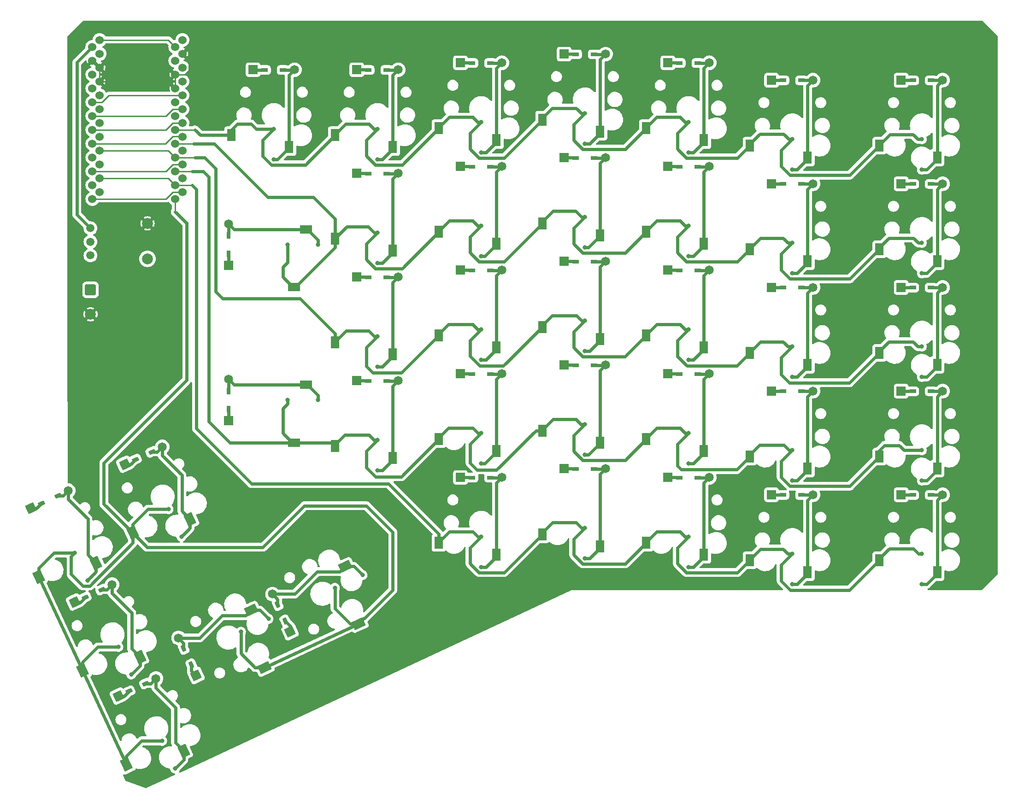
<source format=gbl>
%TF.GenerationSoftware,KiCad,Pcbnew,(6.0.5)*%
%TF.CreationDate,2022-06-12T17:08:15-07:00*%
%TF.ProjectId,ErgoDOX,4572676f-444f-4582-9e6b-696361645f70,rev?*%
%TF.SameCoordinates,Original*%
%TF.FileFunction,Copper,L2,Bot*%
%TF.FilePolarity,Positive*%
%FSLAX46Y46*%
G04 Gerber Fmt 4.6, Leading zero omitted, Abs format (unit mm)*
G04 Created by KiCad (PCBNEW (6.0.5)) date 2022-06-12 17:08:15*
%MOMM*%
%LPD*%
G01*
G04 APERTURE LIST*
G04 Aperture macros list*
%AMRoundRect*
0 Rectangle with rounded corners*
0 $1 Rounding radius*
0 $2 $3 $4 $5 $6 $7 $8 $9 X,Y pos of 4 corners*
0 Add a 4 corners polygon primitive as box body*
4,1,4,$2,$3,$4,$5,$6,$7,$8,$9,$2,$3,0*
0 Add four circle primitives for the rounded corners*
1,1,$1+$1,$2,$3*
1,1,$1+$1,$4,$5*
1,1,$1+$1,$6,$7*
1,1,$1+$1,$8,$9*
0 Add four rect primitives between the rounded corners*
20,1,$1+$1,$2,$3,$4,$5,0*
20,1,$1+$1,$4,$5,$6,$7,0*
20,1,$1+$1,$6,$7,$8,$9,0*
20,1,$1+$1,$8,$9,$2,$3,0*%
%AMRotRect*
0 Rectangle, with rotation*
0 The origin of the aperture is its center*
0 $1 length*
0 $2 width*
0 $3 Rotation angle, in degrees counterclockwise*
0 Add horizontal line*
21,1,$1,$2,0,0,$3*%
G04 Aperture macros list end*
%TA.AperFunction,ComponentPad*%
%ADD10C,1.500000*%
%TD*%
%TA.AperFunction,ComponentPad*%
%ADD11RoundRect,0.250000X-0.750000X0.750000X-0.750000X-0.750000X0.750000X-0.750000X0.750000X0.750000X0*%
%TD*%
%TA.AperFunction,ComponentPad*%
%ADD12C,2.000000*%
%TD*%
%TA.AperFunction,SMDPad,CuDef*%
%ADD13R,1.600000X2.200000*%
%TD*%
%TA.AperFunction,ComponentPad*%
%ADD14C,0.800000*%
%TD*%
%TA.AperFunction,ComponentPad*%
%ADD15C,1.651000*%
%TD*%
%TA.AperFunction,SMDPad,CuDef*%
%ADD16RoundRect,0.051100X0.553900X0.313900X-0.553900X0.313900X-0.553900X-0.313900X0.553900X-0.313900X0*%
%TD*%
%TA.AperFunction,ComponentPad*%
%ADD17R,1.651000X1.651000*%
%TD*%
%TA.AperFunction,SMDPad,CuDef*%
%ADD18RotRect,1.600000X2.200000X205.000000*%
%TD*%
%TA.AperFunction,SMDPad,CuDef*%
%ADD19RoundRect,0.051100X0.369344X0.518578X-0.634664X0.050402X-0.369344X-0.518578X0.634664X-0.050402X0*%
%TD*%
%TA.AperFunction,ComponentPad*%
%ADD20RotRect,1.651000X1.651000X205.000000*%
%TD*%
%TA.AperFunction,SMDPad,CuDef*%
%ADD21R,2.200000X1.600000*%
%TD*%
%TA.AperFunction,SMDPad,CuDef*%
%ADD22RoundRect,0.051100X-0.313900X0.553900X-0.313900X-0.553900X0.313900X-0.553900X0.313900X0.553900X0*%
%TD*%
%TA.AperFunction,SMDPad,CuDef*%
%ADD23RotRect,1.600000X2.200000X295.000000*%
%TD*%
%TA.AperFunction,SMDPad,CuDef*%
%ADD24RoundRect,0.051100X-0.518578X0.369344X-0.050402X-0.634664X0.518578X-0.369344X0.050402X0.634664X0*%
%TD*%
%TA.AperFunction,ComponentPad*%
%ADD25RotRect,1.651000X1.651000X295.000000*%
%TD*%
%TA.AperFunction,ComponentPad*%
%ADD26C,1.524000*%
%TD*%
%TA.AperFunction,ViaPad*%
%ADD27C,0.609600*%
%TD*%
%TA.AperFunction,Conductor*%
%ADD28C,0.600000*%
%TD*%
%TA.AperFunction,Conductor*%
%ADD29C,0.254000*%
%TD*%
G04 APERTURE END LIST*
D10*
%TO.P,BSW1,3*%
%TO.N,+BATT*%
X38695200Y-85897000D03*
%TO.P,BSW1,2*%
%TO.N,NET-(BSW1-PAD2)*%
X38695200Y-88397000D03*
%TO.P,BSW1,1*%
%TO.N,N/C*%
X38695200Y-90897000D03*
%TD*%
D11*
%TO.P,BATTERY,1*%
%TO.N,NET-(BSW1-PAD2)*%
X38709600Y-97205800D03*
D12*
%TO.P,BATTERY,2*%
%TO.N,GND*%
X38709600Y-101705800D03*
%TD*%
%TO.P,RSW1,1*%
%TO.N,GND*%
X49174400Y-85015000D03*
%TO.P,RSW1,2*%
%TO.N,/RST*%
X49174400Y-91515000D03*
%TD*%
D13*
%TO.P,SW5:10,1,1*%
%TO.N,/ROW5*%
X121740000Y-65930000D03*
D14*
X129540000Y-64770000D03*
%TO.P,SW5:10,2,2*%
%TO.N,Net-(SW5:10-Pad2)*%
X129540000Y-70358000D03*
D13*
X132340000Y-68130000D03*
D15*
%TO.P,SW5:10,3,A*%
X133350000Y-53898800D03*
D16*
X131220000Y-53936000D03*
D17*
%TO.P,SW5:10,4,K*%
%TO.N,/COL10*%
X125730000Y-53898800D03*
D16*
X127860000Y-53936000D03*
%TD*%
D13*
%TO.P,SW1:10,1,1*%
%TO.N,/ROW1*%
X121740000Y-142130000D03*
D14*
X129540000Y-140970000D03*
%TO.P,SW1:10,2,2*%
%TO.N,Net-(SW1:10-Pad2)*%
X129540000Y-146558000D03*
D13*
X132340000Y-144330000D03*
D15*
%TO.P,SW1:10,3,A*%
X133350000Y-130098800D03*
D16*
X131220000Y-130136000D03*
D17*
%TO.P,SW1:10,4,K*%
%TO.N,/COL10*%
X125730000Y-130098800D03*
D16*
X127860000Y-130136000D03*
%TD*%
D13*
%TO.P,SW2:10,1,1*%
%TO.N,/ROW2*%
X121740000Y-123080000D03*
D14*
X129540000Y-121920000D03*
%TO.P,SW2:10,2,2*%
%TO.N,Net-(SW2:10-Pad2)*%
X129540000Y-127508000D03*
D13*
X132340000Y-125280000D03*
D15*
%TO.P,SW2:10,3,A*%
X133350000Y-111048800D03*
D16*
X131220000Y-111086000D03*
D17*
%TO.P,SW2:10,4,K*%
%TO.N,/COL10*%
X125730000Y-111048800D03*
D16*
X127860000Y-111086000D03*
%TD*%
D18*
%TO.P,SW0:12,1,1*%
%TO.N,/ROW0*%
X45294487Y-184449761D03*
D14*
X51873450Y-180102022D03*
%TO.P,SW0:12,2,2*%
%TO.N,Net-(SW0:12-Pad2)*%
X54235041Y-185166470D03*
D18*
X55831110Y-181963885D03*
D15*
%TO.P,SW0:12,3,A*%
X50732115Y-168639193D03*
D19*
X48817401Y-169573085D03*
D20*
%TO.P,SW0:12,4,K*%
%TO.N,/COL1*%
X43826050Y-171859544D03*
D19*
X45772207Y-170993082D03*
%TD*%
D18*
%TO.P,SW0:9,1,1*%
%TO.N,/ROW0*%
X37242687Y-167182841D03*
D14*
X43821650Y-162835102D03*
%TO.P,SW0:9,2,2*%
%TO.N,Net-(SW0:9-Pad2)*%
X46183241Y-167899550D03*
D18*
X47779310Y-164696965D03*
D15*
%TO.P,SW0:9,3,A*%
X42680315Y-151372273D03*
D19*
X40765601Y-152306165D03*
D20*
%TO.P,SW0:9,4,K*%
%TO.N,/COL4*%
X35774250Y-154592624D03*
D19*
X37720407Y-153726162D03*
%TD*%
D18*
%TO.P,SW0:7,1,1*%
%TO.N,/ROW0*%
X29193427Y-149918461D03*
D14*
X35772390Y-145570722D03*
%TO.P,SW0:7,2,2*%
%TO.N,Net-(SW0:7-Pad2)*%
X38133981Y-150635170D03*
D18*
X39730050Y-147432585D03*
D15*
%TO.P,SW0:7,3,A*%
X34631055Y-134107893D03*
D19*
X32716341Y-135041785D03*
D20*
%TO.P,SW0:7,4,K*%
%TO.N,/COL6*%
X27724990Y-137328244D03*
D19*
X29671147Y-136461782D03*
%TD*%
D21*
%TO.P,SW2:7,1,1*%
%TO.N,/ROW2*%
X76090000Y-125285160D03*
D14*
X74930000Y-117485160D03*
%TO.P,SW2:7,2,2*%
%TO.N,Net-(SW2:7-Pad2)*%
X80518000Y-117485160D03*
D21*
X78290000Y-114685160D03*
D15*
%TO.P,SW2:7,3,A*%
X64058800Y-113675160D03*
D22*
X64096000Y-115805160D03*
D17*
%TO.P,SW2:7,4,K*%
%TO.N,/COL6*%
X64058800Y-121295160D03*
D22*
X64096000Y-119165160D03*
%TD*%
D21*
%TO.P,SW4:7,1,1*%
%TO.N,/ROW4*%
X76090000Y-96710160D03*
D14*
X74930000Y-88910160D03*
%TO.P,SW4:7,2,2*%
%TO.N,Net-(SW4:7-Pad2)*%
X80518000Y-88910160D03*
D21*
X78290000Y-86110160D03*
D15*
%TO.P,SW4:7,3,A*%
X64058800Y-85100160D03*
D22*
X64096000Y-87230160D03*
D17*
%TO.P,SW4:7,4,K*%
%TO.N,/COL6*%
X64058800Y-92720160D03*
D22*
X64096000Y-90590160D03*
%TD*%
D18*
%TO.P,SW0:8,1,1*%
%TO.N,/ROW0*%
X46457807Y-141869201D03*
D14*
X53036770Y-137521462D03*
%TO.P,SW0:8,2,2*%
%TO.N,Net-(SW0:8-Pad2)*%
X55398361Y-142585910D03*
D18*
X56994430Y-139383325D03*
D15*
%TO.P,SW0:8,3,A*%
X51895435Y-126058633D03*
D19*
X49980721Y-126992525D03*
D20*
%TO.P,SW0:8,4,K*%
%TO.N,/COL5*%
X44989370Y-129278984D03*
D19*
X46935527Y-128412522D03*
%TD*%
D13*
%TO.P,SW2:8,1,1*%
%TO.N,/ROW2*%
X83640000Y-125947660D03*
D14*
X91440000Y-124787660D03*
%TO.P,SW2:8,2,2*%
%TO.N,Net-(SW2:8-Pad2)*%
X91440000Y-130375660D03*
D13*
X94240000Y-128147660D03*
D15*
%TO.P,SW2:8,3,A*%
X95250000Y-113916460D03*
D16*
X93120000Y-113953660D03*
D17*
%TO.P,SW2:8,4,K*%
%TO.N,/COL5*%
X87630000Y-113916460D03*
D16*
X89760000Y-113953660D03*
%TD*%
D13*
%TO.P,SW4:8,1,1*%
%TO.N,/ROW4*%
X83640000Y-87847660D03*
D14*
X91440000Y-86687660D03*
%TO.P,SW4:8,2,2*%
%TO.N,Net-(SW4:8-Pad2)*%
X91440000Y-92275660D03*
D13*
X94240000Y-90047660D03*
D15*
%TO.P,SW4:8,3,A*%
X95250000Y-75816460D03*
D16*
X93120000Y-75853660D03*
D17*
%TO.P,SW4:8,4,K*%
%TO.N,/COL5*%
X87630000Y-75816460D03*
D16*
X89760000Y-75853660D03*
%TD*%
D13*
%TO.P,SW3:8,1,1*%
%TO.N,/ROW3*%
X83640000Y-106897660D03*
D14*
X91440000Y-105737660D03*
%TO.P,SW3:8,2,2*%
%TO.N,Net-(SW3:8-Pad2)*%
X91440000Y-111325660D03*
D13*
X94240000Y-109097660D03*
D15*
%TO.P,SW3:8,3,A*%
X95250000Y-94866460D03*
D16*
X93120000Y-94903660D03*
D17*
%TO.P,SW3:8,4,K*%
%TO.N,/COL5*%
X87630000Y-94866460D03*
D16*
X89760000Y-94903660D03*
%TD*%
D13*
%TO.P,SW1:9,1,1*%
%TO.N,/ROW1*%
X102690000Y-143727660D03*
D14*
X110490000Y-142567660D03*
%TO.P,SW1:9,2,2*%
%TO.N,Net-(SW1:9-Pad2)*%
X110490000Y-148155660D03*
D13*
X113290000Y-145927660D03*
D15*
%TO.P,SW1:9,3,A*%
X114300000Y-131696460D03*
D16*
X112170000Y-131733660D03*
D17*
%TO.P,SW1:9,4,K*%
%TO.N,/COL4*%
X106680000Y-131696460D03*
D16*
X108810000Y-131733660D03*
%TD*%
D13*
%TO.P,SW2:9,1,1*%
%TO.N,/ROW2*%
X102690000Y-124677660D03*
D14*
X110490000Y-123517660D03*
%TO.P,SW2:9,2,2*%
%TO.N,Net-(SW2:9-Pad2)*%
X110490000Y-129105660D03*
D13*
X113290000Y-126877660D03*
D15*
%TO.P,SW2:9,3,A*%
X114300000Y-112646460D03*
D16*
X112170000Y-112683660D03*
D17*
%TO.P,SW2:9,4,K*%
%TO.N,/COL4*%
X106680000Y-112646460D03*
D16*
X108810000Y-112683660D03*
%TD*%
D13*
%TO.P,SW3:9,1,1*%
%TO.N,/ROW3*%
X102690000Y-105627660D03*
D14*
X110490000Y-104467660D03*
%TO.P,SW3:9,2,2*%
%TO.N,Net-(SW3:9-Pad2)*%
X110490000Y-110055660D03*
D13*
X113290000Y-107827660D03*
D15*
%TO.P,SW3:9,3,A*%
X114300000Y-93596460D03*
D16*
X112170000Y-93633660D03*
D17*
%TO.P,SW3:9,4,K*%
%TO.N,/COL4*%
X106680000Y-93596460D03*
D16*
X108810000Y-93633660D03*
%TD*%
D13*
%TO.P,SW4:9,1,1*%
%TO.N,/ROW4*%
X102690000Y-86577660D03*
D14*
X110490000Y-85417660D03*
%TO.P,SW4:9,2,2*%
%TO.N,Net-(SW4:9-Pad2)*%
X110490000Y-91005660D03*
D13*
X113290000Y-88777660D03*
D15*
%TO.P,SW4:9,3,A*%
X114300000Y-74546460D03*
D16*
X112170000Y-74583660D03*
D17*
%TO.P,SW4:9,4,K*%
%TO.N,/COL4*%
X106680000Y-74546460D03*
D16*
X108810000Y-74583660D03*
%TD*%
D13*
%TO.P,SW5:9,1,1*%
%TO.N,/ROW5*%
X102690000Y-67527660D03*
D14*
X110490000Y-66367660D03*
%TO.P,SW5:9,2,2*%
%TO.N,Net-(SW5:9-Pad2)*%
X110490000Y-71955660D03*
D13*
X113290000Y-69727660D03*
D15*
%TO.P,SW5:9,3,A*%
X114300000Y-55496460D03*
D16*
X112170000Y-55533660D03*
D17*
%TO.P,SW5:9,4,K*%
%TO.N,/COL4*%
X106680000Y-55496460D03*
D16*
X108810000Y-55533660D03*
%TD*%
D23*
%TO.P,SW0:11,1,1*%
%TO.N,/ROW0*%
X70688241Y-166622793D03*
D14*
X66340502Y-160043830D03*
%TO.P,SW0:11,2,2*%
%TO.N,Net-(SW0:11-Pad2)*%
X71404950Y-157682239D03*
D23*
X68202365Y-156086170D03*
D15*
%TO.P,SW0:11,3,A*%
X54877673Y-161185165D03*
D24*
X55811565Y-163099879D03*
D25*
%TO.P,SW0:11,4,K*%
%TO.N,/COL11*%
X58098024Y-168091230D03*
D24*
X57231562Y-166145073D03*
%TD*%
D23*
%TO.P,SW0:10,1,1*%
%TO.N,/ROW0*%
X87952621Y-158570993D03*
D14*
X83604882Y-151992030D03*
%TO.P,SW0:10,2,2*%
%TO.N,Net-(SW0:10-Pad2)*%
X88669330Y-149630439D03*
D23*
X85466745Y-148034370D03*
D15*
%TO.P,SW0:10,3,A*%
X72142053Y-153133365D03*
D24*
X73075945Y-155048079D03*
D25*
%TO.P,SW0:10,4,K*%
%TO.N,/COL10*%
X75362404Y-160039430D03*
D24*
X74495942Y-158093273D03*
%TD*%
D13*
%TO.P,SW3:10,1,1*%
%TO.N,/ROW3*%
X121740000Y-104030000D03*
D14*
X129540000Y-102870000D03*
%TO.P,SW3:10,2,2*%
%TO.N,Net-(SW3:10-Pad2)*%
X129540000Y-108458000D03*
D13*
X132340000Y-106230000D03*
D15*
%TO.P,SW3:10,3,A*%
X133350000Y-91998800D03*
D16*
X131220000Y-92036000D03*
D17*
%TO.P,SW3:10,4,K*%
%TO.N,/COL10*%
X125730000Y-91998800D03*
D16*
X127860000Y-92036000D03*
%TD*%
D13*
%TO.P,SW4:10,1,1*%
%TO.N,/ROW4*%
X121740000Y-84980000D03*
D14*
X129540000Y-83820000D03*
%TO.P,SW4:10,2,2*%
%TO.N,Net-(SW4:10-Pad2)*%
X129540000Y-89408000D03*
D13*
X132340000Y-87180000D03*
D15*
%TO.P,SW4:10,3,A*%
X133350000Y-72948800D03*
D16*
X131220000Y-72986000D03*
D17*
%TO.P,SW4:10,4,K*%
%TO.N,/COL10*%
X125730000Y-72948800D03*
D16*
X127860000Y-72986000D03*
%TD*%
D13*
%TO.P,SW1:11,1,1*%
%TO.N,/ROW1*%
X140790000Y-143727660D03*
D14*
X148590000Y-142567660D03*
%TO.P,SW1:11,2,2*%
%TO.N,Net-(SW1:11-Pad2)*%
X148590000Y-148155660D03*
D13*
X151390000Y-145927660D03*
D15*
%TO.P,SW1:11,3,A*%
X152400000Y-131696460D03*
D16*
X150270000Y-131733660D03*
D17*
%TO.P,SW1:11,4,K*%
%TO.N,/COL11*%
X144780000Y-131696460D03*
D16*
X146910000Y-131733660D03*
%TD*%
D13*
%TO.P,SW2:11,1,1*%
%TO.N,/ROW2*%
X140790000Y-124677660D03*
D14*
X148590000Y-123517660D03*
%TO.P,SW2:11,2,2*%
%TO.N,Net-(SW2:11-Pad2)*%
X148590000Y-129105660D03*
D13*
X151390000Y-126877660D03*
D15*
%TO.P,SW2:11,3,A*%
X152400000Y-112646460D03*
D16*
X150270000Y-112683660D03*
D17*
%TO.P,SW2:11,4,K*%
%TO.N,/COL11*%
X144780000Y-112646460D03*
D16*
X146910000Y-112683660D03*
%TD*%
D13*
%TO.P,SW3:11,1,1*%
%TO.N,/ROW3*%
X140790000Y-105627660D03*
D14*
X148590000Y-104467660D03*
%TO.P,SW3:11,2,2*%
%TO.N,Net-(SW3:11-Pad2)*%
X148590000Y-110055660D03*
D13*
X151390000Y-107827660D03*
D15*
%TO.P,SW3:11,3,A*%
X152400000Y-93596460D03*
D16*
X150270000Y-93633660D03*
D17*
%TO.P,SW3:11,4,K*%
%TO.N,/COL11*%
X144780000Y-93596460D03*
D16*
X146910000Y-93633660D03*
%TD*%
%TO.P,SW4:11,4,K*%
%TO.N,/COL11*%
X146910000Y-74583660D03*
D17*
X144780000Y-74546460D03*
D16*
%TO.P,SW4:11,3,A*%
%TO.N,Net-(SW4:11-Pad2)*%
X150270000Y-74583660D03*
D15*
X152400000Y-74546460D03*
D13*
%TO.P,SW4:11,2,2*%
X151390000Y-88777660D03*
D14*
X148590000Y-91005660D03*
%TO.P,SW4:11,1,1*%
%TO.N,/ROW4*%
X148590000Y-85417660D03*
D13*
X140790000Y-86577660D03*
%TD*%
%TO.P,SW5:11,1,1*%
%TO.N,/ROW5*%
X140790000Y-67527660D03*
D14*
X148590000Y-66367660D03*
%TO.P,SW5:11,2,2*%
%TO.N,Net-(SW5:11-Pad2)*%
X148590000Y-71955660D03*
D13*
X151390000Y-69727660D03*
D15*
%TO.P,SW5:11,3,A*%
X152400000Y-55496460D03*
D16*
X150270000Y-55533660D03*
D17*
%TO.P,SW5:11,4,K*%
%TO.N,/COL11*%
X144780000Y-55496460D03*
D16*
X146910000Y-55533660D03*
%TD*%
D13*
%TO.P,SW1:12,1,1*%
%TO.N,/ROW1*%
X159840000Y-146902660D03*
D14*
X167640000Y-145742660D03*
%TO.P,SW1:12,2,2*%
%TO.N,Net-(SW1:12-Pad2)*%
X167640000Y-151330660D03*
D13*
X170440000Y-149102660D03*
D15*
%TO.P,SW1:12,3,A*%
X171450000Y-134871460D03*
D16*
X169320000Y-134908660D03*
D17*
%TO.P,SW1:12,4,K*%
%TO.N,/COL1*%
X163830000Y-134871460D03*
D16*
X165960000Y-134908660D03*
%TD*%
D13*
%TO.P,SW2:12,1,1*%
%TO.N,/ROW2*%
X159840000Y-127852660D03*
D14*
X167640000Y-126692660D03*
%TO.P,SW2:12,2,2*%
%TO.N,Net-(SW2:12-Pad2)*%
X167640000Y-132280660D03*
D13*
X170440000Y-130052660D03*
D15*
%TO.P,SW2:12,3,A*%
X171450000Y-115821460D03*
D16*
X169320000Y-115858660D03*
D17*
%TO.P,SW2:12,4,K*%
%TO.N,/COL1*%
X163830000Y-115821460D03*
D16*
X165960000Y-115858660D03*
%TD*%
D13*
%TO.P,SW3:12,1,1*%
%TO.N,/ROW3*%
X159840000Y-108802660D03*
D14*
X167640000Y-107642660D03*
%TO.P,SW3:12,2,2*%
%TO.N,Net-(SW3:12-Pad2)*%
X167640000Y-113230660D03*
D13*
X170440000Y-111002660D03*
D15*
%TO.P,SW3:12,3,A*%
X171450000Y-96771460D03*
D16*
X169320000Y-96808660D03*
D17*
%TO.P,SW3:12,4,K*%
%TO.N,/COL1*%
X163830000Y-96771460D03*
D16*
X165960000Y-96808660D03*
%TD*%
D13*
%TO.P,SW4:12,1,1*%
%TO.N,/ROW4*%
X159840000Y-89752660D03*
D14*
X167640000Y-88592660D03*
%TO.P,SW4:12,2,2*%
%TO.N,Net-(SW4:12-Pad2)*%
X167640000Y-94180660D03*
D13*
X170440000Y-91952660D03*
D15*
%TO.P,SW4:12,3,A*%
X171450000Y-77721460D03*
D16*
X169320000Y-77758660D03*
D17*
%TO.P,SW4:12,4,K*%
%TO.N,/COL1*%
X163830000Y-77721460D03*
D16*
X165960000Y-77758660D03*
%TD*%
D13*
%TO.P,SW5:12,1,1*%
%TO.N,/ROW5*%
X159840000Y-70705200D03*
D14*
X167640000Y-69545200D03*
%TO.P,SW5:12,2,2*%
%TO.N,Net-(SW5:12-Pad2)*%
X167640000Y-75133200D03*
D13*
X170440000Y-72905200D03*
D15*
%TO.P,SW5:12,3,A*%
X171450000Y-58674000D03*
D16*
X169320000Y-58711200D03*
D17*
%TO.P,SW5:12,4,K*%
%TO.N,/COL1*%
X163830000Y-58674000D03*
D16*
X165960000Y-58711200D03*
%TD*%
%TO.P,SW5:13,4,K*%
%TO.N,/COL0*%
X189772500Y-58711200D03*
D17*
X187642500Y-58674000D03*
D16*
%TO.P,SW5:13,3,A*%
%TO.N,Net-(SW5:13-Pad2)*%
X193132500Y-58711200D03*
D15*
X195262500Y-58674000D03*
D13*
%TO.P,SW5:13,2,2*%
X194252500Y-72905200D03*
D14*
X191452500Y-75133200D03*
%TO.P,SW5:13,1,1*%
%TO.N,/ROW5*%
X191452500Y-69545200D03*
D13*
X183652500Y-70705200D03*
%TD*%
%TO.P,SW4:13,1,1*%
%TO.N,/ROW4*%
X183652500Y-89752660D03*
D14*
X191452500Y-88592660D03*
%TO.P,SW4:13,2,2*%
%TO.N,Net-(SW4:13-Pad2)*%
X191452500Y-94180660D03*
D13*
X194252500Y-91952660D03*
D15*
%TO.P,SW4:13,3,A*%
X195262500Y-77721460D03*
D16*
X193132500Y-77758660D03*
D17*
%TO.P,SW4:13,4,K*%
%TO.N,/COL0*%
X187642500Y-77721460D03*
D16*
X189772500Y-77758660D03*
%TD*%
D13*
%TO.P,SW3:13,1,1*%
%TO.N,/ROW3*%
X183652500Y-108802660D03*
D14*
X191452500Y-107642660D03*
%TO.P,SW3:13,2,2*%
%TO.N,Net-(SW3:13-Pad2)*%
X191452500Y-113230660D03*
D13*
X194252500Y-111002660D03*
D15*
%TO.P,SW3:13,3,A*%
X195262500Y-96771460D03*
D16*
X193132500Y-96808660D03*
D17*
%TO.P,SW3:13,4,K*%
%TO.N,/COL0*%
X187642500Y-96771460D03*
D16*
X189772500Y-96808660D03*
%TD*%
D13*
%TO.P,SW2:13,1,1*%
%TO.N,/ROW2*%
X183652500Y-127852660D03*
D14*
X191452500Y-126692660D03*
%TO.P,SW2:13,2,2*%
%TO.N,Net-(SW2:13-Pad2)*%
X191452500Y-132280660D03*
D13*
X194252500Y-130052660D03*
D15*
%TO.P,SW2:13,3,A*%
X195262500Y-115821460D03*
D16*
X193132500Y-115858660D03*
D17*
%TO.P,SW2:13,4,K*%
%TO.N,/COL0*%
X187642500Y-115821460D03*
D16*
X189772500Y-115858660D03*
%TD*%
D13*
%TO.P,SW1:13,1,1*%
%TO.N,/ROW1*%
X183652500Y-146902660D03*
D14*
X191452500Y-145742660D03*
%TO.P,SW1:13,2,2*%
%TO.N,Net-(SW1:13-Pad2)*%
X191452500Y-151330660D03*
D13*
X194252500Y-149102660D03*
D15*
%TO.P,SW1:13,3,A*%
X195262500Y-134871460D03*
D16*
X193132500Y-134908660D03*
D17*
%TO.P,SW1:13,4,K*%
%TO.N,/COL0*%
X187642500Y-134871460D03*
D16*
X189772500Y-134908660D03*
%TD*%
D13*
%TO.P,SW5:8,1,1*%
%TO.N,/ROW5*%
X83640000Y-68800200D03*
D14*
X91440000Y-67640200D03*
D13*
%TO.P,SW5:8,2,2*%
%TO.N,Net-(SW5:8-Pad2)*%
X94240000Y-71000200D03*
D14*
X91440000Y-73228200D03*
D15*
%TO.P,SW5:8,3,A*%
X95250000Y-56769000D03*
D16*
X93120000Y-56806200D03*
D17*
%TO.P,SW5:8,4,K*%
%TO.N,/COL5*%
X87630000Y-56769000D03*
D16*
X89760000Y-56806200D03*
%TD*%
D13*
%TO.P,SW5:7,1,1*%
%TO.N,/ROW5*%
X64590000Y-68800200D03*
D14*
X72390000Y-67640200D03*
D13*
%TO.P,SW5:7,2,2*%
%TO.N,Net-(SW5:7-Pad2)*%
X75190000Y-71000200D03*
D14*
X72390000Y-73228200D03*
D15*
%TO.P,SW5:7,3,A*%
X76200000Y-56769000D03*
D16*
X74070000Y-56806200D03*
%TO.P,SW5:7,4,K*%
%TO.N,/COL6*%
X70710000Y-56806200D03*
D17*
X68580000Y-56769000D03*
%TD*%
D14*
%TO.P,STITCHING_VIA,GND*%
%TO.N,GND*%
X78130000Y-55020000D03*
%TD*%
%TO.P,STITCHING_VIA,GND*%
%TO.N,GND*%
X101490000Y-129460000D03*
%TD*%
%TO.P,STITCHING_VIA,GND*%
%TO.N,GND*%
X59870000Y-171840000D03*
%TD*%
%TO.P,STITCHING_VIA,GND*%
%TO.N,GND*%
X156972000Y-132510000D03*
%TD*%
%TO.P,STITCHING_VIA,GND*%
%TO.N,GND*%
X98806000Y-59944000D03*
%TD*%
D26*
%TO.P,U1,1*%
%TO.N,NET-(U3-PAD1)*%
X40372900Y-51297000D03*
X54286500Y-52567000D03*
%TO.P,U1,2*%
%TO.N,NET-(U3-PAD2)*%
X40372900Y-53837000D03*
X54286500Y-55107000D03*
%TO.P,U1,3*%
%TO.N,GND*%
X40372900Y-56377000D03*
X54286500Y-57647000D03*
%TO.P,U1,4*%
X40372900Y-58917000D03*
X54286500Y-60187000D03*
%TO.P,U1,5*%
%TO.N,NET-(U3-PAD5)*%
X40372900Y-61457000D03*
X54286500Y-62727000D03*
%TO.P,U1,6*%
%TO.N,NET-(U3-PAD6)*%
X54286500Y-65267000D03*
X40372900Y-63997000D03*
%TO.P,U1,7*%
%TO.N,/ROW5*%
X40372900Y-66537000D03*
X54286500Y-67807000D03*
%TO.P,U1,8*%
%TO.N,/ROW4*%
X54286500Y-70347000D03*
X40372900Y-69077000D03*
%TO.P,U1,9*%
%TO.N,/ROW3*%
X54286500Y-72887000D03*
X40372900Y-71617000D03*
%TO.P,U1,10*%
%TO.N,/ROW2*%
X40372900Y-74157000D03*
X54286500Y-75427000D03*
%TO.P,U1,11*%
%TO.N,/ROW1*%
X54286500Y-77967000D03*
X40372900Y-76697000D03*
%TO.P,U1,12*%
%TO.N,/ROW0*%
X40372900Y-79237000D03*
X54286500Y-80507000D03*
%TO.P,U1,13*%
%TO.N,NET-(U3-PAD13)*%
X55592900Y-79237000D03*
X39046500Y-80507000D03*
%TO.P,U1,14*%
%TO.N,/COL6*%
X55592900Y-76697000D03*
X39046500Y-77967000D03*
%TO.P,U1,15*%
%TO.N,/COL5*%
X39046500Y-75427000D03*
X55592900Y-74157000D03*
%TO.P,U1,16*%
%TO.N,/COL4*%
X55592900Y-71617000D03*
X39046500Y-72887000D03*
%TO.P,U1,17*%
%TO.N,/COL10*%
X39046500Y-70347000D03*
X55592900Y-69077000D03*
%TO.P,U1,18*%
%TO.N,/COL11*%
X39046500Y-67807000D03*
X55592900Y-66537000D03*
%TO.P,U1,19*%
%TO.N,/COL1*%
X55592900Y-63997000D03*
X39046500Y-65267000D03*
%TO.P,U1,20*%
%TO.N,/COL0*%
X55592900Y-61457000D03*
X39046500Y-62727000D03*
%TO.P,U1,21*%
%TO.N,VCC*%
X55592900Y-58917000D03*
X39046500Y-60187000D03*
%TO.P,U1,22*%
%TO.N,/RST*%
X55592900Y-56377000D03*
X39046500Y-57647000D03*
%TO.P,U1,23*%
%TO.N,GND*%
X55592900Y-53837000D03*
X39046500Y-55107000D03*
%TO.P,U1,24*%
%TO.N,+BATT*%
X55592900Y-51297000D03*
X39046500Y-52567000D03*
%TD*%
D27*
%TO.N,GND*%
X173964600Y-54102000D03*
X182803800Y-53060600D03*
X156159200Y-53644800D03*
%TD*%
D28*
%TO.N,+BATT*%
X36195000Y-55418500D02*
X39046500Y-52567000D01*
X36195000Y-83396800D02*
X36195000Y-55418500D01*
X38695200Y-85897000D02*
X36195000Y-83396800D01*
%TO.N,/ROW4*%
X71272400Y-80187800D02*
X79654400Y-80187800D01*
X83640000Y-84173400D02*
X83640000Y-87847660D01*
X71272400Y-80162400D02*
X71272400Y-80187800D01*
X79654400Y-80187800D02*
X83640000Y-84173400D01*
X61457000Y-70347000D02*
X71272400Y-80162400D01*
%TO.N,Net-(SW4:7-Pad2)*%
X65068800Y-86110160D02*
X64058800Y-85100160D01*
X78290000Y-86110160D02*
X65068800Y-86110160D01*
%TO.N,/ROW0*%
X56388000Y-84975000D02*
X54286500Y-82873500D01*
X41148000Y-129032000D02*
X56388000Y-113792000D01*
X41148000Y-136559394D02*
X41148000Y-129032000D01*
X46457807Y-141869201D02*
X41148000Y-136559394D01*
X56388000Y-113792000D02*
X56388000Y-84975000D01*
X49114606Y-144526000D02*
X46457807Y-141869201D01*
X77978000Y-136906000D02*
X70358000Y-144526000D01*
X70358000Y-144526000D02*
X49114606Y-144526000D01*
X94234000Y-152400000D02*
X94234000Y-141732000D01*
X94234000Y-141732000D02*
X89408000Y-136906000D01*
X88912750Y-157610864D02*
X89023136Y-157610864D01*
X89408000Y-136906000D02*
X77978000Y-136906000D01*
X87952621Y-158570993D02*
X88912750Y-157610864D01*
X89023136Y-157610864D02*
X94234000Y-152400000D01*
X38549981Y-151639481D02*
X37317492Y-151639481D01*
X46457807Y-143731655D02*
X38549981Y-151639481D01*
X35142867Y-149464856D02*
X35142867Y-146200245D01*
X46457807Y-141869201D02*
X46457807Y-143731655D01*
X37317492Y-151639481D02*
X35142867Y-149464856D01*
X35142867Y-146200245D02*
X35772390Y-145570722D01*
D29*
X54286500Y-80507000D02*
X54286500Y-82873500D01*
D28*
%TO.N,/ROW1*%
X178155160Y-152400000D02*
X183652500Y-146902660D01*
X165590479Y-150701450D02*
X167289029Y-152400000D01*
X165590479Y-147792181D02*
X165590479Y-150701450D01*
X167640000Y-145742660D02*
X165590479Y-147792181D01*
X167289029Y-152400000D02*
X178155160Y-152400000D01*
X148174000Y-149159971D02*
X157582689Y-149159971D01*
X157582689Y-149159971D02*
X159840000Y-146902660D01*
X146540479Y-147526450D02*
X148174000Y-149159971D01*
X146540479Y-144617181D02*
X146540479Y-147526450D01*
X148590000Y-142567660D02*
X146540479Y-144617181D01*
X127490479Y-145928790D02*
X129124000Y-147562311D01*
X136955349Y-147562311D02*
X140790000Y-143727660D01*
X127490479Y-143019521D02*
X127490479Y-145928790D01*
X129540000Y-140970000D02*
X127490479Y-143019521D01*
X129124000Y-147562311D02*
X136955349Y-147562311D01*
X114710029Y-149159971D02*
X121740000Y-142130000D01*
X108440479Y-147526450D02*
X110074000Y-149159971D01*
X110074000Y-149159971D02*
X114710029Y-149159971D01*
X110490000Y-142567660D02*
X108440479Y-144617181D01*
X108440479Y-144617181D02*
X108440479Y-147526450D01*
%TO.N,/ROW2*%
X178220189Y-133284971D02*
X183652500Y-127852660D01*
X165590479Y-131651450D02*
X167224000Y-133284971D01*
X167224000Y-133284971D02*
X178220189Y-133284971D01*
X165590479Y-128742181D02*
X165590479Y-131651450D01*
X167640000Y-126692660D02*
X165590479Y-128742181D01*
X146540479Y-129569436D02*
X147237692Y-130266649D01*
X146540479Y-125567181D02*
X146540479Y-129569436D01*
X148590000Y-123517660D02*
X146540479Y-125567181D01*
X147237692Y-130266649D02*
X157426011Y-130266649D01*
X157426011Y-130266649D02*
X159840000Y-127852660D01*
X129135689Y-128524000D02*
X136943660Y-128524000D01*
X127490479Y-126878790D02*
X129135689Y-128524000D01*
X136943660Y-128524000D02*
X140790000Y-124677660D01*
X127490479Y-123969521D02*
X127490479Y-126878790D01*
X129540000Y-121920000D02*
X127490479Y-123969521D01*
X120506000Y-123080000D02*
X121740000Y-123080000D01*
X109728000Y-130302000D02*
X113284000Y-130302000D01*
X108440479Y-129014479D02*
X109728000Y-130302000D01*
X113284000Y-130302000D02*
X120506000Y-123080000D01*
X108440479Y-125567181D02*
X108440479Y-129014479D01*
X110490000Y-123517660D02*
X108440479Y-125567181D01*
X91074320Y-131572000D02*
X95795660Y-131572000D01*
X89390479Y-129888159D02*
X91074320Y-131572000D01*
X89390479Y-126837181D02*
X89390479Y-129888159D01*
X91440000Y-124787660D02*
X89390479Y-126837181D01*
X95795660Y-131572000D02*
X102690000Y-124677660D01*
X82977500Y-125285160D02*
X83640000Y-125947660D01*
X76090000Y-125285160D02*
X82977500Y-125285160D01*
%TO.N,/ROW1*%
X58166000Y-78740000D02*
X57404000Y-77978000D01*
X58166000Y-122682000D02*
X58166000Y-78740000D01*
X68326000Y-132842000D02*
X58166000Y-122682000D01*
X93472000Y-132842000D02*
X68326000Y-132842000D01*
X102690000Y-142060000D02*
X93472000Y-132842000D01*
X102690000Y-143727660D02*
X102690000Y-142060000D01*
%TO.N,/ROW2*%
X59425000Y-75427000D02*
X57393000Y-75427000D01*
X60452000Y-121412000D02*
X60452000Y-76454000D01*
X64325160Y-125285160D02*
X60452000Y-121412000D01*
X76090000Y-125285160D02*
X64325160Y-125285160D01*
X60452000Y-76454000D02*
X59425000Y-75427000D01*
%TO.N,/ROW3*%
X178155160Y-114300000D02*
X183652500Y-108802660D01*
X165590479Y-112758479D02*
X167132000Y-114300000D01*
X165590479Y-109692181D02*
X165590479Y-112758479D01*
X167640000Y-107642660D02*
X165590479Y-109692181D01*
X167132000Y-114300000D02*
X178155160Y-114300000D01*
X157426011Y-111216649D02*
X159840000Y-108802660D01*
X148300649Y-111216649D02*
X157426011Y-111216649D01*
X146540479Y-109456479D02*
X148300649Y-111216649D01*
X146540479Y-106517181D02*
X146540479Y-109456479D01*
X148590000Y-104467660D02*
X146540479Y-106517181D01*
X136906000Y-109474000D02*
X140752340Y-105627660D01*
X129135689Y-109474000D02*
X136906000Y-109474000D01*
X127490479Y-107828790D02*
X129135689Y-109474000D01*
X127490479Y-104919521D02*
X127490479Y-107828790D01*
X129540000Y-102870000D02*
X127490479Y-104919521D01*
X114553351Y-111216649D02*
X121740000Y-104030000D01*
X108440479Y-109426450D02*
X110230678Y-111216649D01*
X108440479Y-106517181D02*
X108440479Y-109426450D01*
X110490000Y-104467660D02*
X108440479Y-106517181D01*
X110230678Y-111216649D02*
X114553351Y-111216649D01*
X95831011Y-112486649D02*
X102690000Y-105627660D01*
X89390479Y-111271799D02*
X90605329Y-112486649D01*
X89390479Y-107787181D02*
X89390479Y-111271799D01*
X91440000Y-105737660D02*
X89390479Y-107787181D01*
X90605329Y-112486649D02*
X95831011Y-112486649D01*
X59668000Y-72898000D02*
X57912000Y-72898000D01*
X59679000Y-72887000D02*
X59668000Y-72898000D01*
D29*
X57172000Y-72898000D02*
X57912000Y-72898000D01*
X57161000Y-72887000D02*
X57172000Y-72898000D01*
D28*
X61722000Y-74930000D02*
X59679000Y-72887000D01*
D29*
X54286500Y-72887000D02*
X57161000Y-72887000D01*
D28*
X77216000Y-98806000D02*
X62992000Y-98806000D01*
X61722000Y-97536000D02*
X61722000Y-74930000D01*
X62992000Y-98806000D02*
X61722000Y-97536000D01*
X83640000Y-105230000D02*
X77216000Y-98806000D01*
X83640000Y-106897660D02*
X83640000Y-105230000D01*
D29*
%TO.N,/ROW1*%
X57393000Y-77967000D02*
X57404000Y-77978000D01*
X54286500Y-77967000D02*
X57393000Y-77967000D01*
%TO.N,/ROW2*%
X54286500Y-75427000D02*
X57393000Y-75427000D01*
D28*
%TO.N,/ROW4*%
X61457000Y-70347000D02*
X57647000Y-70347000D01*
D29*
X54286500Y-70347000D02*
X57647000Y-70347000D01*
D28*
X167224000Y-95184971D02*
X178220189Y-95184971D01*
X165590479Y-93551450D02*
X167224000Y-95184971D01*
X165590479Y-90642181D02*
X165590479Y-93551450D01*
X178220189Y-95184971D02*
X183652500Y-89752660D01*
X167640000Y-88592660D02*
X165590479Y-90642181D01*
X157582689Y-92009971D02*
X159840000Y-89752660D01*
X146540479Y-90376450D02*
X148174000Y-92009971D01*
X146540479Y-87467181D02*
X146540479Y-90376450D01*
X148590000Y-85417660D02*
X146540479Y-87467181D01*
X148174000Y-92009971D02*
X157582689Y-92009971D01*
X129124000Y-90412311D02*
X136955349Y-90412311D01*
X127490479Y-88778790D02*
X129124000Y-90412311D01*
X127490479Y-85869521D02*
X127490479Y-88778790D01*
X136955349Y-90412311D02*
X140790000Y-86577660D01*
X129540000Y-83820000D02*
X127490479Y-85869521D01*
X114710029Y-92009971D02*
X121740000Y-84980000D01*
X110074000Y-92009971D02*
X114710029Y-92009971D01*
X108440479Y-90376450D02*
X110074000Y-92009971D01*
X110490000Y-85417660D02*
X108440479Y-87467181D01*
X108440479Y-87467181D02*
X108440479Y-90376450D01*
X95987689Y-93279971D02*
X102690000Y-86577660D01*
X91024000Y-93279971D02*
X95987689Y-93279971D01*
X89390479Y-91646450D02*
X91024000Y-93279971D01*
X89390479Y-88737181D02*
X89390479Y-91646450D01*
X91440000Y-86687660D02*
X89390479Y-88737181D01*
X83640000Y-89460160D02*
X83640000Y-87847660D01*
X76390000Y-96710160D02*
X83640000Y-89460160D01*
%TO.N,/ROW5*%
X58894200Y-68800200D02*
X57912000Y-67818000D01*
X64590000Y-68800200D02*
X58894200Y-68800200D01*
D29*
X57901000Y-67807000D02*
X57912000Y-67818000D01*
X54286500Y-67807000D02*
X57901000Y-67807000D01*
D28*
X178220189Y-76137511D02*
X183652500Y-70705200D01*
X167224000Y-76137511D02*
X178220189Y-76137511D01*
X167640000Y-69545200D02*
X165590479Y-71594721D01*
X165590479Y-71594721D02*
X165590479Y-74503990D01*
X165590479Y-74503990D02*
X167224000Y-76137511D01*
X157585229Y-72959971D02*
X159840000Y-70705200D01*
X146540479Y-71326450D02*
X148174000Y-72959971D01*
X146540479Y-68417181D02*
X146540479Y-71326450D01*
X148174000Y-72959971D02*
X157585229Y-72959971D01*
X148590000Y-66367660D02*
X146540479Y-68417181D01*
X136955349Y-71362311D02*
X140790000Y-67527660D01*
X127490479Y-69728790D02*
X129124000Y-71362311D01*
X127490479Y-66819521D02*
X127490479Y-69728790D01*
X129540000Y-64770000D02*
X127490479Y-66819521D01*
X129124000Y-71362311D02*
X136955349Y-71362311D01*
X110074000Y-72959971D02*
X114710029Y-72959971D01*
X108440479Y-71326450D02*
X110074000Y-72959971D01*
X114710029Y-72959971D02*
X121740000Y-65930000D01*
X108440479Y-68417181D02*
X108440479Y-71326450D01*
X110490000Y-66367660D02*
X108440479Y-68417181D01*
X91024000Y-74232511D02*
X95985149Y-74232511D01*
X89390479Y-69689721D02*
X89390479Y-72598990D01*
X89390479Y-72598990D02*
X91024000Y-74232511D01*
X91440000Y-67640200D02*
X89390479Y-69689721D01*
X95985149Y-74232511D02*
X102690000Y-67527660D01*
X78207689Y-74232511D02*
X83640000Y-68800200D01*
X70340479Y-72626479D02*
X71946511Y-74232511D01*
X71946511Y-74232511D02*
X78207689Y-74232511D01*
X70340479Y-69689721D02*
X70340479Y-72626479D01*
X72390000Y-67640200D02*
X70340479Y-69689721D01*
%TO.N,/ROW0*%
X70688241Y-166622793D02*
X87952621Y-158570993D01*
X37242687Y-167182841D02*
X45294487Y-184449761D01*
%TO.N,/COL1*%
X44905745Y-171859544D02*
X45772207Y-170993082D01*
X43826050Y-171859544D02*
X44905745Y-171859544D01*
%TO.N,Net-(SW0:12-Pad2)*%
X49798223Y-169573085D02*
X50732115Y-168639193D01*
X48817401Y-169573085D02*
X49798223Y-169573085D01*
X50732115Y-170366115D02*
X50732115Y-168639193D01*
X54335172Y-180467947D02*
X54335172Y-173969172D01*
X54335172Y-173969172D02*
X50732115Y-170366115D01*
X55831110Y-181963885D02*
X54335172Y-180467947D01*
%TO.N,/ROW0*%
X48098096Y-180102022D02*
X51873450Y-180102022D01*
X45294487Y-182905631D02*
X48098096Y-180102022D01*
X45294487Y-184449761D02*
X45294487Y-182905631D01*
%TO.N,Net-(SW0:12-Pad2)*%
X55831110Y-183570401D02*
X54235041Y-185166470D01*
X55831110Y-181963885D02*
X55831110Y-183570401D01*
%TO.N,/ROW0*%
X29193427Y-149918461D02*
X37242687Y-167182841D01*
%TO.N,Net-(SW0:9-Pad2)*%
X46283372Y-156584010D02*
X42680315Y-152980953D01*
X42680315Y-152980953D02*
X42680315Y-151372273D01*
X46283372Y-163201027D02*
X46283372Y-156584010D01*
X47779310Y-164696965D02*
X46283372Y-163201027D01*
X41746423Y-152306165D02*
X42680315Y-151372273D01*
X40765601Y-152306165D02*
X41746423Y-152306165D01*
%TO.N,/COL4*%
X36853945Y-154592624D02*
X37720407Y-153726162D01*
X35774250Y-154592624D02*
X36853945Y-154592624D01*
%TO.N,Net-(SW0:9-Pad2)*%
X47779310Y-166303481D02*
X46183241Y-167899550D01*
X47779310Y-164696965D02*
X47779310Y-166303481D01*
%TO.N,/ROW0*%
X40046296Y-162835102D02*
X43821650Y-162835102D01*
X37242687Y-165638711D02*
X40046296Y-162835102D01*
X37242687Y-167182841D02*
X37242687Y-165638711D01*
%TO.N,Net-(SW0:7-Pad2)*%
X34631055Y-135723055D02*
X34631055Y-134107893D01*
X38234112Y-139326112D02*
X34631055Y-135723055D01*
X38234112Y-145936647D02*
X38234112Y-139326112D01*
X39730050Y-147432585D02*
X38234112Y-145936647D01*
X33697163Y-135041785D02*
X34631055Y-134107893D01*
X32716341Y-135041785D02*
X33697163Y-135041785D01*
%TO.N,/COL6*%
X28804685Y-137328244D02*
X29671147Y-136461782D01*
X27724990Y-137328244D02*
X28804685Y-137328244D01*
%TO.N,Net-(SW0:7-Pad2)*%
X39730050Y-149039101D02*
X39730050Y-147432585D01*
X38133981Y-150635170D02*
X39730050Y-149039101D01*
%TO.N,/ROW0*%
X31997036Y-145570722D02*
X35772390Y-145570722D01*
X29193427Y-148374331D02*
X31997036Y-145570722D01*
X29193427Y-149918461D02*
X29193427Y-148374331D01*
%TO.N,Net-(SW2:7-Pad2)*%
X78290000Y-114685160D02*
X65068800Y-114685160D01*
X65068800Y-114685160D02*
X64058800Y-113675160D01*
%TO.N,/ROW2*%
X74930000Y-118126464D02*
X74930000Y-117485160D01*
X74040479Y-119015985D02*
X74930000Y-118126464D01*
X75790000Y-125285160D02*
X74040479Y-123535639D01*
X74040479Y-123535639D02*
X74040479Y-119015985D01*
%TO.N,Net-(SW2:7-Pad2)*%
X80518000Y-116613160D02*
X80518000Y-117485160D01*
X78590000Y-114685160D02*
X80518000Y-116613160D01*
X64096000Y-115805160D02*
X64096000Y-113712360D01*
%TO.N,/COL6*%
X64058800Y-121295160D02*
X64058800Y-119202360D01*
%TO.N,Net-(SW4:7-Pad2)*%
X80518000Y-88038160D02*
X78590000Y-86110160D01*
X80518000Y-88910160D02*
X80518000Y-88038160D01*
%TO.N,/ROW4*%
X74040479Y-94868479D02*
X75882160Y-96710160D01*
X74930000Y-92171699D02*
X74040479Y-93061220D01*
X74040479Y-93061220D02*
X74040479Y-94868479D01*
X74930000Y-88910160D02*
X74930000Y-92171699D01*
%TO.N,/COL6*%
X64058800Y-92720160D02*
X64058800Y-90627360D01*
%TO.N,Net-(SW4:7-Pad2)*%
X64096000Y-87230160D02*
X64096000Y-85137360D01*
%TO.N,Net-(SW0:8-Pad2)*%
X51895435Y-127667313D02*
X51895435Y-126058633D01*
X55498492Y-131270370D02*
X51895435Y-127667313D01*
X55498492Y-137887387D02*
X55498492Y-131270370D01*
X56994430Y-139383325D02*
X55498492Y-137887387D01*
%TO.N,/ROW0*%
X46457807Y-140325071D02*
X49261416Y-137521462D01*
X49261416Y-137521462D02*
X53036770Y-137521462D01*
X46457807Y-141869201D02*
X46457807Y-140325071D01*
%TO.N,Net-(SW0:8-Pad2)*%
X50961543Y-126992525D02*
X51895435Y-126058633D01*
X49980721Y-126992525D02*
X50961543Y-126992525D01*
%TO.N,/COL5*%
X44989370Y-129278984D02*
X46069065Y-129278984D01*
X46069065Y-129278984D02*
X46935527Y-128412522D01*
%TO.N,Net-(SW0:8-Pad2)*%
X56994430Y-140989841D02*
X56994430Y-139383325D01*
X55398361Y-142585910D02*
X56994430Y-140989841D01*
%TO.N,Net-(SW2:8-Pad2)*%
X94240000Y-128147660D02*
X94240000Y-114926460D01*
X94240000Y-114926460D02*
X95250000Y-113916460D01*
%TO.N,/ROW2*%
X89862139Y-123898139D02*
X90751660Y-124787660D01*
X83640000Y-125647660D02*
X85389521Y-123898139D01*
X85389521Y-123898139D02*
X89862139Y-123898139D01*
X90751660Y-124787660D02*
X91440000Y-124787660D01*
%TO.N,Net-(SW2:8-Pad2)*%
X91440000Y-130375660D02*
X92312000Y-130375660D01*
X92312000Y-130375660D02*
X94240000Y-128447660D01*
X93120000Y-113953660D02*
X95212800Y-113953660D01*
%TO.N,/COL5*%
X87630000Y-113916460D02*
X89722800Y-113916460D01*
X87630000Y-94866460D02*
X89722800Y-94866460D01*
%TO.N,Net-(SW3:8-Pad2)*%
X93120000Y-94903660D02*
X95212800Y-94903660D01*
X94240000Y-95876460D02*
X95250000Y-94866460D01*
X94240000Y-109097660D02*
X94240000Y-95876460D01*
X92312000Y-111325660D02*
X91440000Y-111325660D01*
X94240000Y-109397660D02*
X92312000Y-111325660D01*
%TO.N,/ROW3*%
X89812518Y-104751482D02*
X90798696Y-105737660D01*
X90798696Y-105737660D02*
X91440000Y-105737660D01*
X85687717Y-104751482D02*
X89812518Y-104751482D01*
X83640000Y-106799199D02*
X85687717Y-104751482D01*
%TO.N,Net-(SW4:8-Pad2)*%
X94240000Y-76826460D02*
X95250000Y-75816460D01*
X94240000Y-90047660D02*
X94240000Y-76826460D01*
X93120000Y-75853660D02*
X95212800Y-75853660D01*
%TO.N,/COL5*%
X87630000Y-75816460D02*
X89722800Y-75816460D01*
%TO.N,Net-(SW4:8-Pad2)*%
X92312000Y-92275660D02*
X91440000Y-92275660D01*
X94240000Y-90347660D02*
X92312000Y-92275660D01*
%TO.N,/ROW4*%
X90798696Y-86687660D02*
X91440000Y-86687660D01*
X89709036Y-85598000D02*
X90798696Y-86687660D01*
X85791199Y-85598000D02*
X89709036Y-85598000D01*
X83640000Y-87749199D02*
X85791199Y-85598000D01*
%TO.N,Net-(SW1:9-Pad2)*%
X111362000Y-148155660D02*
X113290000Y-146227660D01*
X110490000Y-148155660D02*
X111362000Y-148155660D01*
%TO.N,/ROW1*%
X108959175Y-141678139D02*
X109848696Y-142567660D01*
X102690000Y-143629199D02*
X104641060Y-141678139D01*
X104641060Y-141678139D02*
X108959175Y-141678139D01*
X109848696Y-142567660D02*
X110490000Y-142567660D01*
%TO.N,Net-(SW1:9-Pad2)*%
X113290000Y-132706460D02*
X114300000Y-131696460D01*
X113290000Y-145927660D02*
X113290000Y-132706460D01*
X112170000Y-131733660D02*
X114262800Y-131733660D01*
%TO.N,/COL4*%
X106680000Y-131696460D02*
X108772800Y-131696460D01*
%TO.N,Net-(SW2:9-Pad2)*%
X113290000Y-113656460D02*
X114300000Y-112646460D01*
X113290000Y-126877660D02*
X113290000Y-113656460D01*
X111160461Y-129105660D02*
X113290000Y-126976121D01*
X110490000Y-129105660D02*
X111160461Y-129105660D01*
%TO.N,/ROW2*%
X109848696Y-123517660D02*
X110490000Y-123517660D01*
X104439521Y-122628139D02*
X108959175Y-122628139D01*
X108959175Y-122628139D02*
X109848696Y-123517660D01*
X102690000Y-124377660D02*
X104439521Y-122628139D01*
%TO.N,Net-(SW2:9-Pad2)*%
X112170000Y-112683660D02*
X114262800Y-112683660D01*
%TO.N,/COL4*%
X106680000Y-112646460D02*
X108772800Y-112646460D01*
X106680000Y-93596460D02*
X108772800Y-93596460D01*
%TO.N,Net-(SW3:9-Pad2)*%
X112170000Y-93633660D02*
X114262800Y-93633660D01*
X113290000Y-94606460D02*
X114300000Y-93596460D01*
X113290000Y-107827660D02*
X113290000Y-94606460D01*
X110490000Y-110055660D02*
X111362000Y-110055660D01*
X111362000Y-110055660D02*
X113290000Y-108127660D01*
%TO.N,/ROW3*%
X109801660Y-104467660D02*
X110490000Y-104467660D01*
X108912139Y-103578139D02*
X109801660Y-104467660D01*
X102690000Y-105327660D02*
X104439521Y-103578139D01*
X104439521Y-103578139D02*
X108912139Y-103578139D01*
%TO.N,/ROW4*%
X104641060Y-84528139D02*
X108912139Y-84528139D01*
X108912139Y-84528139D02*
X109801660Y-85417660D01*
X102690000Y-86479199D02*
X104641060Y-84528139D01*
X109801660Y-85417660D02*
X110490000Y-85417660D01*
%TO.N,Net-(SW4:9-Pad2)*%
X111160461Y-91005660D02*
X113290000Y-88876121D01*
X110490000Y-91005660D02*
X111160461Y-91005660D01*
X113290000Y-75556460D02*
X114300000Y-74546460D01*
X113290000Y-88777660D02*
X113290000Y-75556460D01*
X112170000Y-74583660D02*
X114262800Y-74583660D01*
%TO.N,/COL4*%
X106680000Y-74546460D02*
X108772800Y-74546460D01*
%TO.N,Net-(SW5:9-Pad2)*%
X113290000Y-69727660D02*
X113290000Y-56506460D01*
X113290000Y-56506460D02*
X114300000Y-55496460D01*
X111362000Y-71955660D02*
X113290000Y-70027660D01*
X110490000Y-71955660D02*
X111362000Y-71955660D01*
%TO.N,/ROW5*%
X109801660Y-66367660D02*
X110490000Y-66367660D01*
X108912139Y-65478139D02*
X109801660Y-66367660D01*
X104641060Y-65478139D02*
X108912139Y-65478139D01*
X102690000Y-67429199D02*
X104641060Y-65478139D01*
%TO.N,Net-(SW5:9-Pad2)*%
X112170000Y-55533660D02*
X114262800Y-55533660D01*
%TO.N,/COL4*%
X106680000Y-55496460D02*
X108772800Y-55496460D01*
%TO.N,Net-(SW0:11-Pad2)*%
X62892426Y-157071574D02*
X58778835Y-161185165D01*
X67216961Y-157071574D02*
X62892426Y-157071574D01*
X68202365Y-156086170D02*
X67216961Y-157071574D01*
X58778835Y-161185165D02*
X54877673Y-161185165D01*
%TO.N,/COL11*%
X57231562Y-167224768D02*
X58098024Y-168091230D01*
X57231562Y-166145073D02*
X57231562Y-167224768D01*
%TO.N,Net-(SW0:11-Pad2)*%
X55811565Y-163099879D02*
X55811565Y-162119057D01*
X55811565Y-162119057D02*
X54877673Y-161185165D01*
X69808881Y-156086170D02*
X71404950Y-157682239D01*
X68202365Y-156086170D02*
X69808881Y-156086170D01*
%TO.N,/ROW0*%
X66340502Y-164029662D02*
X66340502Y-160043830D01*
X68933633Y-166622793D02*
X66340502Y-164029662D01*
X70688241Y-166622793D02*
X68933633Y-166622793D01*
%TO.N,/COL10*%
X75362404Y-158959735D02*
X74495942Y-158093273D01*
X75362404Y-160039430D02*
X75362404Y-158959735D01*
%TO.N,Net-(SW0:10-Pad2)*%
X73075945Y-154067257D02*
X72142053Y-153133365D01*
X73075945Y-155048079D02*
X73075945Y-154067257D01*
X76228635Y-153133365D02*
X72142053Y-153133365D01*
X80342226Y-149019774D02*
X76228635Y-153133365D01*
X84481341Y-149019774D02*
X80342226Y-149019774D01*
X85466745Y-148034370D02*
X84481341Y-149019774D01*
%TO.N,/ROW0*%
X83604882Y-155767384D02*
X83604882Y-151992030D01*
X86408491Y-158570993D02*
X83604882Y-155767384D01*
X87952621Y-158570993D02*
X86408491Y-158570993D01*
%TO.N,Net-(SW0:10-Pad2)*%
X87073261Y-148034370D02*
X88669330Y-149630439D01*
X85466745Y-148034370D02*
X87073261Y-148034370D01*
%TO.N,Net-(SW1:10-Pad2)*%
X132340000Y-131108800D02*
X133350000Y-130098800D01*
X132340000Y-144330000D02*
X132340000Y-131108800D01*
X130412000Y-146558000D02*
X132340000Y-144630000D01*
X129540000Y-146558000D02*
X130412000Y-146558000D01*
%TO.N,/ROW1*%
X128898696Y-140970000D02*
X129540000Y-140970000D01*
X123616000Y-139954000D02*
X127882696Y-139954000D01*
X121740000Y-141830000D02*
X123616000Y-139954000D01*
X127882696Y-139954000D02*
X128898696Y-140970000D01*
%TO.N,Net-(SW1:10-Pad2)*%
X131220000Y-130136000D02*
X133312800Y-130136000D01*
%TO.N,/COL10*%
X125730000Y-130098800D02*
X127822800Y-130098800D01*
%TO.N,Net-(SW2:10-Pad2)*%
X130210461Y-127508000D02*
X132340000Y-125378461D01*
X129540000Y-127508000D02*
X130210461Y-127508000D01*
X132340000Y-112058800D02*
X133350000Y-111048800D01*
X132340000Y-125280000D02*
X132340000Y-112058800D01*
X131220000Y-111086000D02*
X133312800Y-111086000D01*
%TO.N,/COL10*%
X125730000Y-111048800D02*
X127822800Y-111048800D01*
%TO.N,/ROW2*%
X128778000Y-121920000D02*
X129540000Y-121920000D01*
X123691060Y-121030479D02*
X127888479Y-121030479D01*
X121740000Y-122981539D02*
X123691060Y-121030479D01*
X127888479Y-121030479D02*
X128778000Y-121920000D01*
%TO.N,Net-(SW3:10-Pad2)*%
X132340000Y-93008800D02*
X133350000Y-91998800D01*
X132340000Y-106230000D02*
X132340000Y-93008800D01*
X130412000Y-108458000D02*
X132340000Y-106530000D01*
X129540000Y-108458000D02*
X130412000Y-108458000D01*
%TO.N,/ROW3*%
X121740000Y-103730000D02*
X123489521Y-101980479D01*
X123489521Y-101980479D02*
X128009175Y-101980479D01*
X128009175Y-101980479D02*
X128898696Y-102870000D01*
X128898696Y-102870000D02*
X129540000Y-102870000D01*
%TO.N,Net-(SW3:10-Pad2)*%
X131220000Y-92036000D02*
X133312800Y-92036000D01*
%TO.N,/COL10*%
X125730000Y-91998800D02*
X127822800Y-91998800D01*
%TO.N,/ROW4*%
X127808217Y-82729521D02*
X128898696Y-83820000D01*
X123690479Y-82729521D02*
X127808217Y-82729521D01*
X121740000Y-84680000D02*
X123690479Y-82729521D01*
X128898696Y-83820000D02*
X129540000Y-83820000D01*
%TO.N,Net-(SW4:10-Pad2)*%
X130210461Y-89408000D02*
X132340000Y-87278461D01*
X129540000Y-89408000D02*
X130210461Y-89408000D01*
X132340000Y-87180000D02*
X132340000Y-73958800D01*
X132340000Y-73958800D02*
X133350000Y-72948800D01*
X131220000Y-72986000D02*
X133312800Y-72986000D01*
%TO.N,/COL10*%
X125730000Y-72948800D02*
X127822800Y-72948800D01*
%TO.N,Net-(SW5:10-Pad2)*%
X130412000Y-70358000D02*
X132340000Y-68430000D01*
X129540000Y-70358000D02*
X130412000Y-70358000D01*
%TO.N,/ROW5*%
X128898696Y-64770000D02*
X129540000Y-64770000D01*
X127949348Y-63820652D02*
X128898696Y-64770000D01*
X123549348Y-63820652D02*
X127949348Y-63820652D01*
X121740000Y-65630000D02*
X123549348Y-63820652D01*
%TO.N,Net-(SW5:10-Pad2)*%
X132340000Y-54908800D02*
X133350000Y-53898800D01*
X132340000Y-68130000D02*
X132340000Y-54908800D01*
X131220000Y-53936000D02*
X133312800Y-53936000D01*
%TO.N,/COL10*%
X125730000Y-53898800D02*
X127822800Y-53898800D01*
%TO.N,/ROW1*%
X147901660Y-142567660D02*
X148590000Y-142567660D01*
X147012139Y-141678139D02*
X147901660Y-142567660D01*
X140790000Y-143629199D02*
X142741060Y-141678139D01*
X142741060Y-141678139D02*
X147012139Y-141678139D01*
%TO.N,Net-(SW1:11-Pad2)*%
X149462000Y-148155660D02*
X151390000Y-146227660D01*
X148590000Y-148155660D02*
X149462000Y-148155660D01*
X151390000Y-132706460D02*
X152400000Y-131696460D01*
X151390000Y-145927660D02*
X151390000Y-132706460D01*
X150270000Y-131733660D02*
X152362800Y-131733660D01*
%TO.N,/COL11*%
X144780000Y-131696460D02*
X146872800Y-131696460D01*
%TO.N,Net-(SW2:11-Pad2)*%
X148590000Y-129105660D02*
X149462000Y-129105660D01*
X149462000Y-129105660D02*
X151390000Y-127177660D01*
%TO.N,/ROW2*%
X147901660Y-123517660D02*
X148590000Y-123517660D01*
X142741060Y-122628139D02*
X147012139Y-122628139D01*
X147012139Y-122628139D02*
X147901660Y-123517660D01*
X140790000Y-124579199D02*
X142741060Y-122628139D01*
%TO.N,Net-(SW2:11-Pad2)*%
X151390000Y-126877660D02*
X151390000Y-113656460D01*
X151390000Y-113656460D02*
X152400000Y-112646460D01*
X150270000Y-112683660D02*
X152362800Y-112683660D01*
%TO.N,/COL11*%
X144780000Y-112646460D02*
X146872800Y-112646460D01*
%TO.N,Net-(SW3:11-Pad2)*%
X149462000Y-110055660D02*
X151390000Y-108127660D01*
X148590000Y-110055660D02*
X149462000Y-110055660D01*
%TO.N,/ROW3*%
X147901660Y-104467660D02*
X148590000Y-104467660D01*
X147012139Y-103578139D02*
X147901660Y-104467660D01*
X142741060Y-103578139D02*
X147012139Y-103578139D01*
X140790000Y-105529199D02*
X142741060Y-103578139D01*
%TO.N,Net-(SW3:11-Pad2)*%
X151390000Y-94606460D02*
X152400000Y-93596460D01*
X151390000Y-107827660D02*
X151390000Y-94606460D01*
X150270000Y-93633660D02*
X152362800Y-93633660D01*
%TO.N,/COL11*%
X144780000Y-93596460D02*
X146872800Y-93596460D01*
%TO.N,/ROW4*%
X147901660Y-85417660D02*
X148590000Y-85417660D01*
X147012139Y-84528139D02*
X147901660Y-85417660D01*
X140790000Y-86479199D02*
X142741060Y-84528139D01*
X142741060Y-84528139D02*
X147012139Y-84528139D01*
%TO.N,Net-(SW4:11-Pad2)*%
X149462000Y-91005660D02*
X151390000Y-89077660D01*
X148590000Y-91005660D02*
X149462000Y-91005660D01*
X151390000Y-75556460D02*
X152400000Y-74546460D01*
X151390000Y-88777660D02*
X151390000Y-75556460D01*
X150270000Y-74583660D02*
X152362800Y-74583660D01*
%TO.N,/COL11*%
X144780000Y-74546460D02*
X146872800Y-74546460D01*
%TO.N,Net-(SW5:11-Pad2)*%
X149462000Y-71955660D02*
X151390000Y-70027660D01*
X148590000Y-71955660D02*
X149462000Y-71955660D01*
%TO.N,/ROW5*%
X147012139Y-65478139D02*
X147901660Y-66367660D01*
X140790000Y-67429199D02*
X142741060Y-65478139D01*
X142741060Y-65478139D02*
X147012139Y-65478139D01*
X147901660Y-66367660D02*
X148590000Y-66367660D01*
%TO.N,Net-(SW5:11-Pad2)*%
X151390000Y-56506460D02*
X152400000Y-55496460D01*
X151390000Y-69727660D02*
X151390000Y-56506460D01*
X150270000Y-55533660D02*
X152362800Y-55533660D01*
%TO.N,/COL11*%
X144780000Y-55496460D02*
X146872800Y-55496460D01*
%TO.N,/ROW1*%
X165935139Y-144853139D02*
X166824660Y-145742660D01*
X166824660Y-145742660D02*
X167640000Y-145742660D01*
X161791060Y-144853139D02*
X165935139Y-144853139D01*
X159840000Y-146804199D02*
X161791060Y-144853139D01*
%TO.N,Net-(SW1:12-Pad2)*%
X168512000Y-151330660D02*
X170440000Y-149402660D01*
X167640000Y-151330660D02*
X168512000Y-151330660D01*
X170440000Y-149102660D02*
X170440000Y-135881460D01*
X170440000Y-135881460D02*
X171450000Y-134871460D01*
X169320000Y-134908660D02*
X171412800Y-134908660D01*
%TO.N,/COL1*%
X163830000Y-134871460D02*
X165922800Y-134871460D01*
%TO.N,/ROW2*%
X166998696Y-126692660D02*
X167640000Y-126692660D01*
X166076018Y-125769982D02*
X166998696Y-126692660D01*
X161622678Y-125769982D02*
X166076018Y-125769982D01*
X159840000Y-127552660D02*
X161622678Y-125769982D01*
%TO.N,Net-(SW2:12-Pad2)*%
X168512000Y-132280660D02*
X170440000Y-130352660D01*
X167640000Y-132280660D02*
X168512000Y-132280660D01*
X170440000Y-116831460D02*
X171450000Y-115821460D01*
X170440000Y-130052660D02*
X170440000Y-116831460D01*
X169320000Y-115858660D02*
X171412800Y-115858660D01*
%TO.N,/COL1*%
X163830000Y-115821460D02*
X165922800Y-115821460D01*
%TO.N,Net-(SW3:12-Pad2)*%
X170440000Y-97781460D02*
X171450000Y-96771460D01*
X170440000Y-111002660D02*
X170440000Y-97781460D01*
X169320000Y-96808660D02*
X171412800Y-96808660D01*
%TO.N,/COL1*%
X163830000Y-96771460D02*
X165922800Y-96771460D01*
%TO.N,Net-(SW3:12-Pad2)*%
X167640000Y-113230660D02*
X168512000Y-113230660D01*
X168512000Y-113230660D02*
X170440000Y-111302660D01*
%TO.N,/ROW3*%
X161791060Y-106753139D02*
X165935139Y-106753139D01*
X159840000Y-108704199D02*
X161791060Y-106753139D01*
X165935139Y-106753139D02*
X166824660Y-107642660D01*
X166824660Y-107642660D02*
X167640000Y-107642660D01*
%TO.N,Net-(SW4:12-Pad2)*%
X169320000Y-77758660D02*
X171412800Y-77758660D01*
%TO.N,/COL1*%
X163830000Y-77721460D02*
X165922800Y-77721460D01*
%TO.N,Net-(SW4:12-Pad2)*%
X170440000Y-78731460D02*
X171450000Y-77721460D01*
X170440000Y-91952660D02*
X170440000Y-78731460D01*
X168512000Y-94180660D02*
X170440000Y-92252660D01*
X167640000Y-94180660D02*
X168512000Y-94180660D01*
%TO.N,/ROW4*%
X166824660Y-88592660D02*
X167640000Y-88592660D01*
X161791060Y-87703139D02*
X165935139Y-87703139D01*
X159840000Y-89654199D02*
X161791060Y-87703139D01*
X165935139Y-87703139D02*
X166824660Y-88592660D01*
%TO.N,Net-(SW5:12-Pad2)*%
X170440000Y-59684000D02*
X171450000Y-58674000D01*
X170440000Y-72905200D02*
X170440000Y-59684000D01*
%TO.N,/ROW5*%
X166998696Y-69545200D02*
X167640000Y-69545200D01*
X166033496Y-68580000D02*
X166998696Y-69545200D01*
X161665200Y-68580000D02*
X166033496Y-68580000D01*
X159840000Y-70405200D02*
X161665200Y-68580000D01*
%TO.N,Net-(SW5:12-Pad2)*%
X168512000Y-75133200D02*
X170440000Y-73205200D01*
X167640000Y-75133200D02*
X168512000Y-75133200D01*
X169320000Y-58711200D02*
X171412800Y-58711200D01*
%TO.N,/COL1*%
X163830000Y-58674000D02*
X165922800Y-58674000D01*
%TO.N,Net-(SW5:13-Pad2)*%
X194252500Y-59684000D02*
X195262500Y-58674000D01*
X194252500Y-72905200D02*
X194252500Y-59684000D01*
%TO.N,/ROW5*%
X189813679Y-68655679D02*
X190703200Y-69545200D01*
X183652500Y-70606739D02*
X185603560Y-68655679D01*
X185603560Y-68655679D02*
X189813679Y-68655679D01*
X190703200Y-69545200D02*
X191452500Y-69545200D01*
%TO.N,Net-(SW5:13-Pad2)*%
X192324500Y-75133200D02*
X194252500Y-73205200D01*
X191452500Y-75133200D02*
X192324500Y-75133200D01*
X193132500Y-58711200D02*
X195225300Y-58711200D01*
%TO.N,/COL0*%
X187642500Y-58674000D02*
X189735300Y-58674000D01*
%TO.N,Net-(SW4:13-Pad2)*%
X194252500Y-78731460D02*
X195262500Y-77721460D01*
X194252500Y-91952660D02*
X194252500Y-78731460D01*
X192324500Y-94180660D02*
X194252500Y-92252660D01*
X191452500Y-94180660D02*
X192324500Y-94180660D01*
%TO.N,/ROW4*%
X190811196Y-88592660D02*
X191452500Y-88592660D01*
X185402021Y-87703139D02*
X189921675Y-87703139D01*
X183652500Y-89452660D02*
X185402021Y-87703139D01*
X189921675Y-87703139D02*
X190811196Y-88592660D01*
%TO.N,Net-(SW4:13-Pad2)*%
X193132500Y-77758660D02*
X195225300Y-77758660D01*
%TO.N,/COL0*%
X187642500Y-77721460D02*
X189735300Y-77721460D01*
%TO.N,Net-(SW2:13-Pad2)*%
X194252500Y-116831460D02*
X195262500Y-115821460D01*
X194252500Y-130052660D02*
X194252500Y-116831460D01*
%TO.N,Net-(SW3:13-Pad2)*%
X192324500Y-113230660D02*
X194252500Y-111302660D01*
X191452500Y-113230660D02*
X192324500Y-113230660D01*
%TO.N,/ROW3*%
X190700660Y-107642660D02*
X191452500Y-107642660D01*
X189811139Y-106753139D02*
X190700660Y-107642660D01*
X185402021Y-106753139D02*
X189811139Y-106753139D01*
X183652500Y-108502660D02*
X185402021Y-106753139D01*
%TO.N,Net-(SW3:13-Pad2)*%
X194252500Y-111002660D02*
X194252500Y-97781460D01*
X194252500Y-97781460D02*
X195262500Y-96771460D01*
X193132500Y-96808660D02*
X195225300Y-96808660D01*
%TO.N,/COL0*%
X187642500Y-96771460D02*
X189735300Y-96771460D01*
%TO.N,Net-(SW2:13-Pad2)*%
X193132500Y-115858660D02*
X195225300Y-115858660D01*
%TO.N,/COL0*%
X187642500Y-115821460D02*
X189735300Y-115821460D01*
%TO.N,Net-(SW2:13-Pad2)*%
X194252500Y-130352660D02*
X192324500Y-132280660D01*
X192324500Y-132280660D02*
X191452500Y-132280660D01*
%TO.N,/ROW2*%
X183652500Y-126735500D02*
X183652500Y-127852660D01*
X188190961Y-126692660D02*
X187301440Y-125803139D01*
X187301440Y-125803139D02*
X184584861Y-125803139D01*
X191452500Y-126692660D02*
X188190961Y-126692660D01*
X184584861Y-125803139D02*
X183652500Y-126735500D01*
%TO.N,/ROW1*%
X185475160Y-144780000D02*
X189848536Y-144780000D01*
X190811196Y-145742660D02*
X191452500Y-145742660D01*
X183652500Y-146602660D02*
X185475160Y-144780000D01*
X189848536Y-144780000D02*
X190811196Y-145742660D01*
%TO.N,Net-(SW1:13-Pad2)*%
X192324500Y-151330660D02*
X191452500Y-151330660D01*
X194252500Y-149402660D02*
X192324500Y-151330660D01*
X194252500Y-135881460D02*
X195262500Y-134871460D01*
X194252500Y-149102660D02*
X194252500Y-135881460D01*
X193132500Y-134908660D02*
X195225300Y-134908660D01*
%TO.N,/COL0*%
X187642500Y-134871460D02*
X189735300Y-134871460D01*
%TO.N,Net-(SW5:8-Pad2)*%
X94240000Y-71000200D02*
X94240000Y-57779000D01*
X94240000Y-57779000D02*
X95250000Y-56769000D01*
%TO.N,/ROW5*%
X90754200Y-67640200D02*
X91440000Y-67640200D01*
X89864679Y-66750679D02*
X90754200Y-67640200D01*
X83640000Y-68701739D02*
X85591060Y-66750679D01*
X85591060Y-66750679D02*
X89864679Y-66750679D01*
%TO.N,Net-(SW5:7-Pad2)*%
X75190000Y-57779000D02*
X76200000Y-56769000D01*
X75190000Y-71000200D02*
X75190000Y-57779000D01*
D29*
%TO.N,NET-(U3-PAD13)*%
X39046500Y-80507000D02*
X52589000Y-80507000D01*
X52589000Y-80507000D02*
X53859000Y-79237000D01*
X53859000Y-79237000D02*
X55592900Y-79237000D01*
%TO.N,/ROW1*%
X53016500Y-76697000D02*
X54286500Y-77967000D01*
X40372900Y-76697000D02*
X53016500Y-76697000D01*
%TO.N,/COL5*%
X53868902Y-74157000D02*
X55592900Y-74157000D01*
X52598902Y-75427000D02*
X53868902Y-74157000D01*
X39046500Y-75427000D02*
X52598902Y-75427000D01*
%TO.N,/ROW3*%
X53016500Y-71617000D02*
X54286500Y-72887000D01*
X40372900Y-71617000D02*
X53016500Y-71617000D01*
%TO.N,/COL10*%
X53792213Y-69000311D02*
X55516211Y-69000311D01*
X52445524Y-70347000D02*
X53792213Y-69000311D01*
X39046500Y-70347000D02*
X52445524Y-70347000D01*
%TO.N,/COL11*%
X53868902Y-66537000D02*
X55592900Y-66537000D01*
X52598902Y-67807000D02*
X53868902Y-66537000D01*
X39046500Y-67807000D02*
X52598902Y-67807000D01*
%TO.N,/COL1*%
X52598902Y-65267000D02*
X53868902Y-63997000D01*
X39046500Y-65267000D02*
X52598902Y-65267000D01*
X53868902Y-63997000D02*
X55592900Y-63997000D01*
%TO.N,/COL0*%
X40790498Y-62727000D02*
X39046500Y-62727000D01*
X42060498Y-61457000D02*
X40790498Y-62727000D01*
X55592900Y-61457000D02*
X42060498Y-61457000D01*
%TO.N,GND*%
X56786211Y-55030311D02*
X56786211Y-56871287D01*
X56010498Y-57647000D02*
X54286500Y-57647000D01*
X55592900Y-53837000D02*
X56786211Y-55030311D01*
X56786211Y-56871287D02*
X56010498Y-57647000D01*
X54286500Y-57647000D02*
X54286500Y-60187000D01*
X53016500Y-58917000D02*
X54286500Y-60187000D01*
X40372900Y-58917000D02*
X53016500Y-58917000D01*
X39102900Y-55107000D02*
X40372900Y-56377000D01*
X40372900Y-56377000D02*
X40372900Y-58917000D01*
%TO.N,NET-(U3-PAD1)*%
X53016500Y-51297000D02*
X54286500Y-52567000D01*
X40372900Y-51297000D02*
X53016500Y-51297000D01*
D28*
%TO.N,/COL5*%
X87630000Y-56769000D02*
X89722800Y-56769000D01*
%TO.N,/COL6*%
X70710000Y-56806200D02*
X68617200Y-56806200D01*
%TO.N,/ROW5*%
X68238940Y-66750679D02*
X65710321Y-66750679D01*
X65710321Y-66750679D02*
X64590000Y-67871000D01*
X72390000Y-67640200D02*
X69128461Y-67640200D01*
X69128461Y-67640200D02*
X68238940Y-66750679D01*
X64590000Y-67871000D02*
X64590000Y-68800200D01*
%TO.N,Net-(SW5:7-Pad2)*%
X72390000Y-73228200D02*
X73060461Y-73228200D01*
X74070000Y-56806200D02*
X76162800Y-56806200D01*
X73060461Y-73228200D02*
X75190000Y-71098661D01*
%TO.N,Net-(SW5:8-Pad2)*%
X93120000Y-56806200D02*
X95212800Y-56806200D01*
X94240000Y-71300200D02*
X92312000Y-73228200D01*
X92312000Y-73228200D02*
X91440000Y-73228200D01*
%TD*%
%TA.AperFunction,Conductor*%
%TO.N,GND*%
G36*
X57286778Y-114173953D02*
G01*
X57340026Y-114231456D01*
X57357500Y-114302066D01*
X57357500Y-122672616D01*
X57357492Y-122674201D01*
X57356549Y-122764221D01*
X57358338Y-122772495D01*
X57358338Y-122772496D01*
X57365439Y-122805342D01*
X57367914Y-122820456D01*
X57372603Y-122862255D01*
X57375387Y-122870249D01*
X57375387Y-122870250D01*
X57383120Y-122892458D01*
X57388121Y-122910250D01*
X57393090Y-122933229D01*
X57393091Y-122933233D01*
X57394881Y-122941510D01*
X57398459Y-122949183D01*
X57412657Y-122979631D01*
X57418419Y-122993820D01*
X57432255Y-123033552D01*
X57436741Y-123040731D01*
X57449203Y-123060676D01*
X57458021Y-123076916D01*
X57464750Y-123091345D01*
X57471538Y-123105902D01*
X57492956Y-123133514D01*
X57497315Y-123139133D01*
X57506082Y-123151700D01*
X57523261Y-123179193D01*
X57528374Y-123187376D01*
X57534342Y-123193385D01*
X57534342Y-123193386D01*
X57557034Y-123216238D01*
X57557548Y-123216788D01*
X57558078Y-123217470D01*
X57583838Y-123243230D01*
X57584211Y-123243604D01*
X57653642Y-123313522D01*
X57653649Y-123313529D01*
X57656185Y-123316082D01*
X57657247Y-123316756D01*
X57658383Y-123317775D01*
X67747721Y-133407113D01*
X67748773Y-133408176D01*
X67811771Y-133472507D01*
X67818887Y-133477093D01*
X67847124Y-133495291D01*
X67859565Y-133504231D01*
X67885822Y-133525191D01*
X67885825Y-133525193D01*
X67892443Y-133530476D01*
X67900066Y-133534161D01*
X67900069Y-133534163D01*
X67921243Y-133544399D01*
X67937362Y-133553445D01*
X67964238Y-133570765D01*
X67972193Y-133573660D01*
X67972196Y-133573662D01*
X68003762Y-133585151D01*
X68017872Y-133591111D01*
X68055749Y-133609421D01*
X68063991Y-133611324D01*
X68063994Y-133611325D01*
X68086912Y-133616616D01*
X68104631Y-133621865D01*
X68126726Y-133629907D01*
X68126733Y-133629909D01*
X68134685Y-133632803D01*
X68176408Y-133638074D01*
X68191488Y-133640759D01*
X68232485Y-133650225D01*
X68240942Y-133650255D01*
X68240946Y-133650255D01*
X68271794Y-133650362D01*
X68273164Y-133650367D01*
X68273911Y-133650392D01*
X68274769Y-133650500D01*
X68311169Y-133650500D01*
X68311697Y-133650501D01*
X68413870Y-133650857D01*
X68415099Y-133650582D01*
X68416619Y-133650500D01*
X93074396Y-133650500D01*
X93150096Y-133670784D01*
X93181452Y-133694844D01*
X97397015Y-137910406D01*
X101532899Y-142046290D01*
X101572084Y-142114161D01*
X101572084Y-142192531D01*
X101533530Y-142259310D01*
X101526739Y-142264399D01*
X101439385Y-142380955D01*
X101388255Y-142517344D01*
X101381500Y-142579526D01*
X101381500Y-144875794D01*
X101388255Y-144937976D01*
X101439385Y-145074365D01*
X101526739Y-145190921D01*
X101643295Y-145278275D01*
X101779684Y-145329405D01*
X101841866Y-145336160D01*
X103538134Y-145336160D01*
X103600316Y-145329405D01*
X103736705Y-145278275D01*
X103853261Y-145190921D01*
X103859731Y-145182288D01*
X103867356Y-145174663D01*
X103869083Y-145176390D01*
X103918710Y-145137401D01*
X103996288Y-145126284D01*
X104069031Y-145155445D01*
X104083635Y-145168791D01*
X104084031Y-145168381D01*
X104087834Y-145172054D01*
X104091371Y-145175982D01*
X104095416Y-145179376D01*
X104095420Y-145179380D01*
X104165150Y-145237890D01*
X104306550Y-145356539D01*
X104544764Y-145505391D01*
X104549585Y-145507537D01*
X104549586Y-145507538D01*
X104634133Y-145545181D01*
X104801375Y-145619642D01*
X104806449Y-145621097D01*
X104806452Y-145621098D01*
X104847416Y-145632844D01*
X105071390Y-145697067D01*
X105076624Y-145697803D01*
X105076626Y-145697803D01*
X105344327Y-145735426D01*
X105344332Y-145735426D01*
X105349552Y-145736160D01*
X105560146Y-145736160D01*
X105562787Y-145735975D01*
X105562796Y-145735975D01*
X105764941Y-145721840D01*
X105764947Y-145721839D01*
X105770212Y-145721471D01*
X106044970Y-145663069D01*
X106049932Y-145661263D01*
X106049939Y-145661261D01*
X106303956Y-145568806D01*
X106303957Y-145568806D01*
X106308926Y-145566997D01*
X106442242Y-145496111D01*
X106552271Y-145437608D01*
X106552275Y-145437605D01*
X106556942Y-145435124D01*
X106612296Y-145394907D01*
X106779908Y-145273131D01*
X106779913Y-145273127D01*
X106784192Y-145270018D01*
X106788000Y-145266341D01*
X106982445Y-145078568D01*
X106982449Y-145078563D01*
X106986252Y-145074891D01*
X107034743Y-145012825D01*
X107155937Y-144857704D01*
X107155941Y-144857697D01*
X107159188Y-144853542D01*
X107299636Y-144610279D01*
X107316482Y-144568584D01*
X107340203Y-144509873D01*
X107387368Y-144447283D01*
X107459508Y-144416661D01*
X107537294Y-144426212D01*
X107599884Y-144473377D01*
X107630506Y-144545517D01*
X107631979Y-144566588D01*
X107631979Y-144602753D01*
X107631622Y-144705051D01*
X107631897Y-144706280D01*
X107631979Y-144707800D01*
X107631979Y-147517066D01*
X107631971Y-147518651D01*
X107631028Y-147608671D01*
X107632817Y-147616945D01*
X107632817Y-147616946D01*
X107639918Y-147649792D01*
X107642393Y-147664906D01*
X107647082Y-147706705D01*
X107649866Y-147714699D01*
X107649866Y-147714700D01*
X107657599Y-147736908D01*
X107662600Y-147754700D01*
X107667569Y-147777679D01*
X107667570Y-147777683D01*
X107669360Y-147785960D01*
X107674322Y-147796600D01*
X107687136Y-147824081D01*
X107692898Y-147838271D01*
X107702979Y-147867218D01*
X107706734Y-147878002D01*
X107711220Y-147885181D01*
X107723682Y-147905126D01*
X107732500Y-147921366D01*
X107741551Y-147940774D01*
X107746017Y-147950352D01*
X107763287Y-147972616D01*
X107771794Y-147983583D01*
X107780561Y-147996150D01*
X107795793Y-148020527D01*
X107802853Y-148031826D01*
X107808821Y-148037835D01*
X107808821Y-148037836D01*
X107831513Y-148060688D01*
X107832027Y-148061238D01*
X107832557Y-148061920D01*
X107858315Y-148087678D01*
X107858688Y-148088052D01*
X107928121Y-148157972D01*
X107928128Y-148157979D01*
X107930664Y-148160532D01*
X107931726Y-148161206D01*
X107932862Y-148162225D01*
X109495675Y-149725037D01*
X109496790Y-149726164D01*
X109559771Y-149790478D01*
X109566888Y-149795065D01*
X109566891Y-149795067D01*
X109595124Y-149813262D01*
X109607564Y-149822201D01*
X109633824Y-149843164D01*
X109633829Y-149843167D01*
X109640443Y-149848447D01*
X109648064Y-149852131D01*
X109648067Y-149852133D01*
X109669243Y-149862370D01*
X109685362Y-149871416D01*
X109712238Y-149888736D01*
X109720193Y-149891631D01*
X109720196Y-149891633D01*
X109751762Y-149903122D01*
X109765872Y-149909082D01*
X109774627Y-149913314D01*
X109803749Y-149927392D01*
X109811991Y-149929295D01*
X109811994Y-149929296D01*
X109834912Y-149934587D01*
X109852631Y-149939836D01*
X109874726Y-149947878D01*
X109874733Y-149947880D01*
X109882685Y-149950774D01*
X109924408Y-149956045D01*
X109939488Y-149958730D01*
X109980485Y-149968196D01*
X109988942Y-149968226D01*
X109988946Y-149968226D01*
X110019140Y-149968331D01*
X110021169Y-149968338D01*
X110021911Y-149968363D01*
X110022769Y-149968471D01*
X110059045Y-149968471D01*
X110059572Y-149968472D01*
X110161870Y-149968829D01*
X110163103Y-149968554D01*
X110164629Y-149968471D01*
X114700645Y-149968471D01*
X114702230Y-149968479D01*
X114792250Y-149969422D01*
X114800525Y-149967633D01*
X114833371Y-149960532D01*
X114848485Y-149958057D01*
X114858638Y-149956918D01*
X114890284Y-149953368D01*
X114898279Y-149950584D01*
X114920487Y-149942851D01*
X114938279Y-149937850D01*
X114961258Y-149932881D01*
X114961262Y-149932880D01*
X114969539Y-149931090D01*
X115007664Y-149913312D01*
X115021850Y-149907552D01*
X115053590Y-149896499D01*
X115053591Y-149896498D01*
X115061581Y-149893716D01*
X115072659Y-149886794D01*
X115088705Y-149876768D01*
X115104945Y-149867950D01*
X115126259Y-149858011D01*
X115126262Y-149858009D01*
X115133931Y-149854433D01*
X115167162Y-149828656D01*
X115179729Y-149819889D01*
X115208228Y-149802082D01*
X115208231Y-149802080D01*
X115215405Y-149797597D01*
X115222574Y-149790478D01*
X115244267Y-149768937D01*
X115244817Y-149768423D01*
X115245499Y-149767893D01*
X115271560Y-149741832D01*
X115344111Y-149669786D01*
X115344787Y-149668722D01*
X115345800Y-149667592D01*
X121230548Y-143782844D01*
X121298419Y-143743659D01*
X121337604Y-143738500D01*
X122588134Y-143738500D01*
X122650316Y-143731745D01*
X122786705Y-143680615D01*
X122903261Y-143593261D01*
X122909731Y-143584628D01*
X122917356Y-143577003D01*
X122919083Y-143578730D01*
X122968710Y-143539741D01*
X123046288Y-143528624D01*
X123119031Y-143557785D01*
X123133635Y-143571131D01*
X123134031Y-143570721D01*
X123137834Y-143574394D01*
X123141371Y-143578322D01*
X123145416Y-143581716D01*
X123145420Y-143581720D01*
X123200193Y-143627680D01*
X123356550Y-143758879D01*
X123594764Y-143907731D01*
X123599585Y-143909877D01*
X123599586Y-143909878D01*
X123695770Y-143952702D01*
X123851375Y-144021982D01*
X123856449Y-144023437D01*
X123856452Y-144023438D01*
X123910379Y-144038901D01*
X124121390Y-144099407D01*
X124126624Y-144100143D01*
X124126626Y-144100143D01*
X124394327Y-144137766D01*
X124394332Y-144137766D01*
X124399552Y-144138500D01*
X124610146Y-144138500D01*
X124612787Y-144138315D01*
X124612796Y-144138315D01*
X124814941Y-144124180D01*
X124814947Y-144124179D01*
X124820212Y-144123811D01*
X125094970Y-144065409D01*
X125099932Y-144063603D01*
X125099939Y-144063601D01*
X125353956Y-143971146D01*
X125353957Y-143971146D01*
X125358926Y-143969337D01*
X125538913Y-143873636D01*
X125602271Y-143839948D01*
X125602275Y-143839945D01*
X125606942Y-143837464D01*
X125620509Y-143827607D01*
X125829908Y-143675471D01*
X125829913Y-143675467D01*
X125834192Y-143672358D01*
X125865836Y-143641800D01*
X126032445Y-143480908D01*
X126032449Y-143480903D01*
X126036252Y-143477231D01*
X126109469Y-143383517D01*
X126205937Y-143260044D01*
X126205941Y-143260037D01*
X126209188Y-143255882D01*
X126349636Y-143012619D01*
X126382343Y-142931667D01*
X126390203Y-142912213D01*
X126437368Y-142849623D01*
X126509508Y-142819001D01*
X126587294Y-142828552D01*
X126649884Y-142875717D01*
X126680506Y-142947857D01*
X126681979Y-142968928D01*
X126681979Y-143005093D01*
X126681622Y-143107391D01*
X126681897Y-143108620D01*
X126681979Y-143110140D01*
X126681979Y-145919406D01*
X126681971Y-145920991D01*
X126681028Y-146011011D01*
X126682817Y-146019285D01*
X126682817Y-146019286D01*
X126689918Y-146052132D01*
X126692393Y-146067246D01*
X126697082Y-146109045D01*
X126699866Y-146117039D01*
X126699866Y-146117040D01*
X126707599Y-146139248D01*
X126712600Y-146157040D01*
X126717569Y-146180019D01*
X126717570Y-146180023D01*
X126719360Y-146188300D01*
X126730071Y-146211269D01*
X126737136Y-146226421D01*
X126742898Y-146240610D01*
X126756734Y-146280342D01*
X126761220Y-146287521D01*
X126773682Y-146307466D01*
X126782500Y-146323706D01*
X126791195Y-146342351D01*
X126796017Y-146352692D01*
X126801205Y-146359380D01*
X126821794Y-146385923D01*
X126830561Y-146398490D01*
X126847870Y-146426191D01*
X126852853Y-146434166D01*
X126858821Y-146440175D01*
X126858821Y-146440176D01*
X126881513Y-146463028D01*
X126882027Y-146463578D01*
X126882557Y-146464260D01*
X126908315Y-146490018D01*
X126908688Y-146490392D01*
X126978121Y-146560312D01*
X126978128Y-146560319D01*
X126980664Y-146562872D01*
X126981726Y-146563546D01*
X126982862Y-146564565D01*
X128545675Y-148127377D01*
X128546790Y-148128504D01*
X128609771Y-148192818D01*
X128616888Y-148197405D01*
X128616891Y-148197407D01*
X128645124Y-148215602D01*
X128657564Y-148224541D01*
X128683824Y-148245504D01*
X128683829Y-148245507D01*
X128690443Y-148250787D01*
X128698064Y-148254471D01*
X128698067Y-148254473D01*
X128719243Y-148264710D01*
X128735362Y-148273756D01*
X128762238Y-148291076D01*
X128770193Y-148293971D01*
X128770196Y-148293973D01*
X128801762Y-148305462D01*
X128815872Y-148311422D01*
X128824627Y-148315654D01*
X128853749Y-148329732D01*
X128861991Y-148331635D01*
X128861994Y-148331636D01*
X128884912Y-148336927D01*
X128902631Y-148342176D01*
X128924726Y-148350218D01*
X128924733Y-148350220D01*
X128932685Y-148353114D01*
X128974408Y-148358385D01*
X128989488Y-148361070D01*
X129030485Y-148370536D01*
X129038942Y-148370566D01*
X129038946Y-148370566D01*
X129069140Y-148370671D01*
X129071169Y-148370678D01*
X129071911Y-148370703D01*
X129072769Y-148370811D01*
X129109045Y-148370811D01*
X129109572Y-148370812D01*
X129211870Y-148371169D01*
X129213103Y-148370894D01*
X129214629Y-148370811D01*
X136945965Y-148370811D01*
X136947550Y-148370819D01*
X137037570Y-148371762D01*
X137045845Y-148369973D01*
X137078691Y-148362872D01*
X137093805Y-148360397D01*
X137103958Y-148359258D01*
X137135604Y-148355708D01*
X137143599Y-148352924D01*
X137165807Y-148345191D01*
X137183599Y-148340190D01*
X137206578Y-148335221D01*
X137206582Y-148335220D01*
X137214859Y-148333430D01*
X137252984Y-148315652D01*
X137267170Y-148309892D01*
X137298910Y-148298839D01*
X137298911Y-148298838D01*
X137306901Y-148296056D01*
X137317979Y-148289134D01*
X137334025Y-148279108D01*
X137350265Y-148270290D01*
X137371579Y-148260351D01*
X137371582Y-148260349D01*
X137379251Y-148256773D01*
X137412482Y-148230996D01*
X137425049Y-148222229D01*
X137453548Y-148204422D01*
X137453551Y-148204420D01*
X137460725Y-148199937D01*
X137469736Y-148190989D01*
X137489587Y-148171277D01*
X137490137Y-148170763D01*
X137490819Y-148170233D01*
X137516579Y-148144473D01*
X137516953Y-148144100D01*
X137586871Y-148074669D01*
X137586878Y-148074662D01*
X137589431Y-148072126D01*
X137590105Y-148071064D01*
X137591124Y-148069928D01*
X140280548Y-145380504D01*
X140348419Y-145341319D01*
X140387604Y-145336160D01*
X141638134Y-145336160D01*
X141700316Y-145329405D01*
X141836705Y-145278275D01*
X141953261Y-145190921D01*
X141959731Y-145182288D01*
X141967356Y-145174663D01*
X141969083Y-145176390D01*
X142018710Y-145137401D01*
X142096288Y-145126284D01*
X142169031Y-145155445D01*
X142183635Y-145168791D01*
X142184031Y-145168381D01*
X142187834Y-145172054D01*
X142191371Y-145175982D01*
X142195416Y-145179376D01*
X142195420Y-145179380D01*
X142265150Y-145237890D01*
X142406550Y-145356539D01*
X142644764Y-145505391D01*
X142649585Y-145507537D01*
X142649586Y-145507538D01*
X142734133Y-145545181D01*
X142901375Y-145619642D01*
X142906449Y-145621097D01*
X142906452Y-145621098D01*
X142947416Y-145632844D01*
X143171390Y-145697067D01*
X143176624Y-145697803D01*
X143176626Y-145697803D01*
X143444327Y-145735426D01*
X143444332Y-145735426D01*
X143449552Y-145736160D01*
X143660146Y-145736160D01*
X143662787Y-145735975D01*
X143662796Y-145735975D01*
X143864941Y-145721840D01*
X143864947Y-145721839D01*
X143870212Y-145721471D01*
X144144970Y-145663069D01*
X144149932Y-145661263D01*
X144149939Y-145661261D01*
X144403956Y-145568806D01*
X144403957Y-145568806D01*
X144408926Y-145566997D01*
X144542242Y-145496111D01*
X144652271Y-145437608D01*
X144652275Y-145437605D01*
X144656942Y-145435124D01*
X144712296Y-145394907D01*
X144879908Y-145273131D01*
X144879913Y-145273127D01*
X144884192Y-145270018D01*
X144888000Y-145266341D01*
X145082445Y-145078568D01*
X145082449Y-145078563D01*
X145086252Y-145074891D01*
X145134743Y-145012825D01*
X145255937Y-144857704D01*
X145255941Y-144857697D01*
X145259188Y-144853542D01*
X145399636Y-144610279D01*
X145416482Y-144568584D01*
X145440203Y-144509873D01*
X145487368Y-144447283D01*
X145559508Y-144416661D01*
X145637294Y-144426212D01*
X145699884Y-144473377D01*
X145730506Y-144545517D01*
X145731979Y-144566588D01*
X145731979Y-144602753D01*
X145731622Y-144705051D01*
X145731897Y-144706280D01*
X145731979Y-144707800D01*
X145731979Y-147517066D01*
X145731971Y-147518651D01*
X145731028Y-147608671D01*
X145732817Y-147616945D01*
X145732817Y-147616946D01*
X145739918Y-147649792D01*
X145742393Y-147664906D01*
X145747082Y-147706705D01*
X145749866Y-147714699D01*
X145749866Y-147714700D01*
X145757599Y-147736908D01*
X145762600Y-147754700D01*
X145767569Y-147777679D01*
X145767570Y-147777683D01*
X145769360Y-147785960D01*
X145774322Y-147796600D01*
X145787136Y-147824081D01*
X145792898Y-147838271D01*
X145802979Y-147867218D01*
X145806734Y-147878002D01*
X145811220Y-147885181D01*
X145823682Y-147905126D01*
X145832500Y-147921366D01*
X145841551Y-147940774D01*
X145846017Y-147950352D01*
X145863287Y-147972616D01*
X145871794Y-147983583D01*
X145880561Y-147996150D01*
X145895793Y-148020527D01*
X145902853Y-148031826D01*
X145908821Y-148037835D01*
X145908821Y-148037836D01*
X145931513Y-148060688D01*
X145932027Y-148061238D01*
X145932557Y-148061920D01*
X145958315Y-148087678D01*
X145958688Y-148088052D01*
X146028121Y-148157972D01*
X146028128Y-148157979D01*
X146030664Y-148160532D01*
X146031726Y-148161206D01*
X146032862Y-148162225D01*
X147595675Y-149725037D01*
X147596790Y-149726164D01*
X147659771Y-149790478D01*
X147666888Y-149795065D01*
X147666891Y-149795067D01*
X147695124Y-149813262D01*
X147707564Y-149822201D01*
X147733824Y-149843164D01*
X147733829Y-149843167D01*
X147740443Y-149848447D01*
X147748064Y-149852131D01*
X147748067Y-149852133D01*
X147769243Y-149862370D01*
X147785362Y-149871416D01*
X147812238Y-149888736D01*
X147820193Y-149891631D01*
X147820196Y-149891633D01*
X147851762Y-149903122D01*
X147865872Y-149909082D01*
X147874627Y-149913314D01*
X147903749Y-149927392D01*
X147911991Y-149929295D01*
X147911994Y-149929296D01*
X147934912Y-149934587D01*
X147952631Y-149939836D01*
X147974726Y-149947878D01*
X147974733Y-149947880D01*
X147982685Y-149950774D01*
X148024408Y-149956045D01*
X148039488Y-149958730D01*
X148080485Y-149968196D01*
X148088942Y-149968226D01*
X148088946Y-149968226D01*
X148119140Y-149968331D01*
X148121169Y-149968338D01*
X148121911Y-149968363D01*
X148122769Y-149968471D01*
X148159045Y-149968471D01*
X148159572Y-149968472D01*
X148261870Y-149968829D01*
X148263103Y-149968554D01*
X148264629Y-149968471D01*
X157573305Y-149968471D01*
X157574890Y-149968479D01*
X157664910Y-149969422D01*
X157673185Y-149967633D01*
X157706031Y-149960532D01*
X157721145Y-149958057D01*
X157731298Y-149956918D01*
X157762944Y-149953368D01*
X157770939Y-149950584D01*
X157793147Y-149942851D01*
X157810939Y-149937850D01*
X157833918Y-149932881D01*
X157833922Y-149932880D01*
X157842199Y-149931090D01*
X157880324Y-149913312D01*
X157894510Y-149907552D01*
X157926250Y-149896499D01*
X157926251Y-149896498D01*
X157934241Y-149893716D01*
X157945319Y-149886794D01*
X157961365Y-149876768D01*
X157977605Y-149867950D01*
X157998919Y-149858011D01*
X157998922Y-149858009D01*
X158006591Y-149854433D01*
X158039822Y-149828656D01*
X158052389Y-149819889D01*
X158080888Y-149802082D01*
X158080891Y-149802080D01*
X158088065Y-149797597D01*
X158095234Y-149790478D01*
X158116927Y-149768937D01*
X158117477Y-149768423D01*
X158118159Y-149767893D01*
X158144220Y-149741832D01*
X158216771Y-149669786D01*
X158217447Y-149668722D01*
X158218460Y-149667592D01*
X159330548Y-148555504D01*
X159398419Y-148516319D01*
X159437604Y-148511160D01*
X160688134Y-148511160D01*
X160750316Y-148504405D01*
X160886705Y-148453275D01*
X161003261Y-148365921D01*
X161009731Y-148357288D01*
X161017356Y-148349663D01*
X161019083Y-148351390D01*
X161068710Y-148312401D01*
X161146288Y-148301284D01*
X161219031Y-148330445D01*
X161233635Y-148343791D01*
X161234031Y-148343381D01*
X161237834Y-148347054D01*
X161241371Y-148350982D01*
X161245416Y-148354376D01*
X161245420Y-148354380D01*
X161266885Y-148372391D01*
X161456550Y-148531539D01*
X161694764Y-148680391D01*
X161951375Y-148794642D01*
X161956449Y-148796097D01*
X161956452Y-148796098D01*
X162036678Y-148819102D01*
X162221390Y-148872067D01*
X162226624Y-148872803D01*
X162226626Y-148872803D01*
X162494327Y-148910426D01*
X162494332Y-148910426D01*
X162499552Y-148911160D01*
X162710146Y-148911160D01*
X162712787Y-148910975D01*
X162712796Y-148910975D01*
X162914941Y-148896840D01*
X162914947Y-148896839D01*
X162920212Y-148896471D01*
X163194970Y-148838069D01*
X163199932Y-148836263D01*
X163199939Y-148836261D01*
X163453956Y-148743806D01*
X163453957Y-148743806D01*
X163458926Y-148741997D01*
X163592242Y-148671111D01*
X163702271Y-148612608D01*
X163702275Y-148612605D01*
X163706942Y-148610124D01*
X163781823Y-148555720D01*
X163929908Y-148448131D01*
X163929913Y-148448127D01*
X163934192Y-148445018D01*
X163955057Y-148424869D01*
X164132445Y-148253568D01*
X164132449Y-148253563D01*
X164136252Y-148249891D01*
X164197672Y-148171277D01*
X164305937Y-148032704D01*
X164305941Y-148032697D01*
X164309188Y-148028542D01*
X164449636Y-147785279D01*
X164470988Y-147732430D01*
X164490203Y-147684873D01*
X164537368Y-147622283D01*
X164609508Y-147591661D01*
X164687294Y-147601212D01*
X164749884Y-147648377D01*
X164780506Y-147720517D01*
X164781979Y-147741588D01*
X164781979Y-147777753D01*
X164781622Y-147880051D01*
X164781897Y-147881280D01*
X164781979Y-147882800D01*
X164781979Y-150692066D01*
X164781971Y-150693651D01*
X164781028Y-150783671D01*
X164782817Y-150791945D01*
X164782817Y-150791946D01*
X164789918Y-150824792D01*
X164792393Y-150839906D01*
X164797082Y-150881705D01*
X164799866Y-150889699D01*
X164799866Y-150889700D01*
X164807599Y-150911908D01*
X164812600Y-150929700D01*
X164817569Y-150952679D01*
X164817570Y-150952683D01*
X164819360Y-150960960D01*
X164834264Y-150992921D01*
X164837136Y-150999081D01*
X164842898Y-151013270D01*
X164856734Y-151053002D01*
X164861220Y-151060181D01*
X164873682Y-151080126D01*
X164882500Y-151096366D01*
X164886225Y-151104353D01*
X164896017Y-151125352D01*
X164907947Y-151140732D01*
X164921794Y-151158583D01*
X164930561Y-151171150D01*
X164947141Y-151197684D01*
X164952853Y-151206826D01*
X164958821Y-151212835D01*
X164958821Y-151212836D01*
X164981513Y-151235688D01*
X164982027Y-151236238D01*
X164982557Y-151236920D01*
X165008317Y-151262680D01*
X165008690Y-151263054D01*
X165078121Y-151332972D01*
X165078128Y-151332979D01*
X165080664Y-151335532D01*
X165081726Y-151336206D01*
X165082862Y-151337225D01*
X165886681Y-152141044D01*
X165925866Y-152208915D01*
X165925866Y-152287285D01*
X165886681Y-152355156D01*
X165818810Y-152394341D01*
X165779625Y-152399500D01*
X127168143Y-152399500D01*
X127167737Y-152399499D01*
X127080939Y-152399266D01*
X127070581Y-152402265D01*
X127070579Y-152402265D01*
X127067288Y-152403218D01*
X127055288Y-152406692D01*
X127034650Y-152411134D01*
X127008213Y-152414920D01*
X126976367Y-152429400D01*
X126975249Y-152429863D01*
X126973435Y-152430388D01*
X126944112Y-152444059D01*
X126942939Y-152444599D01*
X126875618Y-152475208D01*
X126873952Y-152476643D01*
X126872446Y-152477471D01*
X55176420Y-185903778D01*
X55099240Y-185917382D01*
X55025598Y-185890573D01*
X54975227Y-185830534D01*
X54961623Y-185753353D01*
X54981330Y-185690859D01*
X55065598Y-185544903D01*
X55065600Y-185544900D01*
X55069568Y-185538026D01*
X55074894Y-185521636D01*
X55088510Y-185479729D01*
X55125444Y-185419459D01*
X56396223Y-184148680D01*
X56397350Y-184147565D01*
X56455570Y-184090552D01*
X56455571Y-184090550D01*
X56461617Y-184084630D01*
X56484401Y-184049277D01*
X56493341Y-184036836D01*
X56514303Y-184010577D01*
X56514306Y-184010572D01*
X56519586Y-184003958D01*
X56533508Y-183975159D01*
X56542552Y-183959044D01*
X56559875Y-183932163D01*
X56562770Y-183924209D01*
X56562772Y-183924205D01*
X56574261Y-183892640D01*
X56580222Y-183878528D01*
X56594847Y-183848275D01*
X56594849Y-183848270D01*
X56598531Y-183840653D01*
X56605728Y-183809481D01*
X56610975Y-183791768D01*
X56619017Y-183769674D01*
X56619018Y-183769670D01*
X56621913Y-183761716D01*
X56627185Y-183719983D01*
X56629869Y-183704912D01*
X56639334Y-183663916D01*
X56639438Y-183634303D01*
X56639476Y-183623252D01*
X56639501Y-183622495D01*
X56639610Y-183621632D01*
X56639610Y-183584829D01*
X56639967Y-183482531D01*
X56639692Y-183481302D01*
X56639610Y-183479782D01*
X56639610Y-183458111D01*
X56659894Y-183382411D01*
X56715310Y-183326995D01*
X56727026Y-183320896D01*
X57250172Y-183076949D01*
X57279562Y-183063244D01*
X57283063Y-183061124D01*
X57283070Y-183061120D01*
X57324944Y-183035760D01*
X57333063Y-183030843D01*
X57351582Y-183011965D01*
X57427512Y-182934563D01*
X57427514Y-182934561D01*
X57435065Y-182926863D01*
X57440152Y-182917356D01*
X57440154Y-182917353D01*
X57469424Y-182862648D01*
X57503783Y-182798434D01*
X57533694Y-182655881D01*
X57522393Y-182510663D01*
X57519336Y-182501682D01*
X57503556Y-182455328D01*
X57503553Y-182455320D01*
X57502236Y-182451452D01*
X57500504Y-182447737D01*
X56944944Y-181256335D01*
X56931335Y-181179156D01*
X56958139Y-181105512D01*
X57018175Y-181055136D01*
X57071597Y-181041320D01*
X57097275Y-181039525D01*
X57170168Y-181034428D01*
X57170174Y-181034427D01*
X57175439Y-181034059D01*
X57450197Y-180975657D01*
X57455159Y-180973851D01*
X57455166Y-180973849D01*
X57709183Y-180881394D01*
X57709184Y-180881394D01*
X57714153Y-180879585D01*
X57891001Y-180785553D01*
X57957498Y-180750196D01*
X57957502Y-180750193D01*
X57962169Y-180747712D01*
X58045526Y-180687150D01*
X58185135Y-180585719D01*
X58185140Y-180585715D01*
X58189419Y-180582606D01*
X58223010Y-180550168D01*
X58387672Y-180391156D01*
X58387676Y-180391151D01*
X58391479Y-180387479D01*
X58460217Y-180299498D01*
X58561164Y-180170292D01*
X58561168Y-180170285D01*
X58564415Y-180166130D01*
X58704863Y-179922867D01*
X58810089Y-179662424D01*
X58852317Y-179493056D01*
X58876765Y-179395002D01*
X58876765Y-179395001D01*
X58878044Y-179389872D01*
X58879135Y-179379500D01*
X58906853Y-179115771D01*
X58906853Y-179115765D01*
X58907405Y-179110515D01*
X58902286Y-178963909D01*
X58897786Y-178835064D01*
X58897602Y-178829790D01*
X58848825Y-178553161D01*
X58762024Y-178286013D01*
X58638887Y-178033546D01*
X58591477Y-177963257D01*
X58484769Y-177805055D01*
X58484764Y-177805049D01*
X58481812Y-177800672D01*
X58293856Y-177591926D01*
X58289811Y-177588532D01*
X58289807Y-177588528D01*
X58144234Y-177466378D01*
X58078677Y-177411369D01*
X57840463Y-177262517D01*
X57583852Y-177148266D01*
X57578778Y-177146811D01*
X57578775Y-177146810D01*
X57432403Y-177104839D01*
X57313837Y-177070841D01*
X57308603Y-177070105D01*
X57308601Y-177070105D01*
X57040900Y-177032482D01*
X57040895Y-177032482D01*
X57035675Y-177031748D01*
X56825081Y-177031748D01*
X56822440Y-177031933D01*
X56822431Y-177031933D01*
X56620286Y-177046068D01*
X56620280Y-177046069D01*
X56615015Y-177046437D01*
X56340257Y-177104839D01*
X56335295Y-177106645D01*
X56335288Y-177106647D01*
X56094250Y-177194378D01*
X56076301Y-177200911D01*
X55956670Y-177264520D01*
X55832956Y-177330300D01*
X55832952Y-177330303D01*
X55828285Y-177332784D01*
X55824003Y-177335895D01*
X55605319Y-177494777D01*
X55605315Y-177494781D01*
X55601035Y-177497890D01*
X55400242Y-177691794D01*
X55331699Y-177729788D01*
X55253341Y-177728420D01*
X55186164Y-177688056D01*
X55148169Y-177619512D01*
X55143672Y-177582885D01*
X55143672Y-176957393D01*
X55163956Y-176881693D01*
X55219372Y-176826277D01*
X55295072Y-176805993D01*
X55346728Y-176815078D01*
X55416446Y-176840384D01*
X55422743Y-176841523D01*
X55422748Y-176841524D01*
X55646761Y-176882032D01*
X55646765Y-176882032D01*
X55651662Y-176882918D01*
X55656633Y-176883152D01*
X55656638Y-176883153D01*
X55669246Y-176883747D01*
X55676725Y-176884100D01*
X55844705Y-176884100D01*
X55946085Y-176875498D01*
X56016481Y-176869525D01*
X56016482Y-176869525D01*
X56022868Y-176868983D01*
X56254233Y-176808932D01*
X56260078Y-176806299D01*
X56260081Y-176806298D01*
X56466324Y-176713392D01*
X56466326Y-176713391D01*
X56472173Y-176710757D01*
X56670455Y-176577266D01*
X56843411Y-176412274D01*
X56986095Y-176220500D01*
X57071278Y-176052956D01*
X57091517Y-176013150D01*
X57091518Y-176013148D01*
X57094426Y-176007428D01*
X57144661Y-175845646D01*
X57163406Y-175785278D01*
X57163407Y-175785273D01*
X57165309Y-175779148D01*
X57166152Y-175772790D01*
X57166153Y-175772784D01*
X57195873Y-175548551D01*
X57195873Y-175548548D01*
X57196716Y-175542189D01*
X57190183Y-175368180D01*
X57187989Y-175309733D01*
X57187988Y-175309728D01*
X57187748Y-175303326D01*
X57164195Y-175191075D01*
X57139980Y-175075663D01*
X57139978Y-175075657D01*
X57138663Y-175069389D01*
X57050864Y-174847067D01*
X56926861Y-174642717D01*
X56770200Y-174462181D01*
X56585360Y-174310622D01*
X56377627Y-174192373D01*
X56152940Y-174110816D01*
X56146643Y-174109677D01*
X56146638Y-174109676D01*
X55922625Y-174069168D01*
X55922621Y-174069168D01*
X55917724Y-174068282D01*
X55912753Y-174068048D01*
X55912748Y-174068047D01*
X55900140Y-174067453D01*
X55892661Y-174067100D01*
X55724681Y-174067100D01*
X55623301Y-174075702D01*
X55552905Y-174081675D01*
X55552904Y-174081675D01*
X55546518Y-174082217D01*
X55333107Y-174137608D01*
X55254740Y-174136993D01*
X55187179Y-174097276D01*
X55148528Y-174029100D01*
X55143672Y-173991064D01*
X55143672Y-173978556D01*
X55143680Y-173976970D01*
X55144534Y-173895413D01*
X55144623Y-173886951D01*
X55142834Y-173878676D01*
X55135733Y-173845830D01*
X55133258Y-173830716D01*
X55129512Y-173797328D01*
X55128569Y-173788917D01*
X55125785Y-173780922D01*
X55118052Y-173758714D01*
X55113051Y-173740922D01*
X55108082Y-173717943D01*
X55108081Y-173717939D01*
X55106291Y-173709662D01*
X55088513Y-173671537D01*
X55082753Y-173657351D01*
X55071700Y-173625611D01*
X55071699Y-173625610D01*
X55068917Y-173617620D01*
X55061995Y-173606542D01*
X55051969Y-173590496D01*
X55043151Y-173574256D01*
X55033212Y-173552942D01*
X55033210Y-173552939D01*
X55029634Y-173545270D01*
X55003857Y-173512039D01*
X54995090Y-173499472D01*
X54977283Y-173470973D01*
X54977281Y-173470970D01*
X54972798Y-173463796D01*
X54963933Y-173454869D01*
X54944138Y-173434934D01*
X54943624Y-173434384D01*
X54943094Y-173433702D01*
X54917334Y-173407942D01*
X54916961Y-173407568D01*
X54847530Y-173337650D01*
X54847523Y-173337643D01*
X54844987Y-173335090D01*
X54843925Y-173334416D01*
X54842789Y-173333397D01*
X54338363Y-172828971D01*
X54299178Y-172761100D01*
X54299178Y-172682730D01*
X54338363Y-172614859D01*
X54349729Y-172604589D01*
X54391324Y-172570665D01*
X54469992Y-172506505D01*
X54596060Y-172354115D01*
X54690128Y-172180141D01*
X54748612Y-171991208D01*
X54760206Y-171880893D01*
X54768512Y-171801873D01*
X54768512Y-171801869D01*
X54769285Y-171794515D01*
X54751360Y-171597552D01*
X54695520Y-171407821D01*
X54692090Y-171401260D01*
X54692088Y-171401255D01*
X54607319Y-171239109D01*
X54603890Y-171232550D01*
X54479962Y-171078415D01*
X54328456Y-170951286D01*
X54194241Y-170877501D01*
X54161632Y-170859574D01*
X54161629Y-170859573D01*
X54155143Y-170856007D01*
X54137859Y-170850524D01*
X53973682Y-170798444D01*
X53973683Y-170798444D01*
X53966624Y-170796205D01*
X53959266Y-170795380D01*
X53959263Y-170795379D01*
X53872432Y-170785640D01*
X53812703Y-170778940D01*
X53706161Y-170778940D01*
X53559097Y-170793360D01*
X53369761Y-170850524D01*
X53195134Y-170943374D01*
X53041868Y-171068375D01*
X52937810Y-171194159D01*
X52873930Y-171239556D01*
X52795908Y-171246932D01*
X52724650Y-171214308D01*
X52714100Y-171204708D01*
X51584959Y-170075567D01*
X51545774Y-170007696D01*
X51540615Y-169968511D01*
X51540615Y-169778693D01*
X51560899Y-169702993D01*
X51592651Y-169665153D01*
X51592869Y-169665000D01*
X51757922Y-169499947D01*
X51891806Y-169308741D01*
X51935250Y-169215576D01*
X51987662Y-169103179D01*
X51987663Y-169103176D01*
X51990454Y-169097191D01*
X51999146Y-169064753D01*
X52049155Y-168878116D01*
X52049156Y-168878111D01*
X52050867Y-168871725D01*
X52054527Y-168829901D01*
X52070635Y-168645777D01*
X52071211Y-168639193D01*
X52069294Y-168617283D01*
X52051444Y-168413251D01*
X52051443Y-168413246D01*
X52050867Y-168406661D01*
X52034869Y-168346952D01*
X51992165Y-168187580D01*
X51992164Y-168187578D01*
X51990454Y-168181195D01*
X51977549Y-168153519D01*
X51894599Y-167975634D01*
X51894598Y-167975632D01*
X51891806Y-167969645D01*
X51757922Y-167778439D01*
X51592869Y-167613386D01*
X51401663Y-167479502D01*
X51395676Y-167476710D01*
X51395674Y-167476709D01*
X51196101Y-167383646D01*
X51196098Y-167383645D01*
X51190113Y-167380854D01*
X51183730Y-167379144D01*
X51183728Y-167379143D01*
X50971038Y-167322153D01*
X50971033Y-167322152D01*
X50964647Y-167320441D01*
X50958062Y-167319865D01*
X50958057Y-167319864D01*
X50738699Y-167300673D01*
X50732115Y-167300097D01*
X50725531Y-167300673D01*
X50506173Y-167319864D01*
X50506168Y-167319865D01*
X50499583Y-167320441D01*
X50493197Y-167322152D01*
X50493192Y-167322153D01*
X50280502Y-167379143D01*
X50280500Y-167379144D01*
X50274117Y-167380854D01*
X50268132Y-167383645D01*
X50268129Y-167383646D01*
X50068556Y-167476709D01*
X50068554Y-167476710D01*
X50062567Y-167479502D01*
X49871361Y-167613386D01*
X49706308Y-167778439D01*
X49572424Y-167969645D01*
X49569632Y-167975632D01*
X49569631Y-167975634D01*
X49486682Y-168153519D01*
X49473776Y-168181195D01*
X49472066Y-168187578D01*
X49472065Y-168187580D01*
X49419202Y-168384868D01*
X49380017Y-168452739D01*
X49312146Y-168491924D01*
X49250525Y-168493429D01*
X49250459Y-168494283D01*
X49242055Y-168493636D01*
X49240963Y-168493663D01*
X49230080Y-168491310D01*
X49219778Y-168491922D01*
X49086735Y-168499826D01*
X49086732Y-168499827D01*
X49077029Y-168500403D01*
X48989650Y-168528964D01*
X47906840Y-169033887D01*
X47864404Y-169060300D01*
X47837052Y-169077324D01*
X47837050Y-169077326D01*
X47828793Y-169082465D01*
X47723449Y-169193864D01*
X47651942Y-169329489D01*
X47619541Y-169479348D01*
X47620153Y-169489650D01*
X47621043Y-169504622D01*
X47628634Y-169632399D01*
X47657194Y-169719779D01*
X47659118Y-169723905D01*
X47659120Y-169723910D01*
X47950367Y-170348487D01*
X47959261Y-170367561D01*
X47961667Y-170371427D01*
X47961670Y-170371432D01*
X47967990Y-170381585D01*
X48007839Y-170445607D01*
X48119238Y-170550952D01*
X48128369Y-170555766D01*
X48245162Y-170617344D01*
X48254863Y-170622459D01*
X48362666Y-170645767D01*
X48394634Y-170652679D01*
X48394635Y-170652679D01*
X48404722Y-170654860D01*
X48415024Y-170654248D01*
X48548067Y-170646344D01*
X48548070Y-170646343D01*
X48557773Y-170645767D01*
X48645152Y-170617206D01*
X49120023Y-170395769D01*
X49184006Y-170381585D01*
X49784867Y-170381585D01*
X49860567Y-170401869D01*
X49915983Y-170457285D01*
X49935323Y-170516106D01*
X49938718Y-170546370D01*
X49941502Y-170554364D01*
X49941502Y-170554365D01*
X49949235Y-170576573D01*
X49954236Y-170594365D01*
X49959205Y-170617344D01*
X49959206Y-170617348D01*
X49960996Y-170625625D01*
X49968980Y-170642746D01*
X49978772Y-170663746D01*
X49984534Y-170677935D01*
X49998370Y-170717667D01*
X50002856Y-170724846D01*
X50015318Y-170744791D01*
X50024136Y-170761031D01*
X50032488Y-170778940D01*
X50037653Y-170790017D01*
X50042841Y-170796705D01*
X50063430Y-170823248D01*
X50072197Y-170835815D01*
X50087043Y-170859574D01*
X50094489Y-170871491D01*
X50100457Y-170877500D01*
X50100457Y-170877501D01*
X50123149Y-170900353D01*
X50123663Y-170900903D01*
X50124193Y-170901585D01*
X50149953Y-170927345D01*
X50150326Y-170927719D01*
X50219757Y-170997637D01*
X50219764Y-170997644D01*
X50222300Y-171000197D01*
X50223362Y-171000871D01*
X50224498Y-171001890D01*
X53482328Y-174259720D01*
X53521513Y-174327591D01*
X53526672Y-174366776D01*
X53526672Y-180458563D01*
X53526664Y-180460148D01*
X53525721Y-180550168D01*
X53527510Y-180558442D01*
X53527510Y-180558443D01*
X53534611Y-180591289D01*
X53537086Y-180606403D01*
X53541775Y-180648202D01*
X53544559Y-180656196D01*
X53544559Y-180656197D01*
X53552292Y-180678405D01*
X53557293Y-180696197D01*
X53562262Y-180719176D01*
X53562263Y-180719180D01*
X53564053Y-180727457D01*
X53575933Y-180752933D01*
X53581829Y-180765578D01*
X53587591Y-180779767D01*
X53601427Y-180819499D01*
X53605913Y-180826678D01*
X53618375Y-180846623D01*
X53627193Y-180862863D01*
X53635835Y-180881394D01*
X53640710Y-180891849D01*
X53645897Y-180898536D01*
X53652409Y-180906931D01*
X53682778Y-180979178D01*
X53672956Y-181056930D01*
X53625573Y-181119355D01*
X53553326Y-181149724D01*
X53511710Y-181149652D01*
X53478689Y-181145011D01*
X53439121Y-181139450D01*
X53439116Y-181139450D01*
X53433896Y-181138716D01*
X53223302Y-181138716D01*
X53220661Y-181138901D01*
X53220652Y-181138901D01*
X53018507Y-181153036D01*
X53018501Y-181153037D01*
X53013236Y-181153405D01*
X52738478Y-181211807D01*
X52733516Y-181213613D01*
X52733509Y-181213615D01*
X52479492Y-181306070D01*
X52474522Y-181307879D01*
X52422983Y-181335283D01*
X52231177Y-181437268D01*
X52231173Y-181437271D01*
X52226506Y-181439752D01*
X52222224Y-181442863D01*
X52003540Y-181601745D01*
X52003535Y-181601749D01*
X51999256Y-181604858D01*
X51995451Y-181608533D01*
X51995448Y-181608535D01*
X51801003Y-181796308D01*
X51800999Y-181796313D01*
X51797196Y-181799985D01*
X51793939Y-181804154D01*
X51627511Y-182017172D01*
X51627507Y-182017179D01*
X51624260Y-182021334D01*
X51483812Y-182264597D01*
X51378586Y-182525040D01*
X51310631Y-182797592D01*
X51310079Y-182802842D01*
X51310078Y-182802849D01*
X51282920Y-183061246D01*
X51281270Y-183076949D01*
X51281454Y-183082225D01*
X51281454Y-183082232D01*
X51288440Y-183282275D01*
X51291073Y-183357674D01*
X51291990Y-183362873D01*
X51337616Y-183621632D01*
X51339850Y-183634303D01*
X51426651Y-183901451D01*
X51428966Y-183906197D01*
X51428967Y-183906200D01*
X51492683Y-184036836D01*
X51549788Y-184153918D01*
X51552748Y-184158306D01*
X51703906Y-184382409D01*
X51703911Y-184382415D01*
X51706863Y-184386792D01*
X51710399Y-184390719D01*
X51710402Y-184390723D01*
X51792547Y-184481953D01*
X51894819Y-184595538D01*
X51898864Y-184598932D01*
X51898868Y-184598936D01*
X51916417Y-184613661D01*
X52109998Y-184776095D01*
X52348212Y-184924947D01*
X52604823Y-185039198D01*
X52609897Y-185040653D01*
X52609900Y-185040654D01*
X52707977Y-185068777D01*
X52874838Y-185116623D01*
X52880072Y-185117359D01*
X52880074Y-185117359D01*
X53147775Y-185154982D01*
X53147780Y-185154982D01*
X53153000Y-185155716D01*
X53184085Y-185155716D01*
X53259785Y-185176000D01*
X53315201Y-185231416D01*
X53334656Y-185291290D01*
X53341499Y-185356398D01*
X53370340Y-185445161D01*
X53395189Y-185521636D01*
X53400514Y-185538026D01*
X53496001Y-185703414D01*
X53623788Y-185845336D01*
X53778289Y-185957588D01*
X53785534Y-185960814D01*
X53785538Y-185960816D01*
X53945504Y-186032037D01*
X53945508Y-186032038D01*
X53952753Y-186035264D01*
X54139554Y-186074970D01*
X54145302Y-186074970D01*
X54217646Y-186102741D01*
X54266965Y-186163646D01*
X54279224Y-186241052D01*
X54251138Y-186314217D01*
X54192630Y-186362444D01*
X50686728Y-187996974D01*
X49016642Y-188775606D01*
X48939461Y-188789210D01*
X48900927Y-188780672D01*
X45195728Y-187433326D01*
X45131518Y-187388393D01*
X45110253Y-187355024D01*
X44703367Y-186482437D01*
X44689758Y-186405257D01*
X44716563Y-186331614D01*
X44776599Y-186281239D01*
X44853779Y-186267630D01*
X44871672Y-186270281D01*
X44950816Y-186286887D01*
X45001168Y-186297452D01*
X45146387Y-186286151D01*
X45155365Y-186283095D01*
X45155368Y-186283094D01*
X45201722Y-186267314D01*
X45201730Y-186267311D01*
X45205598Y-186265994D01*
X45209308Y-186264264D01*
X45209313Y-186264262D01*
X46739216Y-185550856D01*
X46742939Y-185549120D01*
X46746440Y-185547000D01*
X46746447Y-185546996D01*
X46788321Y-185521636D01*
X46796440Y-185516719D01*
X46866637Y-185445161D01*
X46890889Y-185420439D01*
X46890891Y-185420437D01*
X46898442Y-185412739D01*
X46903529Y-185403232D01*
X46903531Y-185403229D01*
X46932811Y-185348506D01*
X46967160Y-185284310D01*
X46969375Y-185273751D01*
X46973063Y-185263620D01*
X46975136Y-185264374D01*
X47004049Y-185207253D01*
X47069663Y-185164394D01*
X47147914Y-185160084D01*
X47158561Y-185162724D01*
X47413539Y-185235837D01*
X47418773Y-185236573D01*
X47418775Y-185236573D01*
X47686476Y-185274196D01*
X47686481Y-185274196D01*
X47691701Y-185274930D01*
X47902295Y-185274930D01*
X47904936Y-185274745D01*
X47904945Y-185274745D01*
X48107090Y-185260610D01*
X48107096Y-185260609D01*
X48112361Y-185260241D01*
X48387119Y-185201839D01*
X48392081Y-185200033D01*
X48392088Y-185200031D01*
X48646105Y-185107576D01*
X48646106Y-185107576D01*
X48651075Y-185105767D01*
X48784391Y-185034881D01*
X48894420Y-184976378D01*
X48894424Y-184976375D01*
X48899091Y-184973894D01*
X48966461Y-184924947D01*
X49122057Y-184811901D01*
X49122062Y-184811897D01*
X49126341Y-184808788D01*
X49130149Y-184805111D01*
X49324594Y-184617338D01*
X49324598Y-184617333D01*
X49328401Y-184613661D01*
X49363534Y-184568693D01*
X49498086Y-184396474D01*
X49498090Y-184396467D01*
X49501337Y-184392312D01*
X49641785Y-184149049D01*
X49747011Y-183888606D01*
X49813171Y-183623252D01*
X49813687Y-183621184D01*
X49813687Y-183621183D01*
X49814966Y-183616054D01*
X49818223Y-183585070D01*
X49843775Y-183341953D01*
X49843775Y-183341947D01*
X49844327Y-183336697D01*
X49843989Y-183326995D01*
X49835441Y-183082232D01*
X49834524Y-183055972D01*
X49789892Y-182802849D01*
X49786666Y-182784553D01*
X49786665Y-182784548D01*
X49785747Y-182779343D01*
X49698946Y-182512195D01*
X49693819Y-182501682D01*
X49578129Y-182264485D01*
X49575809Y-182259728D01*
X49528399Y-182189439D01*
X49421691Y-182031237D01*
X49421686Y-182031231D01*
X49418734Y-182026854D01*
X49410017Y-182017172D01*
X49299856Y-181894827D01*
X49230778Y-181818108D01*
X49226733Y-181814714D01*
X49226729Y-181814710D01*
X49077482Y-181689477D01*
X49015599Y-181637551D01*
X48777385Y-181488699D01*
X48771564Y-181486107D01*
X48595295Y-181407627D01*
X48520774Y-181374448D01*
X48515700Y-181372993D01*
X48515697Y-181372992D01*
X48339078Y-181322348D01*
X48271901Y-181281985D01*
X48233906Y-181213440D01*
X48235274Y-181135082D01*
X48273753Y-181069757D01*
X48388644Y-180954866D01*
X48456515Y-180915681D01*
X48495700Y-180910522D01*
X51423557Y-180910522D01*
X51485137Y-180923611D01*
X51583913Y-180967589D01*
X51583917Y-180967590D01*
X51591162Y-180970816D01*
X51711188Y-180996328D01*
X51770204Y-181008873D01*
X51770206Y-181008873D01*
X51777963Y-181010522D01*
X51968937Y-181010522D01*
X51976694Y-181008873D01*
X51976696Y-181008873D01*
X52035712Y-180996328D01*
X52155738Y-180970816D01*
X52162983Y-180967590D01*
X52162987Y-180967589D01*
X52322953Y-180896368D01*
X52322957Y-180896366D01*
X52330202Y-180893140D01*
X52342539Y-180884177D01*
X52478282Y-180785553D01*
X52484703Y-180780888D01*
X52576979Y-180678405D01*
X52607179Y-180644865D01*
X52607181Y-180644862D01*
X52612490Y-180638966D01*
X52631291Y-180606403D01*
X52704007Y-180480454D01*
X52707977Y-180473578D01*
X52712341Y-180460149D01*
X52764539Y-180299498D01*
X52766992Y-180291950D01*
X52768267Y-180279824D01*
X52786125Y-180109910D01*
X52786954Y-180102022D01*
X52781166Y-180046950D01*
X52767822Y-179919987D01*
X52767821Y-179919983D01*
X52766992Y-179912094D01*
X52707977Y-179730466D01*
X52612490Y-179565078D01*
X52572112Y-179520233D01*
X52488092Y-179426920D01*
X52452512Y-179357092D01*
X52456614Y-179278829D01*
X52485650Y-179227087D01*
X52569110Y-179129712D01*
X52572373Y-179125905D01*
X52732163Y-178879850D01*
X52858007Y-178614823D01*
X52877805Y-178553161D01*
X52946158Y-178340264D01*
X52947694Y-178335480D01*
X52999649Y-178046730D01*
X53010624Y-177805055D01*
X53012730Y-177758666D01*
X53012958Y-177753645D01*
X52994995Y-177548330D01*
X52987825Y-177466378D01*
X52987824Y-177466374D01*
X52987387Y-177461375D01*
X52923387Y-177175053D01*
X52822081Y-176899712D01*
X52819742Y-176895275D01*
X52819739Y-176895269D01*
X52687590Y-176644626D01*
X52687586Y-176644619D01*
X52685249Y-176640187D01*
X52633083Y-176566783D01*
X52518209Y-176405139D01*
X52518207Y-176405136D01*
X52515295Y-176401039D01*
X52511870Y-176397366D01*
X52511865Y-176397360D01*
X52318631Y-176190142D01*
X52315206Y-176186469D01*
X52088496Y-176000248D01*
X52084233Y-175997605D01*
X52084229Y-175997602D01*
X51843413Y-175848290D01*
X51839149Y-175845646D01*
X51571544Y-175725380D01*
X51566732Y-175723945D01*
X51566728Y-175723944D01*
X51466320Y-175694011D01*
X51290385Y-175641562D01*
X51285428Y-175640777D01*
X51285424Y-175640776D01*
X51148342Y-175619065D01*
X51000610Y-175595667D01*
X50996386Y-175595475D01*
X50996384Y-175595475D01*
X50910571Y-175591578D01*
X50910562Y-175591578D01*
X50908849Y-175591500D01*
X50725580Y-175591500D01*
X50723069Y-175591667D01*
X50723062Y-175591667D01*
X50512269Y-175605668D01*
X50512266Y-175605668D01*
X50507258Y-175606001D01*
X50402152Y-175627194D01*
X50224586Y-175662997D01*
X50224578Y-175662999D01*
X50219659Y-175663991D01*
X50214913Y-175665625D01*
X50214910Y-175665626D01*
X50131409Y-175694378D01*
X49942256Y-175759508D01*
X49679923Y-175890875D01*
X49675770Y-175893698D01*
X49675769Y-175893698D01*
X49441427Y-176052956D01*
X49441422Y-176052960D01*
X49437268Y-176055783D01*
X49218555Y-176251335D01*
X49027627Y-176474095D01*
X48867837Y-176720150D01*
X48741993Y-176985177D01*
X48740456Y-176989966D01*
X48740455Y-176989967D01*
X48692725Y-177138630D01*
X48652306Y-177264520D01*
X48600351Y-177553270D01*
X48600124Y-177558279D01*
X48600123Y-177558284D01*
X48594005Y-177693017D01*
X48587042Y-177846355D01*
X48587480Y-177851360D01*
X48603420Y-178033546D01*
X48612613Y-178138625D01*
X48676613Y-178424947D01*
X48777919Y-178700288D01*
X48780258Y-178704725D01*
X48780261Y-178704731D01*
X48912410Y-178955374D01*
X48912414Y-178955381D01*
X48914751Y-178959813D01*
X48917662Y-178963909D01*
X48981984Y-179054419D01*
X49009302Y-179127874D01*
X48996232Y-179205147D01*
X48946277Y-179265532D01*
X48872822Y-179292850D01*
X48858574Y-179293522D01*
X48107480Y-179293522D01*
X48105894Y-179293514D01*
X48015875Y-179292571D01*
X48007601Y-179294360D01*
X48007600Y-179294360D01*
X47974754Y-179301461D01*
X47959640Y-179303936D01*
X47949487Y-179305075D01*
X47917841Y-179308625D01*
X47909847Y-179311409D01*
X47909846Y-179311409D01*
X47887638Y-179319142D01*
X47869846Y-179324143D01*
X47846867Y-179329112D01*
X47846863Y-179329113D01*
X47838586Y-179330903D01*
X47800461Y-179348681D01*
X47786275Y-179354441D01*
X47754535Y-179365494D01*
X47754534Y-179365495D01*
X47746544Y-179368277D01*
X47739364Y-179372763D01*
X47739365Y-179372763D01*
X47719420Y-179385225D01*
X47703180Y-179394043D01*
X47681866Y-179403982D01*
X47681863Y-179403984D01*
X47674194Y-179407560D01*
X47667506Y-179412748D01*
X47640963Y-179433337D01*
X47628396Y-179442104D01*
X47599897Y-179459911D01*
X47599894Y-179459913D01*
X47592720Y-179464396D01*
X47586711Y-179470364D01*
X47586710Y-179470364D01*
X47563858Y-179493056D01*
X47563308Y-179493570D01*
X47562626Y-179494100D01*
X47536866Y-179519860D01*
X47536492Y-179520233D01*
X47466574Y-179589664D01*
X47466567Y-179589671D01*
X47464014Y-179592207D01*
X47463340Y-179593269D01*
X47462321Y-179594405D01*
X47380329Y-179676397D01*
X47312458Y-179715582D01*
X47234088Y-179715582D01*
X47166217Y-179676397D01*
X47132456Y-179624952D01*
X47083834Y-179501832D01*
X47083832Y-179501829D01*
X47081478Y-179495867D01*
X47066003Y-179470364D01*
X46960798Y-179296993D01*
X46960798Y-179296992D01*
X46957475Y-179291517D01*
X46800814Y-179110981D01*
X46731832Y-179054419D01*
X46620928Y-178963484D01*
X46615974Y-178959422D01*
X46408241Y-178841173D01*
X46183554Y-178759616D01*
X46177257Y-178758477D01*
X46177252Y-178758476D01*
X45953239Y-178717968D01*
X45953235Y-178717968D01*
X45948338Y-178717082D01*
X45943367Y-178716848D01*
X45943362Y-178716847D01*
X45930754Y-178716253D01*
X45923275Y-178715900D01*
X45755295Y-178715900D01*
X45653915Y-178724502D01*
X45583519Y-178730475D01*
X45583518Y-178730475D01*
X45577132Y-178731017D01*
X45345767Y-178791068D01*
X45339922Y-178793701D01*
X45339919Y-178793702D01*
X45139339Y-178884057D01*
X45127827Y-178889243D01*
X44929545Y-179022734D01*
X44756589Y-179187726D01*
X44613905Y-179379500D01*
X44505574Y-179592572D01*
X44503671Y-179598701D01*
X44460413Y-179738015D01*
X44434691Y-179820852D01*
X44433848Y-179827210D01*
X44433847Y-179827216D01*
X44412828Y-179985802D01*
X44382774Y-180058181D01*
X44320557Y-180105835D01*
X44242848Y-180115996D01*
X44170469Y-180085942D01*
X44125526Y-180029894D01*
X44104966Y-179985802D01*
X42336097Y-176192500D01*
X43280722Y-176192500D01*
X43298647Y-176389463D01*
X43300738Y-176396567D01*
X43300738Y-176396568D01*
X43306663Y-176416700D01*
X43354487Y-176579194D01*
X43357917Y-176585755D01*
X43357919Y-176585760D01*
X43388694Y-176644626D01*
X43446117Y-176754465D01*
X43570045Y-176908600D01*
X43721551Y-177035729D01*
X43784081Y-177070105D01*
X43888375Y-177127441D01*
X43888378Y-177127442D01*
X43894864Y-177131008D01*
X43901921Y-177133247D01*
X43901922Y-177133247D01*
X43918891Y-177138630D01*
X44083383Y-177190810D01*
X44090741Y-177191635D01*
X44090744Y-177191636D01*
X44173435Y-177200911D01*
X44237304Y-177208075D01*
X44343846Y-177208075D01*
X44490910Y-177193655D01*
X44680246Y-177136491D01*
X44854873Y-177043641D01*
X45008139Y-176918640D01*
X45134207Y-176766250D01*
X45166150Y-176707173D01*
X45224756Y-176598785D01*
X45224757Y-176598781D01*
X45228275Y-176592276D01*
X45231814Y-176580845D01*
X45284570Y-176410414D01*
X45286759Y-176403343D01*
X45302335Y-176255146D01*
X45306659Y-176214008D01*
X45306659Y-176214004D01*
X45307432Y-176206650D01*
X45289507Y-176009687D01*
X45240623Y-175843589D01*
X45235759Y-175827064D01*
X45233667Y-175819956D01*
X45230237Y-175813395D01*
X45230235Y-175813390D01*
X45145466Y-175651244D01*
X45142037Y-175644685D01*
X45018109Y-175490550D01*
X44866603Y-175363421D01*
X44745876Y-175297051D01*
X44699779Y-175271709D01*
X44699776Y-175271708D01*
X44693290Y-175268142D01*
X44676006Y-175262659D01*
X44511829Y-175210579D01*
X44511830Y-175210579D01*
X44504771Y-175208340D01*
X44497413Y-175207515D01*
X44497410Y-175207514D01*
X44410579Y-175197775D01*
X44350850Y-175191075D01*
X44244308Y-175191075D01*
X44097244Y-175205495D01*
X43907908Y-175262659D01*
X43733281Y-175355509D01*
X43580015Y-175480510D01*
X43453947Y-175632900D01*
X43448488Y-175642997D01*
X43378312Y-175772784D01*
X43359879Y-175806874D01*
X43301395Y-175995807D01*
X43294739Y-176059134D01*
X43281691Y-176183283D01*
X43280722Y-176192500D01*
X42336097Y-176192500D01*
X40113929Y-171427106D01*
X42216364Y-171427106D01*
X42220768Y-171483702D01*
X42224699Y-171534208D01*
X42227665Y-171572325D01*
X42247822Y-171631535D01*
X42249553Y-171635248D01*
X42249555Y-171635252D01*
X42648691Y-172491202D01*
X42986249Y-173215098D01*
X43018650Y-173268599D01*
X43025427Y-173275247D01*
X43114930Y-173363048D01*
X43114932Y-173363050D01*
X43122630Y-173370601D01*
X43132137Y-173375688D01*
X43132140Y-173375690D01*
X43186844Y-173404960D01*
X43251059Y-173439319D01*
X43393612Y-173469230D01*
X43466922Y-173463525D01*
X43529366Y-173458666D01*
X43529369Y-173458665D01*
X43538831Y-173457929D01*
X43547817Y-173454870D01*
X43547821Y-173454869D01*
X43586990Y-173441534D01*
X43598041Y-173437772D01*
X43601754Y-173436041D01*
X43601758Y-173436039D01*
X45177881Y-172701081D01*
X45177880Y-172701081D01*
X45181604Y-172699345D01*
X45185105Y-172697225D01*
X45185112Y-172697221D01*
X45226986Y-172671861D01*
X45235105Y-172666944D01*
X45296274Y-172604589D01*
X45329553Y-172570665D01*
X45329555Y-172570663D01*
X45337107Y-172562964D01*
X45342195Y-172553454D01*
X45342961Y-172552412D01*
X45384750Y-172513649D01*
X45403937Y-172501660D01*
X45403944Y-172501655D01*
X45411121Y-172497170D01*
X45417131Y-172491202D01*
X45439983Y-172468510D01*
X45440533Y-172467996D01*
X45441215Y-172467466D01*
X45466975Y-172441706D01*
X45467349Y-172441333D01*
X45537267Y-172371902D01*
X45537274Y-172371895D01*
X45539827Y-172369359D01*
X45540501Y-172368297D01*
X45541520Y-172367161D01*
X46089840Y-171818841D01*
X46132912Y-171788682D01*
X46542792Y-171597552D01*
X46682768Y-171532280D01*
X46725204Y-171505867D01*
X46752556Y-171488843D01*
X46752558Y-171488841D01*
X46760815Y-171483702D01*
X46866159Y-171372303D01*
X46912424Y-171284553D01*
X46932852Y-171245809D01*
X46932853Y-171245808D01*
X46937666Y-171236678D01*
X46970067Y-171086819D01*
X46960974Y-170933768D01*
X46932414Y-170846388D01*
X46910058Y-170798444D01*
X46632272Y-170202734D01*
X46632271Y-170202733D01*
X46630347Y-170198606D01*
X46581769Y-170120560D01*
X46470370Y-170015215D01*
X46348365Y-169950889D01*
X46343876Y-169948522D01*
X46343875Y-169948521D01*
X46334745Y-169943708D01*
X46218789Y-169918637D01*
X46194974Y-169913488D01*
X46194973Y-169913488D01*
X46184886Y-169911307D01*
X46174584Y-169911919D01*
X46041541Y-169919823D01*
X46041538Y-169919824D01*
X46031835Y-169920400D01*
X45944456Y-169948961D01*
X44861646Y-170453884D01*
X44825125Y-170476615D01*
X44824348Y-170477099D01*
X44749362Y-170499880D01*
X44673031Y-170482116D01*
X44634219Y-170449705D01*
X44633450Y-170450489D01*
X44537170Y-170356040D01*
X44537168Y-170356038D01*
X44529470Y-170348487D01*
X44519963Y-170343400D01*
X44519960Y-170343398D01*
X44465255Y-170314128D01*
X44401041Y-170279769D01*
X44258488Y-170249858D01*
X44185178Y-170255563D01*
X44122734Y-170260422D01*
X44122731Y-170260423D01*
X44113269Y-170261159D01*
X44104283Y-170264218D01*
X44104279Y-170264219D01*
X44073211Y-170274796D01*
X44054059Y-170281316D01*
X44050346Y-170283047D01*
X44050342Y-170283049D01*
X42951383Y-170795502D01*
X42470496Y-171019743D01*
X42466995Y-171021863D01*
X42466988Y-171021867D01*
X42425114Y-171047227D01*
X42416995Y-171052144D01*
X42410347Y-171058921D01*
X42322546Y-171148424D01*
X42322544Y-171148426D01*
X42314993Y-171156124D01*
X42309906Y-171165631D01*
X42309904Y-171165634D01*
X42294642Y-171194158D01*
X42246275Y-171284553D01*
X42216364Y-171427106D01*
X40113929Y-171427106D01*
X39924960Y-171021867D01*
X38712641Y-168422074D01*
X38699032Y-168344894D01*
X38725836Y-168271250D01*
X38745378Y-168250523D01*
X38744640Y-168249799D01*
X38839089Y-168153519D01*
X38839091Y-168153517D01*
X38846642Y-168145819D01*
X38851729Y-168136312D01*
X38851731Y-168136309D01*
X38888536Y-168067522D01*
X38915360Y-168017390D01*
X38917575Y-168006831D01*
X38921263Y-167996700D01*
X38923336Y-167997454D01*
X38952249Y-167940333D01*
X39017863Y-167897474D01*
X39096114Y-167893164D01*
X39106761Y-167895804D01*
X39361739Y-167968917D01*
X39366973Y-167969653D01*
X39366975Y-167969653D01*
X39634676Y-168007276D01*
X39634681Y-168007276D01*
X39639901Y-168008010D01*
X39850495Y-168008010D01*
X39853136Y-168007825D01*
X39853145Y-168007825D01*
X40055290Y-167993690D01*
X40055296Y-167993689D01*
X40060561Y-167993321D01*
X40335319Y-167934919D01*
X40340281Y-167933113D01*
X40340288Y-167933111D01*
X40594305Y-167840656D01*
X40594306Y-167840656D01*
X40599275Y-167838847D01*
X40732591Y-167767961D01*
X40842620Y-167709458D01*
X40842624Y-167709455D01*
X40847291Y-167706974D01*
X40914661Y-167658027D01*
X41070257Y-167544981D01*
X41070262Y-167544977D01*
X41074541Y-167541868D01*
X41098523Y-167518709D01*
X41272794Y-167350418D01*
X41272798Y-167350413D01*
X41276601Y-167346741D01*
X41336463Y-167270121D01*
X41446286Y-167129554D01*
X41446290Y-167129547D01*
X41449537Y-167125392D01*
X41589985Y-166882129D01*
X41695211Y-166621686D01*
X41761371Y-166356332D01*
X41761887Y-166354264D01*
X41761887Y-166354263D01*
X41763166Y-166349134D01*
X41764521Y-166336249D01*
X41791975Y-166075033D01*
X41791975Y-166075027D01*
X41792527Y-166069777D01*
X41792189Y-166060075D01*
X41783641Y-165815312D01*
X41782724Y-165789052D01*
X41738092Y-165535929D01*
X41734866Y-165517633D01*
X41734865Y-165517628D01*
X41733947Y-165512423D01*
X41647146Y-165245275D01*
X41643914Y-165238647D01*
X41550103Y-165046308D01*
X41524009Y-164992808D01*
X41475041Y-164920209D01*
X41369891Y-164764317D01*
X41369886Y-164764311D01*
X41366934Y-164759934D01*
X41358217Y-164750252D01*
X41215066Y-164591268D01*
X41178978Y-164551188D01*
X41174933Y-164547794D01*
X41174929Y-164547790D01*
X41053491Y-164445892D01*
X40963799Y-164370631D01*
X40725585Y-164221779D01*
X40717282Y-164218082D01*
X40597279Y-164164653D01*
X40468974Y-164107528D01*
X40463900Y-164106073D01*
X40463897Y-164106072D01*
X40287278Y-164055428D01*
X40220101Y-164015065D01*
X40182106Y-163946520D01*
X40183474Y-163868162D01*
X40221953Y-163802837D01*
X40336844Y-163687946D01*
X40404715Y-163648761D01*
X40443900Y-163643602D01*
X43371757Y-163643602D01*
X43433337Y-163656691D01*
X43532113Y-163700669D01*
X43532117Y-163700670D01*
X43539362Y-163703896D01*
X43659388Y-163729408D01*
X43718404Y-163741953D01*
X43718406Y-163741953D01*
X43726163Y-163743602D01*
X43917137Y-163743602D01*
X43924894Y-163741953D01*
X43924896Y-163741953D01*
X43983912Y-163729408D01*
X44103938Y-163703896D01*
X44111183Y-163700670D01*
X44111187Y-163700669D01*
X44271153Y-163629448D01*
X44271157Y-163629446D01*
X44278402Y-163626220D01*
X44290739Y-163617257D01*
X44426482Y-163518633D01*
X44432903Y-163513968D01*
X44525179Y-163411485D01*
X44555379Y-163377945D01*
X44555381Y-163377942D01*
X44560690Y-163372046D01*
X44567930Y-163359507D01*
X44652207Y-163213534D01*
X44656177Y-163206658D01*
X44660541Y-163193229D01*
X44712739Y-163032578D01*
X44715192Y-163025030D01*
X44716467Y-163012904D01*
X44734325Y-162842990D01*
X44735154Y-162835102D01*
X44727979Y-162766838D01*
X44716022Y-162653067D01*
X44716021Y-162653063D01*
X44715192Y-162645174D01*
X44656177Y-162463546D01*
X44606595Y-162377667D01*
X44564659Y-162305032D01*
X44564658Y-162305030D01*
X44560690Y-162298158D01*
X44537727Y-162272654D01*
X44436292Y-162160000D01*
X44400712Y-162090172D01*
X44404814Y-162011909D01*
X44433850Y-161960167D01*
X44517310Y-161862792D01*
X44520573Y-161858985D01*
X44663724Y-161638552D01*
X44677631Y-161617137D01*
X44677631Y-161617136D01*
X44680363Y-161612930D01*
X44806207Y-161347903D01*
X44826005Y-161286241D01*
X44894358Y-161073344D01*
X44895894Y-161068560D01*
X44947849Y-160779810D01*
X44949528Y-160742850D01*
X44960930Y-160491746D01*
X44961158Y-160486725D01*
X44942604Y-160274654D01*
X44936025Y-160199458D01*
X44936024Y-160199454D01*
X44935587Y-160194455D01*
X44871587Y-159908133D01*
X44770281Y-159632792D01*
X44767942Y-159628355D01*
X44767939Y-159628349D01*
X44635790Y-159377706D01*
X44635786Y-159377699D01*
X44633449Y-159373267D01*
X44562484Y-159273410D01*
X44466409Y-159138219D01*
X44466407Y-159138216D01*
X44463495Y-159134119D01*
X44460070Y-159130446D01*
X44460065Y-159130440D01*
X44266831Y-158923222D01*
X44263406Y-158919549D01*
X44036696Y-158733328D01*
X44032433Y-158730685D01*
X44032429Y-158730682D01*
X43856670Y-158621707D01*
X43787349Y-158578726D01*
X43519744Y-158458460D01*
X43514932Y-158457025D01*
X43514928Y-158457024D01*
X43399351Y-158422569D01*
X43238585Y-158374642D01*
X43233628Y-158373857D01*
X43233624Y-158373856D01*
X43090815Y-158351238D01*
X42948810Y-158328747D01*
X42944586Y-158328555D01*
X42944584Y-158328555D01*
X42858771Y-158324658D01*
X42858762Y-158324658D01*
X42857049Y-158324580D01*
X42673780Y-158324580D01*
X42671269Y-158324747D01*
X42671262Y-158324747D01*
X42460469Y-158338748D01*
X42460466Y-158338748D01*
X42455458Y-158339081D01*
X42359929Y-158358343D01*
X42172786Y-158396077D01*
X42172778Y-158396079D01*
X42167859Y-158397071D01*
X42163113Y-158398705D01*
X42163110Y-158398706D01*
X42093807Y-158422569D01*
X41890456Y-158492588D01*
X41781838Y-158546980D01*
X41680779Y-158597587D01*
X41628123Y-158623955D01*
X41623970Y-158626778D01*
X41623969Y-158626778D01*
X41389627Y-158786036D01*
X41389622Y-158786040D01*
X41385468Y-158788863D01*
X41166755Y-158984415D01*
X41139244Y-159016513D01*
X40982295Y-159199629D01*
X40975827Y-159207175D01*
X40816037Y-159453230D01*
X40690193Y-159718257D01*
X40688656Y-159723046D01*
X40688655Y-159723047D01*
X40640925Y-159871710D01*
X40600506Y-159997600D01*
X40548551Y-160286350D01*
X40548324Y-160291359D01*
X40548323Y-160291364D01*
X40538140Y-160515617D01*
X40535242Y-160579435D01*
X40535680Y-160584440D01*
X40560280Y-160865610D01*
X40560813Y-160871705D01*
X40624813Y-161158027D01*
X40726119Y-161433368D01*
X40728458Y-161437805D01*
X40728461Y-161437811D01*
X40860610Y-161688454D01*
X40860614Y-161688461D01*
X40862951Y-161692893D01*
X40865862Y-161696989D01*
X40930184Y-161787499D01*
X40957502Y-161860954D01*
X40944432Y-161938227D01*
X40894477Y-161998612D01*
X40821022Y-162025930D01*
X40806774Y-162026602D01*
X40055680Y-162026602D01*
X40054094Y-162026594D01*
X39964075Y-162025651D01*
X39955801Y-162027440D01*
X39955800Y-162027440D01*
X39922954Y-162034541D01*
X39907840Y-162037016D01*
X39897687Y-162038155D01*
X39866041Y-162041705D01*
X39858047Y-162044489D01*
X39858046Y-162044489D01*
X39835838Y-162052222D01*
X39818046Y-162057223D01*
X39795067Y-162062192D01*
X39795063Y-162062193D01*
X39786786Y-162063983D01*
X39748661Y-162081761D01*
X39734475Y-162087521D01*
X39702735Y-162098574D01*
X39702734Y-162098575D01*
X39694744Y-162101357D01*
X39687564Y-162105843D01*
X39687565Y-162105843D01*
X39667620Y-162118305D01*
X39651380Y-162127123D01*
X39630066Y-162137062D01*
X39630063Y-162137064D01*
X39622394Y-162140640D01*
X39615706Y-162145828D01*
X39589163Y-162166417D01*
X39576596Y-162175184D01*
X39548097Y-162192991D01*
X39548094Y-162192993D01*
X39540920Y-162197476D01*
X39534911Y-162203444D01*
X39534910Y-162203444D01*
X39512058Y-162226136D01*
X39511508Y-162226650D01*
X39510826Y-162227180D01*
X39485066Y-162252940D01*
X39484692Y-162253313D01*
X39414774Y-162322744D01*
X39414767Y-162322751D01*
X39412214Y-162325287D01*
X39411540Y-162326349D01*
X39410521Y-162327485D01*
X39328529Y-162409477D01*
X39260658Y-162448662D01*
X39182288Y-162448662D01*
X39114417Y-162409477D01*
X39080656Y-162358032D01*
X39032034Y-162234912D01*
X39032032Y-162234909D01*
X39029678Y-162228947D01*
X39018771Y-162210972D01*
X38908998Y-162030073D01*
X38908998Y-162030072D01*
X38905675Y-162024597D01*
X38749014Y-161844061D01*
X38684775Y-161791388D01*
X38569128Y-161696564D01*
X38564174Y-161692502D01*
X38356441Y-161574253D01*
X38131754Y-161492696D01*
X38125457Y-161491557D01*
X38125452Y-161491556D01*
X37901439Y-161451048D01*
X37901435Y-161451048D01*
X37896538Y-161450162D01*
X37891567Y-161449928D01*
X37891562Y-161449927D01*
X37878954Y-161449333D01*
X37871475Y-161448980D01*
X37703495Y-161448980D01*
X37630978Y-161455133D01*
X37531719Y-161463555D01*
X37531718Y-161463555D01*
X37525332Y-161464097D01*
X37293967Y-161524148D01*
X37288122Y-161526781D01*
X37288119Y-161526782D01*
X37081876Y-161619688D01*
X37076027Y-161622323D01*
X37070706Y-161625905D01*
X37070703Y-161625907D01*
X37051921Y-161638552D01*
X36877745Y-161755814D01*
X36704789Y-161920806D01*
X36562105Y-162112580D01*
X36453774Y-162325652D01*
X36451871Y-162331781D01*
X36387323Y-162539660D01*
X36382891Y-162553932D01*
X36382048Y-162560290D01*
X36382047Y-162560296D01*
X36361099Y-162718348D01*
X36331045Y-162790726D01*
X36268828Y-162838381D01*
X36191119Y-162848542D01*
X36118741Y-162818488D01*
X36073793Y-162762431D01*
X34284918Y-158925580D01*
X35228922Y-158925580D01*
X35246847Y-159122543D01*
X35248938Y-159129647D01*
X35248938Y-159129648D01*
X35261811Y-159173387D01*
X35302687Y-159312274D01*
X35306117Y-159318835D01*
X35306119Y-159318840D01*
X35359069Y-159420123D01*
X35394317Y-159487545D01*
X35518245Y-159641680D01*
X35563702Y-159679823D01*
X35651955Y-159753876D01*
X35669751Y-159768809D01*
X35754024Y-159815138D01*
X35836575Y-159860521D01*
X35836578Y-159860522D01*
X35843064Y-159864088D01*
X35850121Y-159866327D01*
X35850122Y-159866327D01*
X35867091Y-159871710D01*
X36031583Y-159923890D01*
X36038941Y-159924715D01*
X36038944Y-159924716D01*
X36121635Y-159933991D01*
X36185504Y-159941155D01*
X36292046Y-159941155D01*
X36439110Y-159926735D01*
X36628446Y-159869571D01*
X36803073Y-159776721D01*
X36956339Y-159651720D01*
X37082407Y-159499330D01*
X37145034Y-159383505D01*
X37172956Y-159331865D01*
X37172957Y-159331861D01*
X37176475Y-159325356D01*
X37180014Y-159313925D01*
X37219683Y-159185773D01*
X37234959Y-159136423D01*
X37248801Y-159004728D01*
X37254859Y-158947088D01*
X37254859Y-158947084D01*
X37255632Y-158939730D01*
X37237707Y-158742767D01*
X37230740Y-158719093D01*
X37183959Y-158560144D01*
X37181867Y-158553036D01*
X37178437Y-158546475D01*
X37178435Y-158546470D01*
X37093666Y-158384324D01*
X37090237Y-158377765D01*
X36966309Y-158223630D01*
X36867344Y-158140588D01*
X36820475Y-158101260D01*
X36820472Y-158101258D01*
X36814803Y-158096501D01*
X36694076Y-158030131D01*
X36647979Y-158004789D01*
X36647976Y-158004788D01*
X36641490Y-158001222D01*
X36624206Y-157995739D01*
X36460029Y-157943659D01*
X36460030Y-157943659D01*
X36452971Y-157941420D01*
X36445613Y-157940595D01*
X36445610Y-157940594D01*
X36358779Y-157930855D01*
X36299050Y-157924155D01*
X36192508Y-157924155D01*
X36045444Y-157938575D01*
X35856108Y-157995739D01*
X35681481Y-158088589D01*
X35528215Y-158213590D01*
X35402147Y-158365980D01*
X35396688Y-158376077D01*
X35314341Y-158528373D01*
X35308079Y-158539954D01*
X35305891Y-158547023D01*
X35305890Y-158547025D01*
X35290239Y-158597587D01*
X35249595Y-158728887D01*
X35240294Y-158817386D01*
X35229891Y-158916363D01*
X35228922Y-158925580D01*
X34284918Y-158925580D01*
X30663286Y-151157757D01*
X30649682Y-151080577D01*
X30676491Y-151006934D01*
X30696106Y-150986131D01*
X30695380Y-150985419D01*
X30789829Y-150889139D01*
X30789831Y-150889137D01*
X30797382Y-150881439D01*
X30802469Y-150871932D01*
X30802471Y-150871929D01*
X30834108Y-150812801D01*
X30866100Y-150753010D01*
X30868315Y-150742451D01*
X30872003Y-150732320D01*
X30874076Y-150733074D01*
X30902989Y-150675953D01*
X30968603Y-150633094D01*
X31046854Y-150628784D01*
X31057501Y-150631424D01*
X31312479Y-150704537D01*
X31317713Y-150705273D01*
X31317715Y-150705273D01*
X31585416Y-150742896D01*
X31585421Y-150742896D01*
X31590641Y-150743630D01*
X31801235Y-150743630D01*
X31803876Y-150743445D01*
X31803885Y-150743445D01*
X32006030Y-150729310D01*
X32006036Y-150729309D01*
X32011301Y-150728941D01*
X32286059Y-150670539D01*
X32291021Y-150668733D01*
X32291028Y-150668731D01*
X32545045Y-150576276D01*
X32545046Y-150576276D01*
X32550015Y-150574467D01*
X32723805Y-150482061D01*
X32793360Y-150445078D01*
X32793364Y-150445075D01*
X32798031Y-150442594D01*
X32923906Y-150351141D01*
X33020997Y-150280601D01*
X33021002Y-150280597D01*
X33025281Y-150277488D01*
X33048704Y-150254869D01*
X33223534Y-150086038D01*
X33223538Y-150086033D01*
X33227341Y-150082361D01*
X33278992Y-150016250D01*
X33397026Y-149865174D01*
X33397030Y-149865167D01*
X33400277Y-149861012D01*
X33540725Y-149617749D01*
X33645951Y-149357306D01*
X33692528Y-149170495D01*
X33712627Y-149089884D01*
X33712627Y-149089883D01*
X33713906Y-149084754D01*
X33719410Y-149032393D01*
X33742715Y-148810653D01*
X33742715Y-148810647D01*
X33743267Y-148805397D01*
X33742943Y-148796099D01*
X33734541Y-148555504D01*
X33733464Y-148524672D01*
X33706286Y-148370536D01*
X33685606Y-148253253D01*
X33685605Y-148253248D01*
X33684687Y-148248043D01*
X33597886Y-147980895D01*
X33592365Y-147969574D01*
X33500084Y-147780373D01*
X33474749Y-147728428D01*
X33426761Y-147657282D01*
X33320631Y-147499937D01*
X33320626Y-147499931D01*
X33317674Y-147495554D01*
X33312150Y-147489418D01*
X33227311Y-147395196D01*
X33129718Y-147286808D01*
X33125673Y-147283414D01*
X33125669Y-147283410D01*
X32996991Y-147175437D01*
X32914539Y-147106251D01*
X32676325Y-146957399D01*
X32668022Y-146953702D01*
X32499154Y-146878517D01*
X32419714Y-146843148D01*
X32414640Y-146841693D01*
X32414637Y-146841692D01*
X32271791Y-146800732D01*
X32238018Y-146791048D01*
X32170841Y-146750685D01*
X32132846Y-146682140D01*
X32134214Y-146603782D01*
X32172693Y-146538457D01*
X32287584Y-146423566D01*
X32355455Y-146384381D01*
X32394640Y-146379222D01*
X34182967Y-146379222D01*
X34258667Y-146399506D01*
X34314083Y-146454922D01*
X34334367Y-146530622D01*
X34334367Y-149455472D01*
X34334359Y-149457057D01*
X34333416Y-149547077D01*
X34335205Y-149555351D01*
X34335205Y-149555352D01*
X34342306Y-149588198D01*
X34344781Y-149603312D01*
X34349470Y-149645111D01*
X34352254Y-149653105D01*
X34352254Y-149653106D01*
X34359987Y-149675314D01*
X34364988Y-149693106D01*
X34369957Y-149716085D01*
X34369958Y-149716089D01*
X34371748Y-149724366D01*
X34388811Y-149760957D01*
X34389524Y-149762487D01*
X34395286Y-149776677D01*
X34403272Y-149799608D01*
X34409122Y-149816408D01*
X34413608Y-149823587D01*
X34426070Y-149843532D01*
X34434888Y-149859772D01*
X34442814Y-149876768D01*
X34448405Y-149888758D01*
X34461610Y-149905782D01*
X34474182Y-149921989D01*
X34482949Y-149934556D01*
X34498168Y-149958912D01*
X34505241Y-149970232D01*
X34511209Y-149976241D01*
X34511209Y-149976242D01*
X34533901Y-149999094D01*
X34534415Y-149999644D01*
X34534945Y-150000326D01*
X34560705Y-150026086D01*
X34561078Y-150026460D01*
X34630509Y-150096378D01*
X34630516Y-150096385D01*
X34633052Y-150098938D01*
X34634114Y-150099612D01*
X34635250Y-150100631D01*
X36739213Y-152204594D01*
X36740328Y-152205721D01*
X36784333Y-152250657D01*
X36803263Y-152269988D01*
X36810379Y-152274574D01*
X36838616Y-152292772D01*
X36851057Y-152301712D01*
X36877314Y-152322672D01*
X36877317Y-152322674D01*
X36883935Y-152327957D01*
X36891558Y-152331642D01*
X36891561Y-152331644D01*
X36912735Y-152341880D01*
X36928854Y-152350926D01*
X36955730Y-152368246D01*
X36963685Y-152371141D01*
X36963688Y-152371143D01*
X36995254Y-152382632D01*
X37009364Y-152388592D01*
X37047241Y-152406902D01*
X37055486Y-152408805D01*
X37055493Y-152408808D01*
X37078410Y-152414099D01*
X37096130Y-152419348D01*
X37103592Y-152422064D01*
X37126177Y-152430284D01*
X37159950Y-152434550D01*
X37167910Y-152435556D01*
X37182981Y-152438240D01*
X37223977Y-152447705D01*
X37232435Y-152447735D01*
X37232439Y-152447735D01*
X37264641Y-152447847D01*
X37265398Y-152447872D01*
X37266261Y-152447981D01*
X37302823Y-152447981D01*
X37303350Y-152447982D01*
X37405362Y-152448338D01*
X37406591Y-152448063D01*
X37408111Y-152447981D01*
X37711679Y-152447981D01*
X37787379Y-152468265D01*
X37842795Y-152523681D01*
X37863079Y-152599381D01*
X37842795Y-152675081D01*
X37787379Y-152730497D01*
X37775667Y-152736594D01*
X36809846Y-153186964D01*
X36773325Y-153209695D01*
X36772548Y-153210179D01*
X36697562Y-153232960D01*
X36621231Y-153215196D01*
X36582419Y-153182785D01*
X36581650Y-153183569D01*
X36485370Y-153089120D01*
X36485368Y-153089118D01*
X36477670Y-153081567D01*
X36468163Y-153076480D01*
X36468160Y-153076478D01*
X36378009Y-153028242D01*
X36349241Y-153012849D01*
X36206688Y-152982938D01*
X36133378Y-152988643D01*
X36070934Y-152993502D01*
X36070931Y-152993503D01*
X36061469Y-152994239D01*
X36052483Y-152997298D01*
X36052479Y-152997299D01*
X36021411Y-153007876D01*
X36002259Y-153014396D01*
X35998546Y-153016127D01*
X35998542Y-153016129D01*
X34899583Y-153528582D01*
X34418696Y-153752823D01*
X34415195Y-153754943D01*
X34415188Y-153754947D01*
X34381291Y-153775476D01*
X34365195Y-153785224D01*
X34346676Y-153804102D01*
X34270746Y-153881504D01*
X34270744Y-153881506D01*
X34263193Y-153889204D01*
X34258106Y-153898711D01*
X34258104Y-153898714D01*
X34234555Y-153942727D01*
X34194475Y-154017633D01*
X34164564Y-154160186D01*
X34168968Y-154216782D01*
X34172899Y-154267288D01*
X34175865Y-154305405D01*
X34196022Y-154364615D01*
X34197753Y-154368328D01*
X34197755Y-154368332D01*
X34692224Y-155428724D01*
X34934449Y-155948178D01*
X34936569Y-155951679D01*
X34936573Y-155951686D01*
X34938964Y-155955634D01*
X34966850Y-156001679D01*
X34973627Y-156008327D01*
X35063130Y-156096128D01*
X35063132Y-156096130D01*
X35070830Y-156103681D01*
X35080337Y-156108768D01*
X35080340Y-156108770D01*
X35129251Y-156134940D01*
X35199259Y-156172399D01*
X35341812Y-156202310D01*
X35415122Y-156196605D01*
X35477566Y-156191746D01*
X35477569Y-156191745D01*
X35487031Y-156191009D01*
X35496017Y-156187950D01*
X35496021Y-156187949D01*
X35535190Y-156174614D01*
X35546241Y-156170852D01*
X35549954Y-156169121D01*
X35549958Y-156169119D01*
X37091136Y-155450456D01*
X37129804Y-155432425D01*
X37133305Y-155430305D01*
X37133312Y-155430301D01*
X37175186Y-155404941D01*
X37183305Y-155400024D01*
X37241800Y-155340395D01*
X37277753Y-155303745D01*
X37277755Y-155303743D01*
X37285307Y-155296044D01*
X37290395Y-155286534D01*
X37291161Y-155285492D01*
X37332950Y-155246729D01*
X37352137Y-155234740D01*
X37352144Y-155234735D01*
X37359321Y-155230250D01*
X37365331Y-155224282D01*
X37388183Y-155201590D01*
X37388733Y-155201076D01*
X37389415Y-155200546D01*
X37415175Y-155174786D01*
X37415549Y-155174413D01*
X37485467Y-155104982D01*
X37485474Y-155104975D01*
X37488027Y-155102439D01*
X37488701Y-155101377D01*
X37489720Y-155100241D01*
X38038040Y-154551921D01*
X38081112Y-154521762D01*
X38147140Y-154490973D01*
X38630968Y-154265360D01*
X38673404Y-154238947D01*
X38700756Y-154221923D01*
X38700758Y-154221921D01*
X38709015Y-154216782D01*
X38814359Y-154105383D01*
X38856829Y-154024831D01*
X38881052Y-153978889D01*
X38881053Y-153978888D01*
X38885866Y-153969758D01*
X38918267Y-153819899D01*
X38912066Y-153715527D01*
X38909751Y-153676556D01*
X38909751Y-153676554D01*
X38909174Y-153666848D01*
X38880614Y-153579468D01*
X38876355Y-153570333D01*
X38580472Y-152935814D01*
X38580471Y-152935813D01*
X38578547Y-152931686D01*
X38567682Y-152914229D01*
X38541662Y-152872426D01*
X38529969Y-152853640D01*
X38469466Y-152796425D01*
X38426072Y-152755389D01*
X38426071Y-152755388D01*
X38418570Y-152748295D01*
X38409440Y-152743481D01*
X38409434Y-152743477D01*
X38390143Y-152733306D01*
X38332640Y-152680058D01*
X38309466Y-152605192D01*
X38326829Y-152528770D01*
X38380077Y-152471267D01*
X38460754Y-152447981D01*
X38540597Y-152447981D01*
X38542182Y-152447989D01*
X38632202Y-152448932D01*
X38640477Y-152447143D01*
X38673323Y-152440042D01*
X38688437Y-152437567D01*
X38698590Y-152436428D01*
X38730236Y-152432878D01*
X38740241Y-152429394D01*
X38760439Y-152422361D01*
X38778231Y-152417360D01*
X38801210Y-152412391D01*
X38801214Y-152412390D01*
X38809491Y-152410600D01*
X38847616Y-152392822D01*
X38861802Y-152387062D01*
X38893542Y-152376009D01*
X38893543Y-152376008D01*
X38901533Y-152373226D01*
X38913931Y-152365479D01*
X38928657Y-152356278D01*
X38944897Y-152347460D01*
X38966211Y-152337521D01*
X38966214Y-152337519D01*
X38973883Y-152333943D01*
X39007114Y-152308166D01*
X39019681Y-152299399D01*
X39048180Y-152281592D01*
X39048183Y-152281590D01*
X39055357Y-152277107D01*
X39061367Y-152271139D01*
X39084219Y-152248447D01*
X39084769Y-152247933D01*
X39085451Y-152247403D01*
X39111211Y-152221643D01*
X39111585Y-152221270D01*
X39181503Y-152151839D01*
X39181510Y-152151832D01*
X39184063Y-152149296D01*
X39184737Y-152148234D01*
X39185756Y-152147098D01*
X39327387Y-152005467D01*
X39395258Y-151966282D01*
X39473628Y-151966282D01*
X39541499Y-152005467D01*
X39580684Y-152073338D01*
X39582424Y-152144517D01*
X39567741Y-152212428D01*
X39568353Y-152222730D01*
X39576221Y-152355156D01*
X39576834Y-152365479D01*
X39605394Y-152452859D01*
X39607318Y-152456985D01*
X39607320Y-152456990D01*
X39898567Y-153081567D01*
X39907461Y-153100641D01*
X39909867Y-153104507D01*
X39909870Y-153104512D01*
X39923731Y-153126781D01*
X39956039Y-153178687D01*
X39963104Y-153185368D01*
X40028403Y-153247118D01*
X40067438Y-153284032D01*
X40131295Y-153317700D01*
X40193100Y-153350286D01*
X40203063Y-153355539D01*
X40313534Y-153379424D01*
X40342834Y-153385759D01*
X40342835Y-153385759D01*
X40352922Y-153387940D01*
X40363224Y-153387328D01*
X40496267Y-153379424D01*
X40496270Y-153379423D01*
X40505973Y-153378847D01*
X40593352Y-153350286D01*
X41068223Y-153128849D01*
X41132206Y-153114665D01*
X41737039Y-153114665D01*
X41738623Y-153114673D01*
X41739909Y-153114686D01*
X41761469Y-153114912D01*
X41836951Y-153135987D01*
X41891785Y-153191980D01*
X41904090Y-153224371D01*
X41904706Y-153224164D01*
X41907407Y-153232190D01*
X41909196Y-153240463D01*
X41912774Y-153248136D01*
X41926972Y-153278584D01*
X41932734Y-153292774D01*
X41937544Y-153306585D01*
X41946570Y-153332505D01*
X41951056Y-153339684D01*
X41963518Y-153359629D01*
X41972336Y-153375869D01*
X41981991Y-153396572D01*
X41985853Y-153404855D01*
X41994886Y-153416500D01*
X42011630Y-153438086D01*
X42020397Y-153450653D01*
X42036599Y-153476582D01*
X42042689Y-153486329D01*
X42048657Y-153492338D01*
X42048657Y-153492339D01*
X42071349Y-153515191D01*
X42071863Y-153515741D01*
X42072393Y-153516423D01*
X42098153Y-153542183D01*
X42098526Y-153542557D01*
X42167957Y-153612475D01*
X42167964Y-153612482D01*
X42170500Y-153615035D01*
X42171562Y-153615709D01*
X42172698Y-153616728D01*
X45430528Y-156874558D01*
X45469713Y-156942429D01*
X45474872Y-156981614D01*
X45474872Y-163191643D01*
X45474864Y-163193228D01*
X45473921Y-163283248D01*
X45475710Y-163291522D01*
X45475710Y-163291523D01*
X45482811Y-163324369D01*
X45485286Y-163339483D01*
X45489975Y-163381282D01*
X45492759Y-163389276D01*
X45492759Y-163389277D01*
X45500492Y-163411485D01*
X45505493Y-163429277D01*
X45510462Y-163452256D01*
X45510463Y-163452260D01*
X45512253Y-163460537D01*
X45524133Y-163486013D01*
X45530029Y-163498658D01*
X45535791Y-163512847D01*
X45549627Y-163552579D01*
X45554113Y-163559758D01*
X45566575Y-163579703D01*
X45575393Y-163595943D01*
X45584035Y-163614474D01*
X45588910Y-163624929D01*
X45594097Y-163631616D01*
X45600609Y-163640011D01*
X45630978Y-163712258D01*
X45621156Y-163790010D01*
X45573773Y-163852435D01*
X45501526Y-163882804D01*
X45459910Y-163882732D01*
X45426889Y-163878091D01*
X45387321Y-163872530D01*
X45387316Y-163872530D01*
X45382096Y-163871796D01*
X45171502Y-163871796D01*
X45168861Y-163871981D01*
X45168852Y-163871981D01*
X44966707Y-163886116D01*
X44966701Y-163886117D01*
X44961436Y-163886485D01*
X44686678Y-163944887D01*
X44681716Y-163946693D01*
X44681709Y-163946695D01*
X44427692Y-164039150D01*
X44422722Y-164040959D01*
X44305249Y-164103421D01*
X44179377Y-164170348D01*
X44179373Y-164170351D01*
X44174706Y-164172832D01*
X44170424Y-164175943D01*
X43951740Y-164334825D01*
X43951735Y-164334829D01*
X43947456Y-164337938D01*
X43943651Y-164341613D01*
X43943648Y-164341615D01*
X43749203Y-164529388D01*
X43749199Y-164529393D01*
X43745396Y-164533065D01*
X43742139Y-164537234D01*
X43575711Y-164750252D01*
X43575707Y-164750259D01*
X43572460Y-164754414D01*
X43432012Y-164997677D01*
X43326786Y-165258120D01*
X43258831Y-165530672D01*
X43258279Y-165535922D01*
X43258278Y-165535929D01*
X43230022Y-165804773D01*
X43229470Y-165810029D01*
X43229654Y-165815305D01*
X43229654Y-165815312D01*
X43235155Y-165972824D01*
X43239273Y-166090754D01*
X43243635Y-166115491D01*
X43285816Y-166354712D01*
X43288050Y-166367383D01*
X43374851Y-166634531D01*
X43377166Y-166639277D01*
X43377167Y-166639280D01*
X43443685Y-166775661D01*
X43497988Y-166886998D01*
X43545398Y-166957287D01*
X43652106Y-167115489D01*
X43652111Y-167115495D01*
X43655063Y-167119872D01*
X43658599Y-167123799D01*
X43658602Y-167123803D01*
X43717336Y-167189033D01*
X43843019Y-167328618D01*
X43847064Y-167332012D01*
X43847068Y-167332016D01*
X43924051Y-167396612D01*
X44058198Y-167509175D01*
X44296412Y-167658027D01*
X44553023Y-167772278D01*
X44558097Y-167773733D01*
X44558100Y-167773734D01*
X44630681Y-167794546D01*
X44823038Y-167849703D01*
X44828272Y-167850439D01*
X44828274Y-167850439D01*
X45095975Y-167888062D01*
X45095980Y-167888062D01*
X45101200Y-167888796D01*
X45132285Y-167888796D01*
X45207985Y-167909080D01*
X45263401Y-167964496D01*
X45282856Y-168024370D01*
X45289699Y-168089478D01*
X45348714Y-168271106D01*
X45352684Y-168277982D01*
X45435876Y-168422074D01*
X45444201Y-168436494D01*
X45449510Y-168442390D01*
X45449512Y-168442393D01*
X45494110Y-168491924D01*
X45571988Y-168578416D01*
X45726489Y-168690668D01*
X45733734Y-168693894D01*
X45733738Y-168693896D01*
X45893704Y-168765117D01*
X45893708Y-168765118D01*
X45900953Y-168768344D01*
X45979972Y-168785140D01*
X46079995Y-168806401D01*
X46079997Y-168806401D01*
X46087754Y-168808050D01*
X46278728Y-168808050D01*
X46286485Y-168806401D01*
X46286487Y-168806401D01*
X46386510Y-168785140D01*
X46465529Y-168768344D01*
X46472774Y-168765118D01*
X46472778Y-168765117D01*
X46632744Y-168693896D01*
X46632748Y-168693894D01*
X46639993Y-168690668D01*
X46794494Y-168578416D01*
X46872372Y-168491924D01*
X46916970Y-168442393D01*
X46916972Y-168442390D01*
X46922281Y-168436494D01*
X46930607Y-168422074D01*
X47013798Y-168277982D01*
X47017768Y-168271106D01*
X47036710Y-168212809D01*
X47073644Y-168152539D01*
X48344423Y-166881760D01*
X48345550Y-166880645D01*
X48403770Y-166823632D01*
X48403771Y-166823630D01*
X48409817Y-166817710D01*
X48432601Y-166782357D01*
X48441541Y-166769916D01*
X48462503Y-166743657D01*
X48462506Y-166743652D01*
X48467786Y-166737038D01*
X48481708Y-166708239D01*
X48490752Y-166692124D01*
X48508075Y-166665243D01*
X48510970Y-166657289D01*
X48510972Y-166657285D01*
X48522461Y-166625720D01*
X48528422Y-166611608D01*
X48543047Y-166581355D01*
X48543049Y-166581350D01*
X48546731Y-166573733D01*
X48553928Y-166542561D01*
X48559175Y-166524848D01*
X48567217Y-166502754D01*
X48567218Y-166502750D01*
X48570113Y-166494796D01*
X48575385Y-166453063D01*
X48578069Y-166437992D01*
X48587534Y-166396996D01*
X48587638Y-166367383D01*
X48587676Y-166356332D01*
X48587701Y-166355575D01*
X48587810Y-166354712D01*
X48587810Y-166317909D01*
X48588167Y-166215611D01*
X48587892Y-166214382D01*
X48587810Y-166212862D01*
X48587810Y-166191191D01*
X48608094Y-166115491D01*
X48663510Y-166060075D01*
X48675226Y-166053976D01*
X48840405Y-165976952D01*
X49227762Y-165796324D01*
X49231263Y-165794204D01*
X49231270Y-165794200D01*
X49273144Y-165768840D01*
X49281263Y-165763923D01*
X49312192Y-165732394D01*
X56149787Y-165732394D01*
X56150399Y-165742696D01*
X56151258Y-165757146D01*
X56158880Y-165885445D01*
X56187441Y-165972824D01*
X56408878Y-166447695D01*
X56423062Y-166511678D01*
X56423062Y-167215384D01*
X56423054Y-167216969D01*
X56422111Y-167306989D01*
X56423900Y-167315263D01*
X56423900Y-167315264D01*
X56431001Y-167348110D01*
X56433476Y-167363224D01*
X56438165Y-167405023D01*
X56440949Y-167413017D01*
X56440949Y-167413018D01*
X56448682Y-167435226D01*
X56453683Y-167453018D01*
X56458652Y-167475997D01*
X56458653Y-167476001D01*
X56460443Y-167484278D01*
X56472053Y-167509175D01*
X56478219Y-167522399D01*
X56483979Y-167536584D01*
X56488867Y-167550620D01*
X56494063Y-167631503D01*
X56490552Y-167648237D01*
X56490552Y-167648241D01*
X56488338Y-167658792D01*
X56489174Y-167669537D01*
X56489174Y-167669539D01*
X56497283Y-167773734D01*
X56499639Y-167804011D01*
X56502698Y-167812997D01*
X56502699Y-167813001D01*
X56510653Y-167836364D01*
X56519796Y-167863221D01*
X56521527Y-167866934D01*
X56521529Y-167866938D01*
X57049453Y-168999074D01*
X57258223Y-169446784D01*
X57290624Y-169500285D01*
X57297401Y-169506933D01*
X57386904Y-169594734D01*
X57386906Y-169594736D01*
X57394604Y-169602287D01*
X57404111Y-169607374D01*
X57404114Y-169607376D01*
X57450881Y-169632399D01*
X57523033Y-169671005D01*
X57665586Y-169700916D01*
X57738896Y-169695211D01*
X57801340Y-169690352D01*
X57801343Y-169690351D01*
X57810805Y-169689615D01*
X57819791Y-169686556D01*
X57819795Y-169686555D01*
X57858964Y-169673220D01*
X57870015Y-169669458D01*
X57873728Y-169667727D01*
X57873732Y-169667725D01*
X59449855Y-168932767D01*
X59449854Y-168932767D01*
X59453578Y-168931031D01*
X59457079Y-168928911D01*
X59457086Y-168928907D01*
X59498960Y-168903547D01*
X59507079Y-168898630D01*
X59597554Y-168806401D01*
X59601528Y-168802350D01*
X59601530Y-168802348D01*
X59609081Y-168794650D01*
X59614168Y-168785143D01*
X59614170Y-168785140D01*
X59667214Y-168686003D01*
X59677799Y-168666221D01*
X59707710Y-168523668D01*
X59699804Y-168422074D01*
X59697146Y-168387914D01*
X59697145Y-168387911D01*
X59696409Y-168378449D01*
X59685687Y-168346952D01*
X59678708Y-168326454D01*
X59676252Y-168319239D01*
X59673845Y-168314076D01*
X59348386Y-167616128D01*
X61424700Y-167616128D01*
X61442625Y-167813091D01*
X61444716Y-167820195D01*
X61444716Y-167820196D01*
X61480074Y-167940333D01*
X61498465Y-168002822D01*
X61501895Y-168009383D01*
X61501897Y-168009388D01*
X61539642Y-168081586D01*
X61590095Y-168178093D01*
X61714023Y-168332228D01*
X61865529Y-168459357D01*
X61886244Y-168470745D01*
X62032353Y-168551069D01*
X62032356Y-168551070D01*
X62038842Y-168554636D01*
X62045899Y-168556875D01*
X62045900Y-168556875D01*
X62062869Y-168562258D01*
X62227361Y-168614438D01*
X62234719Y-168615263D01*
X62234722Y-168615264D01*
X62321553Y-168625003D01*
X62381282Y-168631703D01*
X62487824Y-168631703D01*
X62634888Y-168617283D01*
X62824224Y-168560119D01*
X62998851Y-168467269D01*
X63152117Y-168342268D01*
X63278185Y-168189878D01*
X63328390Y-168097026D01*
X63368734Y-168022413D01*
X63368735Y-168022409D01*
X63372253Y-168015904D01*
X63379584Y-167992223D01*
X63420718Y-167859337D01*
X63430737Y-167826971D01*
X63448494Y-167658027D01*
X63450637Y-167637636D01*
X63450637Y-167637632D01*
X63451410Y-167630278D01*
X63433485Y-167433315D01*
X63427682Y-167413596D01*
X63379737Y-167250692D01*
X63377645Y-167243584D01*
X63374215Y-167237023D01*
X63374213Y-167237018D01*
X63289444Y-167074872D01*
X63286015Y-167068313D01*
X63162087Y-166914178D01*
X63010581Y-166787049D01*
X62852066Y-166699905D01*
X62843757Y-166695337D01*
X62843754Y-166695336D01*
X62837268Y-166691770D01*
X62819984Y-166686287D01*
X62661658Y-166636063D01*
X62648749Y-166631968D01*
X62641391Y-166631143D01*
X62641388Y-166631142D01*
X62554557Y-166621403D01*
X62494828Y-166614703D01*
X62388286Y-166614703D01*
X62241222Y-166629123D01*
X62051886Y-166686287D01*
X61877259Y-166779137D01*
X61723993Y-166904138D01*
X61597925Y-167056528D01*
X61594403Y-167063042D01*
X61511174Y-167216970D01*
X61503857Y-167230502D01*
X61501669Y-167237571D01*
X61501668Y-167237573D01*
X61478856Y-167311269D01*
X61445373Y-167419435D01*
X61435805Y-167510473D01*
X61427899Y-167585695D01*
X61424700Y-167616128D01*
X59348386Y-167616128D01*
X59005945Y-166881760D01*
X58937825Y-166735676D01*
X58934035Y-166729417D01*
X58910341Y-166690294D01*
X58905424Y-166682175D01*
X58880051Y-166657285D01*
X58809144Y-166587726D01*
X58809142Y-166587724D01*
X58801444Y-166580173D01*
X58791937Y-166575086D01*
X58791934Y-166575084D01*
X58731174Y-166542574D01*
X58673015Y-166511455D01*
X58530462Y-166481544D01*
X58488918Y-166484777D01*
X58453022Y-166487570D01*
X58375976Y-166473220D01*
X58316428Y-166422270D01*
X58297369Y-166383665D01*
X58277103Y-166321664D01*
X58277099Y-166321653D01*
X58275683Y-166317322D01*
X57770760Y-165234512D01*
X57742064Y-165188408D01*
X57727323Y-165164724D01*
X57727321Y-165164722D01*
X57722182Y-165156465D01*
X57610783Y-165051121D01*
X57539901Y-165013749D01*
X57484289Y-164984428D01*
X57484288Y-164984427D01*
X57475158Y-164979614D01*
X57359202Y-164954543D01*
X57335387Y-164949394D01*
X57335386Y-164949394D01*
X57325299Y-164947213D01*
X57314997Y-164947825D01*
X57181956Y-164955729D01*
X57181954Y-164955729D01*
X57172248Y-164956306D01*
X57084868Y-164984866D01*
X57080742Y-164986790D01*
X57080737Y-164986792D01*
X56509426Y-165253200D01*
X56437086Y-165286933D01*
X56433220Y-165289339D01*
X56433215Y-165289342D01*
X56383964Y-165319997D01*
X56359040Y-165335511D01*
X56253695Y-165446910D01*
X56248881Y-165456041D01*
X56188721Y-165570145D01*
X56182188Y-165582535D01*
X56149787Y-165732394D01*
X49312192Y-165732394D01*
X49322088Y-165722306D01*
X49375712Y-165667643D01*
X49375714Y-165667641D01*
X49383265Y-165659943D01*
X49388352Y-165650436D01*
X49388354Y-165650433D01*
X49431313Y-165570145D01*
X49451983Y-165531514D01*
X49481894Y-165388961D01*
X49470593Y-165243743D01*
X49459165Y-165210172D01*
X49451756Y-165188408D01*
X49451753Y-165188400D01*
X49450436Y-165184532D01*
X49443865Y-165170440D01*
X48893144Y-163989415D01*
X48879535Y-163912236D01*
X48906339Y-163838592D01*
X48966375Y-163788216D01*
X49019797Y-163774400D01*
X49045475Y-163772605D01*
X49118368Y-163767508D01*
X49118374Y-163767507D01*
X49123639Y-163767139D01*
X49398397Y-163708737D01*
X49403359Y-163706931D01*
X49403366Y-163706929D01*
X49657383Y-163614474D01*
X49657384Y-163614474D01*
X49662353Y-163612665D01*
X49795669Y-163541779D01*
X49905698Y-163483276D01*
X49905702Y-163483273D01*
X49910369Y-163480792D01*
X49993726Y-163420230D01*
X50133335Y-163318799D01*
X50133340Y-163318795D01*
X50137619Y-163315686D01*
X50171210Y-163283248D01*
X50335872Y-163124236D01*
X50335876Y-163124231D01*
X50339679Y-163120559D01*
X50408417Y-163032578D01*
X50509364Y-162903372D01*
X50509368Y-162903365D01*
X50512615Y-162899210D01*
X50653063Y-162655947D01*
X50758289Y-162395504D01*
X50800517Y-162226136D01*
X50824965Y-162128082D01*
X50824965Y-162128081D01*
X50826244Y-162122952D01*
X50826851Y-162117183D01*
X50855053Y-161848851D01*
X50855053Y-161848845D01*
X50855605Y-161843595D01*
X50855036Y-161827276D01*
X50847655Y-161615925D01*
X50845802Y-161562870D01*
X50797025Y-161286241D01*
X50764184Y-161185165D01*
X53538577Y-161185165D01*
X53539153Y-161191749D01*
X53557241Y-161398492D01*
X53558921Y-161417697D01*
X53560632Y-161424083D01*
X53560633Y-161424088D01*
X53613044Y-161619688D01*
X53619334Y-161643163D01*
X53622125Y-161649148D01*
X53622126Y-161649151D01*
X53713015Y-161844061D01*
X53717982Y-161854713D01*
X53851866Y-162045919D01*
X54016919Y-162210972D01*
X54208125Y-162344856D01*
X54214112Y-162347648D01*
X54214114Y-162347649D01*
X54413687Y-162440712D01*
X54413690Y-162440713D01*
X54419675Y-162443504D01*
X54426058Y-162445214D01*
X54426060Y-162445215D01*
X54623348Y-162498078D01*
X54691219Y-162537263D01*
X54730404Y-162605134D01*
X54731909Y-162666755D01*
X54732763Y-162666821D01*
X54732116Y-162675225D01*
X54732143Y-162676317D01*
X54729790Y-162687200D01*
X54730402Y-162697502D01*
X54736329Y-162797259D01*
X54738883Y-162840251D01*
X54767444Y-162927630D01*
X55272367Y-164010440D01*
X55320945Y-164088487D01*
X55432344Y-164193831D01*
X55441473Y-164198644D01*
X55558008Y-164260086D01*
X55567969Y-164265338D01*
X55678440Y-164289223D01*
X55707740Y-164295558D01*
X55707741Y-164295558D01*
X55717828Y-164297739D01*
X55728130Y-164297127D01*
X55861171Y-164289223D01*
X55861173Y-164289223D01*
X55870879Y-164288646D01*
X55958259Y-164260086D01*
X55962385Y-164258162D01*
X55962390Y-164258160D01*
X56601913Y-163959944D01*
X56601914Y-163959943D01*
X56606041Y-163958019D01*
X56609907Y-163955613D01*
X56609912Y-163955610D01*
X56675832Y-163914579D01*
X56684087Y-163909441D01*
X56709276Y-163882804D01*
X56782338Y-163805544D01*
X56782339Y-163805543D01*
X56789432Y-163798042D01*
X56836517Y-163708737D01*
X56856125Y-163671548D01*
X56856126Y-163671547D01*
X56860939Y-163662417D01*
X56893340Y-163512558D01*
X56890393Y-163462955D01*
X56884824Y-163369213D01*
X56884823Y-163369210D01*
X56884247Y-163359507D01*
X56855686Y-163272128D01*
X56634249Y-162797257D01*
X56620065Y-162733274D01*
X56620065Y-162145065D01*
X56640349Y-162069365D01*
X56695765Y-162013949D01*
X56771465Y-161993665D01*
X58769451Y-161993665D01*
X58771036Y-161993673D01*
X58861056Y-161994616D01*
X58869331Y-161992827D01*
X58902177Y-161985726D01*
X58917291Y-161983251D01*
X58927444Y-161982112D01*
X58959090Y-161978562D01*
X58967085Y-161975778D01*
X58989293Y-161968045D01*
X59007085Y-161963044D01*
X59030064Y-161958075D01*
X59030068Y-161958074D01*
X59038345Y-161956284D01*
X59076470Y-161938506D01*
X59090656Y-161932746D01*
X59092681Y-161932041D01*
X59110180Y-161925947D01*
X59122396Y-161921693D01*
X59122397Y-161921692D01*
X59130387Y-161918910D01*
X59141465Y-161911988D01*
X59157511Y-161901962D01*
X59173751Y-161893144D01*
X59195065Y-161883205D01*
X59195068Y-161883203D01*
X59202737Y-161879627D01*
X59235968Y-161853850D01*
X59248535Y-161845083D01*
X59277034Y-161827276D01*
X59277037Y-161827274D01*
X59284211Y-161822791D01*
X59290221Y-161816823D01*
X59313073Y-161794131D01*
X59313623Y-161793617D01*
X59314305Y-161793087D01*
X59340065Y-161767327D01*
X59340439Y-161766954D01*
X59410357Y-161697523D01*
X59410364Y-161697516D01*
X59412917Y-161694980D01*
X59413591Y-161693918D01*
X59414610Y-161692782D01*
X63182974Y-157924418D01*
X63250845Y-157885233D01*
X63290030Y-157880074D01*
X67207577Y-157880074D01*
X67209162Y-157880082D01*
X67293070Y-157880961D01*
X67299182Y-157881025D01*
X67299172Y-157881949D01*
X67369433Y-157893325D01*
X67430168Y-157942854D01*
X67458001Y-158016116D01*
X67454280Y-158068050D01*
X67414220Y-158228722D01*
X67402879Y-158274208D01*
X67402327Y-158279458D01*
X67402326Y-158279465D01*
X67374123Y-158547806D01*
X67373518Y-158553565D01*
X67373702Y-158558841D01*
X67373702Y-158558848D01*
X67379383Y-158721511D01*
X67383321Y-158834290D01*
X67399188Y-158924274D01*
X67429255Y-159094793D01*
X67432098Y-159110919D01*
X67518899Y-159378067D01*
X67521214Y-159382813D01*
X67521215Y-159382816D01*
X67583751Y-159511033D01*
X67642036Y-159630534D01*
X67665552Y-159665398D01*
X67796154Y-159859025D01*
X67796159Y-159859031D01*
X67799111Y-159863408D01*
X67802647Y-159867335D01*
X67802650Y-159867339D01*
X67851553Y-159921651D01*
X67987067Y-160072154D01*
X67991112Y-160075548D01*
X67991116Y-160075552D01*
X68051587Y-160126293D01*
X68202246Y-160252711D01*
X68440460Y-160401563D01*
X68445281Y-160403709D01*
X68445282Y-160403710D01*
X68503214Y-160429503D01*
X68697071Y-160515814D01*
X68702145Y-160517269D01*
X68702148Y-160517270D01*
X68774914Y-160538135D01*
X68967086Y-160593239D01*
X68972320Y-160593975D01*
X68972322Y-160593975D01*
X69240023Y-160631598D01*
X69240028Y-160631598D01*
X69245248Y-160632332D01*
X69455842Y-160632332D01*
X69458483Y-160632147D01*
X69458492Y-160632147D01*
X69660637Y-160618012D01*
X69660643Y-160618011D01*
X69665908Y-160617643D01*
X69940666Y-160559241D01*
X69945628Y-160557435D01*
X69945635Y-160557433D01*
X70199652Y-160464978D01*
X70199653Y-160464978D01*
X70204622Y-160463169D01*
X70367312Y-160376665D01*
X70447967Y-160333780D01*
X70447971Y-160333777D01*
X70452638Y-160331296D01*
X70459034Y-160326649D01*
X70675604Y-160169303D01*
X70675609Y-160169299D01*
X70679888Y-160166190D01*
X70686963Y-160159358D01*
X70878141Y-159974740D01*
X70878145Y-159974735D01*
X70881948Y-159971063D01*
X70931114Y-159908133D01*
X71051633Y-159753876D01*
X71051637Y-159753869D01*
X71054884Y-159749714D01*
X71195332Y-159506451D01*
X71300558Y-159246008D01*
X71343156Y-159075156D01*
X71367234Y-158978586D01*
X71367234Y-158978585D01*
X71368513Y-158973456D01*
X71369899Y-158960277D01*
X71395144Y-158720073D01*
X71423230Y-158646908D01*
X71484135Y-158597587D01*
X71514237Y-158587807D01*
X71679469Y-158552685D01*
X71679475Y-158552683D01*
X71687238Y-158551033D01*
X71694483Y-158547807D01*
X71694487Y-158547806D01*
X71854453Y-158476585D01*
X71854457Y-158476583D01*
X71861702Y-158473357D01*
X71875966Y-158462994D01*
X71984245Y-158384324D01*
X72016203Y-158361105D01*
X72094445Y-158274208D01*
X72138679Y-158225082D01*
X72138681Y-158225079D01*
X72143990Y-158219183D01*
X72149924Y-158208906D01*
X72219389Y-158088589D01*
X72239477Y-158053795D01*
X72298492Y-157872167D01*
X72301570Y-157842887D01*
X72317625Y-157690127D01*
X72318454Y-157682239D01*
X72318281Y-157680594D01*
X73414167Y-157680594D01*
X73414779Y-157690896D01*
X73421781Y-157808743D01*
X73423260Y-157833645D01*
X73451821Y-157921024D01*
X73956744Y-159003834D01*
X73964636Y-159016513D01*
X73979959Y-159041132D01*
X74002740Y-159116118D01*
X73984976Y-159192449D01*
X73952565Y-159231261D01*
X73953349Y-159232030D01*
X73858900Y-159328310D01*
X73858898Y-159328312D01*
X73851347Y-159336010D01*
X73846260Y-159345517D01*
X73846258Y-159345520D01*
X73833034Y-159370236D01*
X73782629Y-159464439D01*
X73752718Y-159606992D01*
X73755755Y-159646012D01*
X73761377Y-159718257D01*
X73764019Y-159752211D01*
X73767078Y-159761197D01*
X73767079Y-159761201D01*
X73776056Y-159787568D01*
X73784176Y-159811421D01*
X73785907Y-159815134D01*
X73785909Y-159815138D01*
X74214172Y-160733552D01*
X74522603Y-161394984D01*
X74555004Y-161448485D01*
X74561781Y-161455133D01*
X74651284Y-161542934D01*
X74651286Y-161542936D01*
X74658984Y-161550487D01*
X74668491Y-161555574D01*
X74668494Y-161555576D01*
X74703401Y-161574253D01*
X74787413Y-161619205D01*
X74929966Y-161649116D01*
X75006463Y-161643163D01*
X75065720Y-161638552D01*
X75065723Y-161638551D01*
X75075185Y-161637815D01*
X75084171Y-161634756D01*
X75084175Y-161634755D01*
X75123344Y-161621420D01*
X75134395Y-161617658D01*
X75138108Y-161615927D01*
X75138112Y-161615925D01*
X76714235Y-160880967D01*
X76714234Y-160880967D01*
X76717958Y-160879231D01*
X76721459Y-160877111D01*
X76721466Y-160877107D01*
X76763340Y-160851747D01*
X76771459Y-160846830D01*
X76845471Y-160771383D01*
X76865908Y-160750550D01*
X76865910Y-160750548D01*
X76873461Y-160742850D01*
X76878548Y-160733343D01*
X76878550Y-160733340D01*
X76932988Y-160631598D01*
X76942179Y-160614421D01*
X76972090Y-160471868D01*
X76960789Y-160326649D01*
X76952554Y-160302457D01*
X76943088Y-160274654D01*
X76940632Y-160267439D01*
X76938225Y-160262276D01*
X76612767Y-159564328D01*
X78689080Y-159564328D01*
X78707005Y-159761291D01*
X78709096Y-159768395D01*
X78709096Y-159768396D01*
X78736584Y-159861795D01*
X78762845Y-159951022D01*
X78766275Y-159957583D01*
X78766277Y-159957588D01*
X78826586Y-160072946D01*
X78854475Y-160126293D01*
X78978403Y-160280428D01*
X79041985Y-160333780D01*
X79122766Y-160401563D01*
X79129909Y-160407557D01*
X79169829Y-160429503D01*
X79296733Y-160499269D01*
X79296736Y-160499270D01*
X79303222Y-160502836D01*
X79310279Y-160505075D01*
X79310280Y-160505075D01*
X79362392Y-160521606D01*
X79491741Y-160562638D01*
X79499099Y-160563463D01*
X79499102Y-160563464D01*
X79585933Y-160573203D01*
X79645662Y-160579903D01*
X79752204Y-160579903D01*
X79899268Y-160565483D01*
X80088604Y-160508319D01*
X80263231Y-160415469D01*
X80416497Y-160290468D01*
X80542565Y-160138078D01*
X80594536Y-160041961D01*
X80633114Y-159970613D01*
X80633115Y-159970609D01*
X80636633Y-159964104D01*
X80645955Y-159933991D01*
X80690101Y-159791375D01*
X80695117Y-159775171D01*
X80709858Y-159634922D01*
X80715017Y-159585836D01*
X80715017Y-159585832D01*
X80715790Y-159578478D01*
X80697865Y-159381515D01*
X80695378Y-159373063D01*
X80644117Y-159198892D01*
X80642025Y-159191784D01*
X80638595Y-159185223D01*
X80638593Y-159185218D01*
X80553824Y-159023072D01*
X80550395Y-159016513D01*
X80426467Y-158862378D01*
X80283921Y-158742767D01*
X80280633Y-158740008D01*
X80280630Y-158740006D01*
X80274961Y-158735249D01*
X80161259Y-158672741D01*
X80108137Y-158643537D01*
X80108134Y-158643536D01*
X80101648Y-158639970D01*
X80084364Y-158634487D01*
X79920187Y-158582407D01*
X79920188Y-158582407D01*
X79913129Y-158580168D01*
X79905771Y-158579343D01*
X79905768Y-158579342D01*
X79818937Y-158569603D01*
X79759208Y-158562903D01*
X79652666Y-158562903D01*
X79505602Y-158577323D01*
X79316266Y-158634487D01*
X79141639Y-158727337D01*
X78988373Y-158852338D01*
X78862305Y-159004728D01*
X78858783Y-159011242D01*
X78782359Y-159152585D01*
X78768237Y-159178702D01*
X78766049Y-159185771D01*
X78766048Y-159185773D01*
X78745886Y-159250908D01*
X78709753Y-159367635D01*
X78700185Y-159458673D01*
X78690109Y-159554541D01*
X78689080Y-159564328D01*
X76612767Y-159564328D01*
X76226751Y-158736515D01*
X76202205Y-158683876D01*
X76195462Y-158672741D01*
X76174721Y-158638494D01*
X76169804Y-158630375D01*
X76136380Y-158597587D01*
X76073525Y-158535927D01*
X76073523Y-158535925D01*
X76065824Y-158528373D01*
X76056314Y-158523285D01*
X76055272Y-158522519D01*
X76016511Y-158480734D01*
X76000030Y-158454359D01*
X75994067Y-158448355D01*
X75994062Y-158448348D01*
X75971363Y-158425491D01*
X75970852Y-158424945D01*
X75970325Y-158424265D01*
X75944705Y-158398645D01*
X75944332Y-158398271D01*
X75918243Y-158371999D01*
X75872219Y-158325653D01*
X75871154Y-158324977D01*
X75870015Y-158323955D01*
X75321701Y-157775641D01*
X75291542Y-157732569D01*
X75232737Y-157606460D01*
X75035140Y-157182712D01*
X75008179Y-157139396D01*
X74991703Y-157112924D01*
X74991701Y-157112922D01*
X74986562Y-157104665D01*
X74875163Y-156999321D01*
X74800573Y-156959994D01*
X74748669Y-156932628D01*
X74748668Y-156932627D01*
X74739538Y-156927814D01*
X74623582Y-156902743D01*
X74599767Y-156897594D01*
X74599766Y-156897594D01*
X74589679Y-156895413D01*
X74579377Y-156896025D01*
X74446336Y-156903929D01*
X74446334Y-156903929D01*
X74436628Y-156904506D01*
X74349248Y-156933066D01*
X74345122Y-156934990D01*
X74345117Y-156934992D01*
X73786971Y-157195261D01*
X73701466Y-157235133D01*
X73697600Y-157237539D01*
X73697595Y-157237542D01*
X73648344Y-157268197D01*
X73623420Y-157283711D01*
X73616739Y-157290776D01*
X73540912Y-157370961D01*
X73518075Y-157395110D01*
X73490420Y-157447562D01*
X73453101Y-157518345D01*
X73446568Y-157530735D01*
X73414167Y-157680594D01*
X72318281Y-157680594D01*
X72311179Y-157613019D01*
X72299322Y-157500204D01*
X72299321Y-157500200D01*
X72298492Y-157492311D01*
X72239477Y-157310683D01*
X72157843Y-157169289D01*
X72147959Y-157152169D01*
X72147958Y-157152167D01*
X72143990Y-157145295D01*
X72016203Y-157003373D01*
X71861702Y-156891121D01*
X71854457Y-156887895D01*
X71854453Y-156887893D01*
X71725221Y-156830356D01*
X71699008Y-156818685D01*
X71653533Y-156787431D01*
X71028403Y-156162300D01*
X70387161Y-155521058D01*
X70386046Y-155519931D01*
X70329032Y-155461710D01*
X70329030Y-155461709D01*
X70323110Y-155455663D01*
X70289746Y-155434161D01*
X70287757Y-155432879D01*
X70275316Y-155423939D01*
X70249059Y-155402979D01*
X70249056Y-155402977D01*
X70242438Y-155397694D01*
X70234815Y-155394009D01*
X70234812Y-155394007D01*
X70213638Y-155383771D01*
X70197518Y-155374725D01*
X70189845Y-155369780D01*
X70170643Y-155357405D01*
X70162688Y-155354510D01*
X70162685Y-155354508D01*
X70131119Y-155343019D01*
X70117009Y-155337059D01*
X70086753Y-155322433D01*
X70079132Y-155318749D01*
X70070887Y-155316846D01*
X70070880Y-155316843D01*
X70047963Y-155311552D01*
X70030243Y-155306303D01*
X70022781Y-155303587D01*
X70000196Y-155295367D01*
X69966423Y-155291101D01*
X69958463Y-155290095D01*
X69943392Y-155287411D01*
X69902396Y-155277946D01*
X69893938Y-155277916D01*
X69893934Y-155277916D01*
X69861732Y-155277804D01*
X69860975Y-155277779D01*
X69860112Y-155277670D01*
X69823550Y-155277670D01*
X69823022Y-155277669D01*
X69721011Y-155277313D01*
X69719782Y-155277588D01*
X69718262Y-155277670D01*
X69696591Y-155277670D01*
X69620891Y-155257386D01*
X69565475Y-155201970D01*
X69559376Y-155190254D01*
X69536659Y-155141536D01*
X69301724Y-154637718D01*
X69287979Y-154615021D01*
X69274240Y-154592336D01*
X69269323Y-154584217D01*
X69217159Y-154533045D01*
X69173043Y-154489768D01*
X69173041Y-154489766D01*
X69165343Y-154482215D01*
X69155836Y-154477128D01*
X69155833Y-154477126D01*
X69098179Y-154446278D01*
X69036914Y-154413497D01*
X68894361Y-154383586D01*
X68790045Y-154391704D01*
X68758600Y-154394151D01*
X68749143Y-154394887D01*
X68740165Y-154397943D01*
X68740162Y-154397944D01*
X68693808Y-154413724D01*
X68693800Y-154413727D01*
X68689932Y-154415044D01*
X68686222Y-154416774D01*
X68686217Y-154416776D01*
X67995930Y-154738662D01*
X67504952Y-154967609D01*
X67497360Y-154971149D01*
X67420181Y-154984758D01*
X67346536Y-154957954D01*
X67296161Y-154897918D01*
X67282068Y-154839220D01*
X67281288Y-154816883D01*
X67281287Y-154816878D01*
X67281103Y-154811595D01*
X67251852Y-154645702D01*
X67233245Y-154540176D01*
X67233244Y-154540171D01*
X67232326Y-154534966D01*
X67145525Y-154267818D01*
X67123141Y-154221923D01*
X67045720Y-154063188D01*
X67022388Y-154015351D01*
X66943716Y-153898714D01*
X66868270Y-153786860D01*
X66868265Y-153786854D01*
X66865313Y-153782477D01*
X66859010Y-153775476D01*
X66768380Y-153674822D01*
X66677357Y-153573731D01*
X66673312Y-153570337D01*
X66673308Y-153570333D01*
X66561580Y-153476582D01*
X66462178Y-153393174D01*
X66223964Y-153244322D01*
X66179154Y-153224371D01*
X66058005Y-153170432D01*
X65974751Y-153133365D01*
X70802957Y-153133365D01*
X70803533Y-153139949D01*
X70822586Y-153357720D01*
X70823301Y-153365897D01*
X70825012Y-153372283D01*
X70825013Y-153372288D01*
X70882003Y-153584978D01*
X70883714Y-153591363D01*
X70886505Y-153597348D01*
X70886506Y-153597351D01*
X70977871Y-153793283D01*
X70982362Y-153802913D01*
X71116246Y-153994119D01*
X71281299Y-154159172D01*
X71472505Y-154293056D01*
X71478492Y-154295848D01*
X71478494Y-154295849D01*
X71678067Y-154388912D01*
X71678070Y-154388913D01*
X71684055Y-154391704D01*
X71690438Y-154393414D01*
X71690440Y-154393415D01*
X71887728Y-154446278D01*
X71955599Y-154485463D01*
X71994784Y-154553334D01*
X71996289Y-154614955D01*
X71997143Y-154615021D01*
X71996496Y-154623425D01*
X71996523Y-154624517D01*
X71994170Y-154635400D01*
X71994782Y-154645702D01*
X72001969Y-154766663D01*
X72003263Y-154788451D01*
X72031824Y-154875830D01*
X72536747Y-155958640D01*
X72548699Y-155977842D01*
X72579230Y-156026894D01*
X72585325Y-156036687D01*
X72696724Y-156142031D01*
X72731010Y-156160108D01*
X72822388Y-156208286D01*
X72832349Y-156213538D01*
X72942820Y-156237423D01*
X72972120Y-156243758D01*
X72972121Y-156243758D01*
X72982208Y-156245939D01*
X72992510Y-156245327D01*
X73125551Y-156237423D01*
X73125553Y-156237423D01*
X73135259Y-156236846D01*
X73222639Y-156208286D01*
X73226765Y-156206362D01*
X73226770Y-156206360D01*
X73866293Y-155908144D01*
X73866294Y-155908143D01*
X73870421Y-155906219D01*
X73874287Y-155903813D01*
X73874292Y-155903810D01*
X73940212Y-155862779D01*
X73948467Y-155857641D01*
X73976358Y-155828147D01*
X74046718Y-155753744D01*
X74046719Y-155753743D01*
X74053812Y-155746242D01*
X74114105Y-155631886D01*
X74120505Y-155619748D01*
X74120506Y-155619747D01*
X74125319Y-155610617D01*
X74157720Y-155460758D01*
X74152315Y-155369780D01*
X74149204Y-155317413D01*
X74149203Y-155317410D01*
X74148627Y-155307707D01*
X74120066Y-155220328D01*
X73898629Y-154745457D01*
X73884445Y-154681474D01*
X73884445Y-154093265D01*
X73904729Y-154017565D01*
X73960145Y-153962149D01*
X74035845Y-153941865D01*
X76219251Y-153941865D01*
X76220836Y-153941873D01*
X76310856Y-153942816D01*
X76319131Y-153941027D01*
X76351977Y-153933926D01*
X76367091Y-153931451D01*
X76377244Y-153930312D01*
X76408890Y-153926762D01*
X76416885Y-153923978D01*
X76439093Y-153916245D01*
X76456885Y-153911244D01*
X76479864Y-153906275D01*
X76479868Y-153906274D01*
X76488145Y-153904484D01*
X76526270Y-153886706D01*
X76540456Y-153880946D01*
X76572196Y-153869893D01*
X76572197Y-153869892D01*
X76580187Y-153867110D01*
X76591265Y-153860188D01*
X76607311Y-153850162D01*
X76623551Y-153841344D01*
X76644865Y-153831405D01*
X76644868Y-153831403D01*
X76652537Y-153827827D01*
X76685768Y-153802050D01*
X76698335Y-153793283D01*
X76726834Y-153775476D01*
X76726837Y-153775474D01*
X76734011Y-153770991D01*
X76754055Y-153751087D01*
X76762873Y-153742331D01*
X76763423Y-153741817D01*
X76764105Y-153741287D01*
X76789865Y-153715527D01*
X76790239Y-153715154D01*
X76860157Y-153645723D01*
X76860164Y-153645716D01*
X76862717Y-153643180D01*
X76863391Y-153642118D01*
X76864410Y-153640982D01*
X80632774Y-149872618D01*
X80700645Y-149833433D01*
X80739830Y-149828274D01*
X84471957Y-149828274D01*
X84473542Y-149828282D01*
X84557450Y-149829161D01*
X84563562Y-149829225D01*
X84563552Y-149830149D01*
X84633813Y-149841525D01*
X84694548Y-149891054D01*
X84722381Y-149964316D01*
X84718660Y-150016250D01*
X84670405Y-150209789D01*
X84667259Y-150222408D01*
X84666707Y-150227658D01*
X84666706Y-150227665D01*
X84638503Y-150496006D01*
X84637898Y-150501765D01*
X84638082Y-150507041D01*
X84638082Y-150507048D01*
X84643763Y-150669711D01*
X84647701Y-150782490D01*
X84663568Y-150872474D01*
X84693635Y-151042993D01*
X84696478Y-151059119D01*
X84783279Y-151326267D01*
X84785594Y-151331013D01*
X84785595Y-151331016D01*
X84848131Y-151459233D01*
X84906416Y-151578734D01*
X84911547Y-151586341D01*
X85060534Y-151807225D01*
X85060539Y-151807231D01*
X85063491Y-151811608D01*
X85067027Y-151815535D01*
X85067030Y-151815539D01*
X85119454Y-151873761D01*
X85251447Y-152020354D01*
X85255492Y-152023748D01*
X85255496Y-152023752D01*
X85320261Y-152078096D01*
X85466626Y-152200911D01*
X85704840Y-152349763D01*
X85709661Y-152351909D01*
X85709662Y-152351910D01*
X85763789Y-152376009D01*
X85961451Y-152464014D01*
X85966525Y-152465469D01*
X85966528Y-152465470D01*
X86000489Y-152475208D01*
X86231466Y-152541439D01*
X86236700Y-152542175D01*
X86236702Y-152542175D01*
X86504403Y-152579798D01*
X86504408Y-152579798D01*
X86509628Y-152580532D01*
X86720222Y-152580532D01*
X86722863Y-152580347D01*
X86722872Y-152580347D01*
X86925017Y-152566212D01*
X86925023Y-152566211D01*
X86930288Y-152565843D01*
X87205046Y-152507441D01*
X87210008Y-152505635D01*
X87210015Y-152505633D01*
X87464032Y-152413178D01*
X87464033Y-152413178D01*
X87469002Y-152411369D01*
X87624376Y-152328755D01*
X87712347Y-152281980D01*
X87712351Y-152281977D01*
X87717018Y-152279496D01*
X87723793Y-152274574D01*
X87939984Y-152117503D01*
X87939989Y-152117499D01*
X87944268Y-152114390D01*
X87948076Y-152110713D01*
X88142521Y-151922940D01*
X88142525Y-151922935D01*
X88146328Y-151919263D01*
X88207884Y-151840475D01*
X88316013Y-151702076D01*
X88316017Y-151702069D01*
X88319264Y-151697914D01*
X88459712Y-151454651D01*
X88564938Y-151194208D01*
X88624058Y-150957092D01*
X88631614Y-150926786D01*
X88631614Y-150926785D01*
X88632893Y-150921656D01*
X88634279Y-150908477D01*
X88658717Y-150675953D01*
X88659524Y-150668273D01*
X88687610Y-150595108D01*
X88748515Y-150545787D01*
X88778617Y-150536007D01*
X88943849Y-150500885D01*
X88943855Y-150500883D01*
X88951618Y-150499233D01*
X88958863Y-150496007D01*
X88958867Y-150496006D01*
X89118833Y-150424785D01*
X89118837Y-150424783D01*
X89126082Y-150421557D01*
X89280583Y-150309305D01*
X89358825Y-150222408D01*
X89403059Y-150173282D01*
X89403061Y-150173279D01*
X89408370Y-150167383D01*
X89447381Y-150099815D01*
X89499887Y-150008871D01*
X89503857Y-150001995D01*
X89516510Y-149963055D01*
X89524699Y-149937850D01*
X89562872Y-149820367D01*
X89565146Y-149798739D01*
X89582005Y-149638327D01*
X89582834Y-149630439D01*
X89574942Y-149555352D01*
X89563702Y-149448404D01*
X89563701Y-149448400D01*
X89562872Y-149440511D01*
X89503857Y-149258883D01*
X89422223Y-149117489D01*
X89412339Y-149100369D01*
X89412338Y-149100367D01*
X89408370Y-149093495D01*
X89399742Y-149083912D01*
X89285895Y-148957473D01*
X89280583Y-148951573D01*
X89169145Y-148870608D01*
X89132503Y-148843986D01*
X89132502Y-148843985D01*
X89126082Y-148839321D01*
X89118837Y-148836095D01*
X89118833Y-148836093D01*
X89004593Y-148785231D01*
X88963388Y-148766885D01*
X88917913Y-148735631D01*
X88294615Y-148112332D01*
X87651541Y-147469258D01*
X87650426Y-147468131D01*
X87593412Y-147409910D01*
X87593410Y-147409909D01*
X87587490Y-147403863D01*
X87578869Y-147398307D01*
X87552137Y-147381079D01*
X87539696Y-147372139D01*
X87513439Y-147351179D01*
X87513436Y-147351177D01*
X87506818Y-147345894D01*
X87499195Y-147342209D01*
X87499192Y-147342207D01*
X87478018Y-147331971D01*
X87461898Y-147322925D01*
X87456976Y-147319753D01*
X87435023Y-147305605D01*
X87427068Y-147302710D01*
X87427065Y-147302708D01*
X87395499Y-147291219D01*
X87381389Y-147285259D01*
X87351133Y-147270633D01*
X87343512Y-147266949D01*
X87335267Y-147265046D01*
X87335260Y-147265043D01*
X87312343Y-147259752D01*
X87294623Y-147254503D01*
X87287161Y-147251787D01*
X87264576Y-147243567D01*
X87230803Y-147239301D01*
X87222843Y-147238295D01*
X87207772Y-147235611D01*
X87166776Y-147226146D01*
X87158318Y-147226116D01*
X87158314Y-147226116D01*
X87126112Y-147226004D01*
X87125355Y-147225979D01*
X87124492Y-147225870D01*
X87087930Y-147225870D01*
X87087402Y-147225869D01*
X86985391Y-147225513D01*
X86984162Y-147225788D01*
X86982642Y-147225870D01*
X86960971Y-147225870D01*
X86885271Y-147205586D01*
X86829855Y-147150170D01*
X86823756Y-147138454D01*
X86808740Y-147106251D01*
X86566104Y-146585918D01*
X86557437Y-146571606D01*
X86538620Y-146540536D01*
X86533703Y-146532417D01*
X86483497Y-146483166D01*
X86437423Y-146437968D01*
X86437421Y-146437966D01*
X86429723Y-146430415D01*
X86420216Y-146425328D01*
X86420213Y-146425326D01*
X86357902Y-146391986D01*
X86301294Y-146361697D01*
X86158741Y-146331786D01*
X86038012Y-146341181D01*
X86022980Y-146342351D01*
X86013523Y-146343087D01*
X86004545Y-146346143D01*
X86004542Y-146346144D01*
X85958188Y-146361924D01*
X85958180Y-146361927D01*
X85954312Y-146363244D01*
X85950602Y-146364974D01*
X85950597Y-146364976D01*
X85133825Y-146745843D01*
X84769332Y-146915809D01*
X84761740Y-146919349D01*
X84684561Y-146932958D01*
X84610916Y-146906154D01*
X84560541Y-146846118D01*
X84546448Y-146787420D01*
X84545668Y-146765083D01*
X84545667Y-146765078D01*
X84545483Y-146759795D01*
X84518615Y-146607416D01*
X84497625Y-146488376D01*
X84497624Y-146488371D01*
X84496706Y-146483166D01*
X84409905Y-146216018D01*
X84403961Y-146203830D01*
X84333625Y-146059622D01*
X84286768Y-145963551D01*
X84209466Y-145848946D01*
X84132650Y-145735060D01*
X84132645Y-145735054D01*
X84129693Y-145730677D01*
X84121737Y-145721840D01*
X84039507Y-145630515D01*
X83941737Y-145521931D01*
X83937692Y-145518537D01*
X83937688Y-145518533D01*
X83790356Y-145394907D01*
X83726558Y-145341374D01*
X83488344Y-145192522D01*
X83478707Y-145188231D01*
X83236555Y-145080418D01*
X83236556Y-145080418D01*
X83231733Y-145078271D01*
X83226659Y-145076816D01*
X83226656Y-145076815D01*
X83080284Y-145034844D01*
X82961718Y-145000846D01*
X82956484Y-145000110D01*
X82956482Y-145000110D01*
X82688781Y-144962487D01*
X82688776Y-144962487D01*
X82683556Y-144961753D01*
X82472962Y-144961753D01*
X82470321Y-144961938D01*
X82470312Y-144961938D01*
X82268167Y-144976073D01*
X82268161Y-144976074D01*
X82262896Y-144976442D01*
X81988138Y-145034844D01*
X81983176Y-145036650D01*
X81983169Y-145036652D01*
X81746530Y-145122782D01*
X81724182Y-145130916D01*
X81603289Y-145195196D01*
X81480837Y-145260305D01*
X81480833Y-145260308D01*
X81476166Y-145262789D01*
X81471884Y-145265900D01*
X81253200Y-145424782D01*
X81253195Y-145424786D01*
X81248916Y-145427895D01*
X81245111Y-145431570D01*
X81245108Y-145431572D01*
X81050663Y-145619345D01*
X81050659Y-145619350D01*
X81046856Y-145623022D01*
X81016981Y-145661261D01*
X80877171Y-145840209D01*
X80877167Y-145840216D01*
X80873920Y-145844371D01*
X80733472Y-146087634D01*
X80628246Y-146348077D01*
X80599585Y-146463028D01*
X80565016Y-146601680D01*
X80560291Y-146620629D01*
X80559739Y-146625879D01*
X80559738Y-146625886D01*
X80531482Y-146894730D01*
X80530930Y-146899986D01*
X80531114Y-146905262D01*
X80531114Y-146905269D01*
X80537675Y-147093128D01*
X80540733Y-147180711D01*
X80562244Y-147302708D01*
X80580081Y-147403863D01*
X80589510Y-147457340D01*
X80676311Y-147724488D01*
X80678626Y-147729234D01*
X80678627Y-147729237D01*
X80705143Y-147783603D01*
X80799448Y-147976955D01*
X80802412Y-147981349D01*
X80804041Y-147984171D01*
X80824326Y-148059871D01*
X80804044Y-148135571D01*
X80748629Y-148190989D01*
X80672926Y-148211274D01*
X80538704Y-148211274D01*
X80463004Y-148190990D01*
X80407588Y-148135574D01*
X80387411Y-148065554D01*
X80381756Y-147914920D01*
X80381755Y-147914915D01*
X80381515Y-147908513D01*
X80354630Y-147780378D01*
X80333747Y-147680850D01*
X80333745Y-147680844D01*
X80332430Y-147674576D01*
X80270551Y-147517888D01*
X80246987Y-147458219D01*
X80246985Y-147458216D01*
X80244631Y-147452254D01*
X80233556Y-147434002D01*
X80123951Y-147253380D01*
X80123951Y-147253379D01*
X80120628Y-147247904D01*
X79963967Y-147067368D01*
X79861739Y-146983546D01*
X79784081Y-146919871D01*
X79779127Y-146915809D01*
X79571394Y-146797560D01*
X79346707Y-146716003D01*
X79340410Y-146714864D01*
X79340405Y-146714863D01*
X79116392Y-146674355D01*
X79116388Y-146674355D01*
X79111491Y-146673469D01*
X79106520Y-146673235D01*
X79106515Y-146673234D01*
X79093907Y-146672640D01*
X79086428Y-146672287D01*
X78918448Y-146672287D01*
X78849809Y-146678111D01*
X78746672Y-146686862D01*
X78746671Y-146686862D01*
X78740285Y-146687404D01*
X78508920Y-146747455D01*
X78503075Y-146750088D01*
X78503072Y-146750089D01*
X78347614Y-146820118D01*
X78290980Y-146845630D01*
X78285659Y-146849212D01*
X78285656Y-146849214D01*
X78245384Y-146876327D01*
X78092698Y-146979121D01*
X77919742Y-147144113D01*
X77777058Y-147335887D01*
X77702740Y-147482060D01*
X77675460Y-147535717D01*
X77668727Y-147548959D01*
X77666824Y-147555088D01*
X77603322Y-147759598D01*
X77597844Y-147777239D01*
X77597001Y-147783597D01*
X77597000Y-147783603D01*
X77571373Y-147976955D01*
X77566437Y-148014198D01*
X77568365Y-148065554D01*
X77575028Y-148243012D01*
X77575405Y-148253061D01*
X77591492Y-148329732D01*
X77623173Y-148480724D01*
X77623175Y-148480730D01*
X77624490Y-148486998D01*
X77712289Y-148709320D01*
X77715615Y-148714801D01*
X77715616Y-148714803D01*
X77795584Y-148846586D01*
X77836292Y-148913670D01*
X77992953Y-149094206D01*
X77997907Y-149098268D01*
X77997908Y-149098269D01*
X78085994Y-149170495D01*
X78177793Y-149245765D01*
X78385526Y-149364014D01*
X78474768Y-149396407D01*
X78506070Y-149407769D01*
X78570307Y-149452664D01*
X78603490Y-149523663D01*
X78596728Y-149601741D01*
X78561469Y-149657140D01*
X77233189Y-150985419D01*
X75938087Y-152280521D01*
X75870216Y-152319706D01*
X75831031Y-152324865D01*
X73281553Y-152324865D01*
X73205853Y-152304581D01*
X73168013Y-152272829D01*
X73167860Y-152272611D01*
X73002807Y-152107558D01*
X72811601Y-151973674D01*
X72805614Y-151970882D01*
X72805612Y-151970881D01*
X72606039Y-151877818D01*
X72606036Y-151877817D01*
X72600051Y-151875026D01*
X72593668Y-151873316D01*
X72593666Y-151873315D01*
X72380976Y-151816325D01*
X72380971Y-151816324D01*
X72374585Y-151814613D01*
X72368000Y-151814037D01*
X72367995Y-151814036D01*
X72148637Y-151794845D01*
X72142053Y-151794269D01*
X72135469Y-151794845D01*
X71916111Y-151814036D01*
X71916106Y-151814037D01*
X71909521Y-151814613D01*
X71903135Y-151816324D01*
X71903130Y-151816325D01*
X71690440Y-151873315D01*
X71690438Y-151873316D01*
X71684055Y-151875026D01*
X71678070Y-151877817D01*
X71678067Y-151877818D01*
X71478494Y-151970881D01*
X71478492Y-151970882D01*
X71472505Y-151973674D01*
X71281299Y-152107558D01*
X71116246Y-152272611D01*
X70982362Y-152463817D01*
X70979570Y-152469804D01*
X70979569Y-152469806D01*
X70897380Y-152646061D01*
X70883714Y-152675367D01*
X70882004Y-152681750D01*
X70882003Y-152681752D01*
X70830913Y-152872426D01*
X70823301Y-152900833D01*
X70822725Y-152907418D01*
X70822724Y-152907423D01*
X70806886Y-153088452D01*
X70802957Y-153133365D01*
X65974751Y-153133365D01*
X65967353Y-153130071D01*
X65962279Y-153128616D01*
X65962276Y-153128615D01*
X65864199Y-153100492D01*
X65697338Y-153052646D01*
X65692104Y-153051910D01*
X65692102Y-153051910D01*
X65424401Y-153014287D01*
X65424396Y-153014287D01*
X65419176Y-153013553D01*
X65208582Y-153013553D01*
X65205941Y-153013738D01*
X65205932Y-153013738D01*
X65003787Y-153027873D01*
X65003781Y-153027874D01*
X64998516Y-153028242D01*
X64723758Y-153086644D01*
X64718796Y-153088450D01*
X64718789Y-153088452D01*
X64464772Y-153180907D01*
X64459802Y-153182716D01*
X64341322Y-153245713D01*
X64216457Y-153312105D01*
X64216453Y-153312108D01*
X64211786Y-153314589D01*
X64207504Y-153317700D01*
X63988820Y-153476582D01*
X63988815Y-153476586D01*
X63984536Y-153479695D01*
X63980731Y-153483370D01*
X63980728Y-153483372D01*
X63786283Y-153671145D01*
X63786279Y-153671150D01*
X63782476Y-153674822D01*
X63774112Y-153685528D01*
X63612791Y-153892009D01*
X63612787Y-153892016D01*
X63609540Y-153896171D01*
X63469092Y-154139434D01*
X63363866Y-154399877D01*
X63295911Y-154672429D01*
X63295359Y-154677679D01*
X63295358Y-154677686D01*
X63267102Y-154946530D01*
X63266550Y-154951786D01*
X63266734Y-154957062D01*
X63266734Y-154957069D01*
X63271811Y-155102439D01*
X63276353Y-155232511D01*
X63297864Y-155354508D01*
X63318378Y-155470846D01*
X63325130Y-155509140D01*
X63411931Y-155776288D01*
X63414246Y-155781034D01*
X63414247Y-155781037D01*
X63440763Y-155835403D01*
X63535068Y-156028755D01*
X63538032Y-156033149D01*
X63539661Y-156035971D01*
X63559946Y-156111671D01*
X63539664Y-156187371D01*
X63484249Y-156242789D01*
X63408546Y-156263074D01*
X63274324Y-156263074D01*
X63198624Y-156242790D01*
X63143208Y-156187374D01*
X63123031Y-156117354D01*
X63117376Y-155966720D01*
X63117375Y-155966715D01*
X63117135Y-155960313D01*
X63087206Y-155817674D01*
X63069367Y-155732650D01*
X63069365Y-155732644D01*
X63068050Y-155726376D01*
X62986521Y-155519931D01*
X62982607Y-155510019D01*
X62982605Y-155510016D01*
X62980251Y-155504054D01*
X62935497Y-155430301D01*
X62859571Y-155305180D01*
X62859571Y-155305179D01*
X62856248Y-155299704D01*
X62699587Y-155119168D01*
X62679185Y-155102439D01*
X62519701Y-154971671D01*
X62514747Y-154967609D01*
X62307014Y-154849360D01*
X62082327Y-154767803D01*
X62076030Y-154766664D01*
X62076025Y-154766663D01*
X61852012Y-154726155D01*
X61852008Y-154726155D01*
X61847111Y-154725269D01*
X61842140Y-154725035D01*
X61842135Y-154725034D01*
X61829527Y-154724440D01*
X61822048Y-154724087D01*
X61654068Y-154724087D01*
X61568363Y-154731359D01*
X61482292Y-154738662D01*
X61482291Y-154738662D01*
X61475905Y-154739204D01*
X61244540Y-154799255D01*
X61238695Y-154801888D01*
X61238692Y-154801889D01*
X61061881Y-154881537D01*
X61026600Y-154897430D01*
X61021279Y-154901012D01*
X61021276Y-154901014D01*
X60956543Y-154944595D01*
X60828318Y-155030921D01*
X60655362Y-155195913D01*
X60512678Y-155387687D01*
X60404347Y-155600759D01*
X60402444Y-155606888D01*
X60335379Y-155822873D01*
X60333464Y-155829039D01*
X60332621Y-155835397D01*
X60332620Y-155835403D01*
X60302900Y-156059636D01*
X60302057Y-156065998D01*
X60302553Y-156079205D01*
X60309820Y-156272760D01*
X60311025Y-156304861D01*
X60316883Y-156332781D01*
X60358793Y-156532524D01*
X60358795Y-156532530D01*
X60360110Y-156538798D01*
X60362464Y-156544758D01*
X60433307Y-156724144D01*
X60447909Y-156761120D01*
X60451235Y-156766601D01*
X60451236Y-156766603D01*
X60564099Y-156952595D01*
X60571912Y-156965470D01*
X60728573Y-157146006D01*
X60733527Y-157150068D01*
X60733528Y-157150069D01*
X60896517Y-157283711D01*
X60913413Y-157297565D01*
X61119757Y-157415023D01*
X61119759Y-157415025D01*
X61121146Y-157415814D01*
X61121005Y-157416062D01*
X61178760Y-157464184D01*
X61205820Y-157537734D01*
X61192480Y-157614961D01*
X61162099Y-157658510D01*
X59824298Y-158996310D01*
X58488287Y-160332321D01*
X58420416Y-160371506D01*
X58381231Y-160376665D01*
X56017173Y-160376665D01*
X55941473Y-160356381D01*
X55903633Y-160324629D01*
X55903480Y-160324411D01*
X55738427Y-160159358D01*
X55547221Y-160025474D01*
X55541234Y-160022682D01*
X55541232Y-160022681D01*
X55341659Y-159929618D01*
X55341656Y-159929617D01*
X55335671Y-159926826D01*
X55329288Y-159925116D01*
X55329286Y-159925115D01*
X55116596Y-159868125D01*
X55116591Y-159868124D01*
X55110205Y-159866413D01*
X55103620Y-159865837D01*
X55103615Y-159865836D01*
X54884257Y-159846645D01*
X54877673Y-159846069D01*
X54871089Y-159846645D01*
X54651731Y-159865836D01*
X54651726Y-159865837D01*
X54645141Y-159866413D01*
X54638755Y-159868124D01*
X54638750Y-159868125D01*
X54426060Y-159925115D01*
X54426058Y-159925116D01*
X54419675Y-159926826D01*
X54413690Y-159929617D01*
X54413687Y-159929618D01*
X54214114Y-160022681D01*
X54214112Y-160022682D01*
X54208125Y-160025474D01*
X54016919Y-160159358D01*
X53851866Y-160324411D01*
X53717982Y-160515617D01*
X53715190Y-160521604D01*
X53715189Y-160521606D01*
X53656509Y-160647446D01*
X53619334Y-160727167D01*
X53617624Y-160733550D01*
X53617623Y-160733552D01*
X53578124Y-160880967D01*
X53558921Y-160952633D01*
X53558345Y-160959218D01*
X53558344Y-160959223D01*
X53548360Y-161073344D01*
X53538577Y-161185165D01*
X50764184Y-161185165D01*
X50710224Y-161019093D01*
X50587087Y-160766626D01*
X50539677Y-160696337D01*
X50432969Y-160538135D01*
X50432964Y-160538129D01*
X50430012Y-160533752D01*
X50413684Y-160515617D01*
X50288570Y-160376665D01*
X50242056Y-160325006D01*
X50238011Y-160321612D01*
X50238007Y-160321608D01*
X50092434Y-160199458D01*
X50026877Y-160144449D01*
X49788663Y-159995597D01*
X49532052Y-159881346D01*
X49526978Y-159879891D01*
X49526975Y-159879890D01*
X49411034Y-159846645D01*
X49262037Y-159803921D01*
X49256803Y-159803185D01*
X49256801Y-159803185D01*
X48989100Y-159765562D01*
X48989095Y-159765562D01*
X48983875Y-159764828D01*
X48773281Y-159764828D01*
X48770640Y-159765013D01*
X48770631Y-159765013D01*
X48568486Y-159779148D01*
X48568480Y-159779149D01*
X48563215Y-159779517D01*
X48288457Y-159837919D01*
X48283495Y-159839725D01*
X48283488Y-159839727D01*
X48042450Y-159927458D01*
X48024501Y-159933991D01*
X47904870Y-159997600D01*
X47781156Y-160063380D01*
X47781152Y-160063383D01*
X47776485Y-160065864D01*
X47772203Y-160068975D01*
X47553519Y-160227857D01*
X47553515Y-160227861D01*
X47549235Y-160230970D01*
X47348442Y-160424874D01*
X47279899Y-160462868D01*
X47201541Y-160461500D01*
X47134364Y-160421136D01*
X47096369Y-160352592D01*
X47091872Y-160315965D01*
X47091872Y-159690473D01*
X47112156Y-159614773D01*
X47167572Y-159559357D01*
X47243272Y-159539073D01*
X47294928Y-159548158D01*
X47364646Y-159573464D01*
X47370943Y-159574603D01*
X47370948Y-159574604D01*
X47594961Y-159615112D01*
X47594965Y-159615112D01*
X47599862Y-159615998D01*
X47604833Y-159616232D01*
X47604838Y-159616233D01*
X47617446Y-159616827D01*
X47624925Y-159617180D01*
X47792905Y-159617180D01*
X47912977Y-159606992D01*
X47964681Y-159602605D01*
X47964682Y-159602605D01*
X47971068Y-159602063D01*
X48202433Y-159542012D01*
X48208278Y-159539379D01*
X48208281Y-159539378D01*
X48414524Y-159446472D01*
X48414526Y-159446471D01*
X48420373Y-159443837D01*
X48432298Y-159435809D01*
X48511011Y-159382816D01*
X48618655Y-159310346D01*
X48791611Y-159145354D01*
X48934295Y-158953580D01*
X49019478Y-158786036D01*
X49039717Y-158746230D01*
X49039718Y-158746228D01*
X49042626Y-158740508D01*
X49074539Y-158637731D01*
X49111606Y-158518358D01*
X49111607Y-158518353D01*
X49113509Y-158512228D01*
X49114352Y-158505870D01*
X49114353Y-158505864D01*
X49144073Y-158281631D01*
X49144073Y-158281628D01*
X49144916Y-158275269D01*
X49140373Y-158154275D01*
X57012565Y-158154275D01*
X57030490Y-158351238D01*
X57032581Y-158358342D01*
X57032581Y-158358343D01*
X57059071Y-158448348D01*
X57086330Y-158540969D01*
X57089760Y-158547530D01*
X57089762Y-158547535D01*
X57159206Y-158680368D01*
X57177960Y-158716240D01*
X57301888Y-158870375D01*
X57364939Y-158923281D01*
X57444827Y-158990315D01*
X57453394Y-158997504D01*
X57532754Y-159041132D01*
X57620218Y-159089216D01*
X57620221Y-159089217D01*
X57626707Y-159092783D01*
X57633764Y-159095022D01*
X57633765Y-159095022D01*
X57650734Y-159100405D01*
X57815226Y-159152585D01*
X57822584Y-159153410D01*
X57822587Y-159153411D01*
X57907418Y-159162926D01*
X57969147Y-159169850D01*
X58075689Y-159169850D01*
X58222753Y-159155430D01*
X58412089Y-159098266D01*
X58586716Y-159005416D01*
X58739982Y-158880415D01*
X58866050Y-158728025D01*
X58911733Y-158643537D01*
X58956599Y-158560560D01*
X58956600Y-158560556D01*
X58960118Y-158554051D01*
X58972242Y-158514886D01*
X59008295Y-158398415D01*
X59018602Y-158365118D01*
X59033940Y-158219183D01*
X59038502Y-158175783D01*
X59038502Y-158175779D01*
X59039275Y-158168425D01*
X59021350Y-157971462D01*
X58994454Y-157880074D01*
X58967602Y-157788839D01*
X58965510Y-157781731D01*
X58962080Y-157775170D01*
X58962078Y-157775165D01*
X58877309Y-157613019D01*
X58873880Y-157606460D01*
X58749952Y-157452325D01*
X58658750Y-157375797D01*
X58604118Y-157329955D01*
X58604115Y-157329953D01*
X58598446Y-157325196D01*
X58439003Y-157237542D01*
X58431622Y-157233484D01*
X58431619Y-157233483D01*
X58425133Y-157229917D01*
X58407849Y-157224434D01*
X58289360Y-157186847D01*
X58236614Y-157170115D01*
X58229256Y-157169290D01*
X58229253Y-157169289D01*
X58142422Y-157159550D01*
X58082693Y-157152850D01*
X57976151Y-157152850D01*
X57829087Y-157167270D01*
X57639751Y-157224434D01*
X57465124Y-157317284D01*
X57311858Y-157442285D01*
X57185790Y-157594675D01*
X57182268Y-157601189D01*
X57098148Y-157756765D01*
X57091722Y-157768649D01*
X57089534Y-157775718D01*
X57089533Y-157775720D01*
X57068802Y-157842693D01*
X57033238Y-157957582D01*
X57024280Y-158042813D01*
X57014004Y-158140588D01*
X57012565Y-158154275D01*
X49140373Y-158154275D01*
X49140097Y-158146917D01*
X49136189Y-158042813D01*
X49136188Y-158042808D01*
X49135948Y-158036406D01*
X49111738Y-157921024D01*
X49088180Y-157808743D01*
X49088178Y-157808737D01*
X49086863Y-157802469D01*
X49012046Y-157613019D01*
X49001420Y-157586112D01*
X49001418Y-157586109D01*
X48999064Y-157580147D01*
X48941184Y-157484763D01*
X48878384Y-157381273D01*
X48878384Y-157381272D01*
X48875061Y-157375797D01*
X48718400Y-157195261D01*
X48708139Y-157186847D01*
X48538514Y-157047764D01*
X48533560Y-157043702D01*
X48325827Y-156925453D01*
X48101140Y-156843896D01*
X48094843Y-156842757D01*
X48094838Y-156842756D01*
X47870825Y-156802248D01*
X47870821Y-156802248D01*
X47865924Y-156801362D01*
X47860953Y-156801128D01*
X47860948Y-156801127D01*
X47848340Y-156800533D01*
X47840861Y-156800180D01*
X47672881Y-156800180D01*
X47571501Y-156808782D01*
X47501105Y-156814755D01*
X47501104Y-156814755D01*
X47494718Y-156815297D01*
X47281307Y-156870688D01*
X47202940Y-156870073D01*
X47135379Y-156830356D01*
X47096728Y-156762180D01*
X47091872Y-156724144D01*
X47091872Y-156593394D01*
X47091880Y-156591808D01*
X47092734Y-156510251D01*
X47092823Y-156501789D01*
X47087667Y-156477942D01*
X47083933Y-156460668D01*
X47081458Y-156445554D01*
X47077712Y-156412166D01*
X47076769Y-156403755D01*
X47069526Y-156382955D01*
X47066252Y-156373552D01*
X47061251Y-156355760D01*
X47056282Y-156332781D01*
X47056281Y-156332777D01*
X47054491Y-156324500D01*
X47036713Y-156286375D01*
X47030953Y-156272189D01*
X47019900Y-156240449D01*
X47019899Y-156240448D01*
X47017117Y-156232458D01*
X47005295Y-156213538D01*
X47000169Y-156205334D01*
X46991351Y-156189094D01*
X46981412Y-156167780D01*
X46981410Y-156167777D01*
X46977834Y-156160108D01*
X46952057Y-156126877D01*
X46943290Y-156114310D01*
X46925483Y-156085811D01*
X46925481Y-156085808D01*
X46920998Y-156078634D01*
X46914818Y-156072411D01*
X46892338Y-156049772D01*
X46891824Y-156049222D01*
X46891294Y-156048540D01*
X46865534Y-156022780D01*
X46865161Y-156022406D01*
X46795730Y-155952488D01*
X46795723Y-155952481D01*
X46793187Y-155949928D01*
X46792125Y-155949254D01*
X46790989Y-155948235D01*
X46351689Y-155508935D01*
X46312504Y-155441064D01*
X46312504Y-155362694D01*
X46351689Y-155294823D01*
X46363056Y-155284553D01*
X46371495Y-155277670D01*
X46418192Y-155239585D01*
X46544260Y-155087195D01*
X46607006Y-154971149D01*
X46634809Y-154919730D01*
X46634810Y-154919726D01*
X46638328Y-154913221D01*
X46654170Y-154862045D01*
X46683695Y-154766663D01*
X46696812Y-154724288D01*
X46714780Y-154553334D01*
X46716712Y-154534953D01*
X46716712Y-154534949D01*
X46717485Y-154527595D01*
X46699560Y-154330632D01*
X46679676Y-154263069D01*
X46645812Y-154148009D01*
X46643720Y-154140901D01*
X46640290Y-154134340D01*
X46640288Y-154134335D01*
X46555519Y-153972189D01*
X46552090Y-153965630D01*
X46428162Y-153811495D01*
X46289495Y-153695139D01*
X46282328Y-153689125D01*
X46282325Y-153689123D01*
X46276656Y-153684366D01*
X46145886Y-153612475D01*
X46109832Y-153592654D01*
X46109829Y-153592653D01*
X46103343Y-153589087D01*
X46086059Y-153583604D01*
X45956662Y-153542557D01*
X45914824Y-153529285D01*
X45907466Y-153528460D01*
X45907463Y-153528459D01*
X45820632Y-153518720D01*
X45760903Y-153512020D01*
X45654361Y-153512020D01*
X45507297Y-153526440D01*
X45317961Y-153583604D01*
X45143334Y-153676454D01*
X44990068Y-153801455D01*
X44983332Y-153809597D01*
X44939544Y-153862528D01*
X44875662Y-153907927D01*
X44797639Y-153915302D01*
X44726382Y-153882678D01*
X44715832Y-153873078D01*
X43533159Y-152690405D01*
X43493974Y-152622534D01*
X43488815Y-152583349D01*
X43488815Y-152511773D01*
X43509099Y-152436073D01*
X43540851Y-152398233D01*
X43541069Y-152398080D01*
X43706122Y-152233027D01*
X43840006Y-152041821D01*
X43842799Y-152035832D01*
X43935862Y-151836259D01*
X43935863Y-151836256D01*
X43938654Y-151830271D01*
X43942600Y-151815545D01*
X43997355Y-151611196D01*
X43997356Y-151611191D01*
X43999067Y-151604805D01*
X44000683Y-151586341D01*
X44018835Y-151378857D01*
X44019411Y-151372273D01*
X44018722Y-151364400D01*
X43999644Y-151146331D01*
X43999643Y-151146326D01*
X43999067Y-151139741D01*
X43997311Y-151133184D01*
X43940365Y-150920660D01*
X43940364Y-150920658D01*
X43938654Y-150914275D01*
X43927195Y-150889700D01*
X43842799Y-150708714D01*
X43842798Y-150708712D01*
X43840006Y-150702725D01*
X43706122Y-150511519D01*
X43541069Y-150346466D01*
X43349863Y-150212582D01*
X43343876Y-150209790D01*
X43343874Y-150209789D01*
X43144301Y-150116726D01*
X43144298Y-150116725D01*
X43138313Y-150113934D01*
X43131930Y-150112224D01*
X43131928Y-150112223D01*
X43095548Y-150102475D01*
X74276945Y-150102475D01*
X74294870Y-150299438D01*
X74296961Y-150306542D01*
X74296961Y-150306543D01*
X74338995Y-150449365D01*
X74350710Y-150489169D01*
X74354140Y-150495730D01*
X74354142Y-150495735D01*
X74430765Y-150642299D01*
X74442340Y-150664440D01*
X74566268Y-150818575D01*
X74636602Y-150877592D01*
X74705771Y-150935632D01*
X74717774Y-150945704D01*
X74738489Y-150957092D01*
X74884598Y-151037416D01*
X74884601Y-151037417D01*
X74891087Y-151040983D01*
X74898144Y-151043222D01*
X74898145Y-151043222D01*
X74959380Y-151062647D01*
X75079606Y-151100785D01*
X75086964Y-151101610D01*
X75086967Y-151101611D01*
X75171798Y-151111126D01*
X75233527Y-151118050D01*
X75340069Y-151118050D01*
X75487133Y-151103630D01*
X75676469Y-151046466D01*
X75851096Y-150953616D01*
X76004362Y-150828615D01*
X76130430Y-150676225D01*
X76190072Y-150565921D01*
X76220979Y-150508760D01*
X76220980Y-150508756D01*
X76224498Y-150502251D01*
X76282982Y-150313318D01*
X76303655Y-150116625D01*
X76285730Y-149919662D01*
X76270127Y-149866645D01*
X76231982Y-149737039D01*
X76229890Y-149729931D01*
X76226460Y-149723370D01*
X76226458Y-149723365D01*
X76141689Y-149561219D01*
X76138260Y-149554660D01*
X76014332Y-149400525D01*
X75910165Y-149313118D01*
X75868498Y-149278155D01*
X75868495Y-149278153D01*
X75862826Y-149273396D01*
X75776170Y-149225757D01*
X75696002Y-149181684D01*
X75695999Y-149181683D01*
X75689513Y-149178117D01*
X75672229Y-149172634D01*
X75508052Y-149120554D01*
X75508053Y-149120554D01*
X75500994Y-149118315D01*
X75493636Y-149117490D01*
X75493633Y-149117489D01*
X75406802Y-149107750D01*
X75347073Y-149101050D01*
X75240531Y-149101050D01*
X75093467Y-149115470D01*
X74904131Y-149172634D01*
X74729504Y-149265484D01*
X74576238Y-149390485D01*
X74450170Y-149542875D01*
X74446648Y-149549389D01*
X74360840Y-149708087D01*
X74356102Y-149716849D01*
X74353914Y-149723918D01*
X74353913Y-149723920D01*
X74337582Y-149776677D01*
X74297618Y-149905782D01*
X74287681Y-150000326D01*
X74278673Y-150086038D01*
X74276945Y-150102475D01*
X43095548Y-150102475D01*
X42919238Y-150055233D01*
X42919233Y-150055232D01*
X42912847Y-150053521D01*
X42906262Y-150052945D01*
X42906257Y-150052944D01*
X42686899Y-150033753D01*
X42680315Y-150033177D01*
X42673731Y-150033753D01*
X42454373Y-150052944D01*
X42454368Y-150052945D01*
X42447783Y-150053521D01*
X42441397Y-150055232D01*
X42441392Y-150055233D01*
X42228702Y-150112223D01*
X42228700Y-150112224D01*
X42222317Y-150113934D01*
X42216332Y-150116725D01*
X42216329Y-150116726D01*
X42016756Y-150209789D01*
X42016754Y-150209790D01*
X42010767Y-150212582D01*
X41819561Y-150346466D01*
X41654508Y-150511519D01*
X41520624Y-150702725D01*
X41517832Y-150708712D01*
X41517831Y-150708714D01*
X41433436Y-150889700D01*
X41421976Y-150914275D01*
X41420266Y-150920658D01*
X41420265Y-150920660D01*
X41367402Y-151117948D01*
X41328217Y-151185819D01*
X41260346Y-151225004D01*
X41198725Y-151226509D01*
X41198659Y-151227363D01*
X41190255Y-151226716D01*
X41189163Y-151226743D01*
X41178280Y-151224390D01*
X41167978Y-151225002D01*
X41034935Y-151232906D01*
X41034932Y-151232907D01*
X41025229Y-151233483D01*
X40937850Y-151262044D01*
X40091427Y-151656738D01*
X40014248Y-151670347D01*
X39940604Y-151643543D01*
X39890228Y-151583507D01*
X39876619Y-151506328D01*
X39903423Y-151432684D01*
X39920387Y-151412467D01*
X47022920Y-144309934D01*
X47024047Y-144308819D01*
X47082267Y-144251806D01*
X47082268Y-144251804D01*
X47088314Y-144245884D01*
X47111098Y-144210531D01*
X47120038Y-144198090D01*
X47140998Y-144171833D01*
X47141000Y-144171830D01*
X47146283Y-144165212D01*
X47149968Y-144157589D01*
X47149970Y-144157586D01*
X47160206Y-144136412D01*
X47169252Y-144120292D01*
X47175841Y-144110068D01*
X47186572Y-144093417D01*
X47199237Y-144058621D01*
X47244189Y-143994424D01*
X47315217Y-143961304D01*
X47393289Y-143968135D01*
X47448562Y-144003348D01*
X48536327Y-145091113D01*
X48537442Y-145092240D01*
X48580319Y-145136024D01*
X48600377Y-145156507D01*
X48607493Y-145161093D01*
X48635730Y-145179291D01*
X48648171Y-145188231D01*
X48674428Y-145209191D01*
X48674431Y-145209193D01*
X48681049Y-145214476D01*
X48688672Y-145218161D01*
X48688675Y-145218163D01*
X48709849Y-145228399D01*
X48725968Y-145237445D01*
X48752844Y-145254765D01*
X48760799Y-145257660D01*
X48760802Y-145257662D01*
X48792368Y-145269151D01*
X48806478Y-145275111D01*
X48835212Y-145289001D01*
X48844355Y-145293421D01*
X48852600Y-145295324D01*
X48852607Y-145295327D01*
X48875524Y-145300618D01*
X48893244Y-145305867D01*
X48900706Y-145308583D01*
X48923291Y-145316803D01*
X48957064Y-145321069D01*
X48965024Y-145322075D01*
X48980095Y-145324759D01*
X49021091Y-145334224D01*
X49029549Y-145334254D01*
X49029553Y-145334254D01*
X49061755Y-145334366D01*
X49062512Y-145334391D01*
X49063375Y-145334500D01*
X49099937Y-145334500D01*
X49100464Y-145334501D01*
X49202476Y-145334857D01*
X49203705Y-145334582D01*
X49205225Y-145334500D01*
X70348616Y-145334500D01*
X70350201Y-145334508D01*
X70440221Y-145335451D01*
X70448496Y-145333662D01*
X70481342Y-145326561D01*
X70496456Y-145324086D01*
X70506609Y-145322947D01*
X70538255Y-145319397D01*
X70546250Y-145316613D01*
X70568458Y-145308880D01*
X70586250Y-145303879D01*
X70609229Y-145298910D01*
X70609233Y-145298909D01*
X70617510Y-145297119D01*
X70655635Y-145279341D01*
X70669821Y-145273581D01*
X70701561Y-145262528D01*
X70701562Y-145262527D01*
X70709552Y-145259745D01*
X70720630Y-145252823D01*
X70736676Y-145242797D01*
X70752916Y-145233979D01*
X70774230Y-145224040D01*
X70774233Y-145224038D01*
X70781902Y-145220462D01*
X70815133Y-145194685D01*
X70827700Y-145185918D01*
X70856199Y-145168111D01*
X70856202Y-145168109D01*
X70863376Y-145163626D01*
X70870545Y-145156507D01*
X70892238Y-145134966D01*
X70892788Y-145134452D01*
X70893470Y-145133922D01*
X70919230Y-145108162D01*
X70919604Y-145107789D01*
X70989522Y-145038358D01*
X70989529Y-145038351D01*
X70992082Y-145035815D01*
X70992756Y-145034753D01*
X70993775Y-145033617D01*
X78268548Y-137758844D01*
X78336419Y-137719659D01*
X78375604Y-137714500D01*
X89010396Y-137714500D01*
X89086096Y-137734784D01*
X89117452Y-137758844D01*
X93381156Y-142022547D01*
X93420341Y-142090418D01*
X93425500Y-142129603D01*
X93425500Y-152002396D01*
X93405216Y-152078096D01*
X93381156Y-152109452D01*
X89012666Y-156477942D01*
X88944795Y-156517127D01*
X88866425Y-156517127D01*
X88798554Y-156477942D01*
X88759369Y-156410071D01*
X88755039Y-156355061D01*
X88780916Y-156108854D01*
X88780916Y-156108848D01*
X88781468Y-156103598D01*
X88781208Y-156096128D01*
X88774034Y-155890726D01*
X88771665Y-155822873D01*
X88733581Y-155606888D01*
X88723807Y-155551454D01*
X88723806Y-155551449D01*
X88722888Y-155546244D01*
X88636087Y-155279096D01*
X88633511Y-155273813D01*
X88551648Y-155105972D01*
X88512950Y-155026629D01*
X88458923Y-154946530D01*
X88358832Y-154798138D01*
X88358827Y-154798132D01*
X88355875Y-154793755D01*
X88351100Y-154788451D01*
X88255631Y-154682423D01*
X88167919Y-154585009D01*
X88163874Y-154581615D01*
X88163870Y-154581611D01*
X88024232Y-154464441D01*
X87952740Y-154404452D01*
X87714526Y-154255600D01*
X87638887Y-154221923D01*
X87476514Y-154149630D01*
X87457915Y-154141349D01*
X87452841Y-154139894D01*
X87452838Y-154139893D01*
X87306466Y-154097922D01*
X87187900Y-154063924D01*
X87182666Y-154063188D01*
X87182664Y-154063188D01*
X86914963Y-154025565D01*
X86914958Y-154025565D01*
X86909738Y-154024831D01*
X86699144Y-154024831D01*
X86696503Y-154025016D01*
X86696494Y-154025016D01*
X86494349Y-154039151D01*
X86494343Y-154039152D01*
X86489078Y-154039520D01*
X86214320Y-154097922D01*
X86209358Y-154099728D01*
X86209351Y-154099730D01*
X86013715Y-154170936D01*
X85950364Y-154193994D01*
X85829242Y-154258396D01*
X85707019Y-154323383D01*
X85707015Y-154323386D01*
X85702348Y-154325867D01*
X85698066Y-154328978D01*
X85479382Y-154487860D01*
X85479377Y-154487864D01*
X85475098Y-154490973D01*
X85471293Y-154494648D01*
X85471290Y-154494650D01*
X85276845Y-154682423D01*
X85276841Y-154682428D01*
X85273038Y-154686100D01*
X85242620Y-154725034D01*
X85103353Y-154903287D01*
X85103349Y-154903294D01*
X85100102Y-154907449D01*
X84959654Y-155150712D01*
X84854428Y-155411155D01*
X84849125Y-155432425D01*
X84826888Y-155521611D01*
X84788893Y-155590155D01*
X84721716Y-155630518D01*
X84643357Y-155631886D01*
X84572929Y-155592039D01*
X84457726Y-155476836D01*
X84418541Y-155408965D01*
X84413382Y-155369780D01*
X84413382Y-152449233D01*
X84432513Y-152377836D01*
X84432215Y-152377703D01*
X84433052Y-152375823D01*
X84433665Y-152373534D01*
X84439409Y-152363586D01*
X84443901Y-152349763D01*
X84464201Y-152287285D01*
X84498424Y-152181958D01*
X84502725Y-152141044D01*
X84517557Y-151999918D01*
X84518386Y-151992030D01*
X84516163Y-151970881D01*
X84499254Y-151809995D01*
X84499253Y-151809991D01*
X84498424Y-151802102D01*
X84439409Y-151620474D01*
X84343922Y-151455086D01*
X84323752Y-151432684D01*
X84238991Y-151338548D01*
X84216135Y-151313164D01*
X84097150Y-151226716D01*
X84068055Y-151205577D01*
X84068054Y-151205576D01*
X84061634Y-151200912D01*
X84054389Y-151197686D01*
X84054385Y-151197684D01*
X83894419Y-151126463D01*
X83894415Y-151126462D01*
X83887170Y-151123236D01*
X83760757Y-151096366D01*
X83708128Y-151085179D01*
X83708126Y-151085179D01*
X83700369Y-151083530D01*
X83509395Y-151083530D01*
X83501638Y-151085179D01*
X83501636Y-151085179D01*
X83449007Y-151096366D01*
X83322594Y-151123236D01*
X83315349Y-151126462D01*
X83315345Y-151126463D01*
X83155379Y-151197684D01*
X83155375Y-151197686D01*
X83148130Y-151200912D01*
X83141710Y-151205576D01*
X83141709Y-151205577D01*
X83112614Y-151226716D01*
X82993629Y-151313164D01*
X82943962Y-151368325D01*
X82878238Y-151411007D01*
X82799975Y-151415109D01*
X82735354Y-151384009D01*
X82595236Y-151268915D01*
X82595235Y-151268915D01*
X82591356Y-151265728D01*
X82587093Y-151263085D01*
X82587089Y-151263082D01*
X82411330Y-151154107D01*
X82342009Y-151111126D01*
X82074404Y-150990860D01*
X82069592Y-150989425D01*
X82069588Y-150989424D01*
X81949473Y-150953616D01*
X81793245Y-150907042D01*
X81788288Y-150906257D01*
X81788284Y-150906256D01*
X81651202Y-150884545D01*
X81503470Y-150861147D01*
X81499246Y-150860955D01*
X81499244Y-150860955D01*
X81413431Y-150857058D01*
X81413422Y-150857058D01*
X81411709Y-150856980D01*
X81228440Y-150856980D01*
X81225929Y-150857147D01*
X81225922Y-150857147D01*
X81015129Y-150871148D01*
X81015126Y-150871148D01*
X81010118Y-150871481D01*
X80922544Y-150889139D01*
X80727446Y-150928477D01*
X80727438Y-150928479D01*
X80722519Y-150929471D01*
X80717773Y-150931105D01*
X80717770Y-150931106D01*
X80666000Y-150948932D01*
X80445116Y-151024988D01*
X80420298Y-151037416D01*
X80292350Y-151101488D01*
X80182783Y-151156355D01*
X80178630Y-151159178D01*
X80178629Y-151159178D01*
X79944287Y-151318436D01*
X79944282Y-151318440D01*
X79940128Y-151321263D01*
X79721415Y-151516815D01*
X79530487Y-151739575D01*
X79370697Y-151985630D01*
X79244853Y-152250657D01*
X79243316Y-152255446D01*
X79243315Y-152255447D01*
X79218851Y-152331644D01*
X79155166Y-152530000D01*
X79103211Y-152818750D01*
X79102984Y-152823759D01*
X79102983Y-152823764D01*
X79091508Y-153076478D01*
X79089902Y-153111835D01*
X79096178Y-153183569D01*
X79114517Y-153393174D01*
X79115473Y-153404105D01*
X79179473Y-153690427D01*
X79280779Y-153965768D01*
X79283118Y-153970205D01*
X79283121Y-153970211D01*
X79415270Y-154220854D01*
X79415274Y-154220861D01*
X79417611Y-154225293D01*
X79444457Y-154263069D01*
X79542945Y-154401654D01*
X79587565Y-154464441D01*
X79590990Y-154468114D01*
X79590995Y-154468120D01*
X79735819Y-154623425D01*
X79787654Y-154679011D01*
X79932140Y-154797693D01*
X79992379Y-154847173D01*
X80014364Y-154865232D01*
X80018627Y-154867875D01*
X80018631Y-154867878D01*
X80145484Y-154946530D01*
X80263711Y-155019834D01*
X80531316Y-155140100D01*
X80536128Y-155141535D01*
X80536132Y-155141536D01*
X80636540Y-155171469D01*
X80812475Y-155223918D01*
X80817432Y-155224703D01*
X80817436Y-155224704D01*
X80954518Y-155246415D01*
X81102250Y-155269813D01*
X81106474Y-155270005D01*
X81106476Y-155270005D01*
X81192289Y-155273902D01*
X81192298Y-155273902D01*
X81194011Y-155273980D01*
X81377280Y-155273980D01*
X81379791Y-155273813D01*
X81379798Y-155273813D01*
X81590591Y-155259812D01*
X81590594Y-155259812D01*
X81595602Y-155259479D01*
X81729349Y-155232511D01*
X81878274Y-155202483D01*
X81878282Y-155202481D01*
X81883201Y-155201489D01*
X81887947Y-155199855D01*
X81887950Y-155199854D01*
X82016435Y-155155613D01*
X82160604Y-155105972D01*
X82422937Y-154974605D01*
X82447438Y-154957954D01*
X82559883Y-154881537D01*
X82633894Y-154855764D01*
X82710876Y-154870449D01*
X82770202Y-154921658D01*
X82795975Y-154995669D01*
X82796382Y-155006757D01*
X82796382Y-155758000D01*
X82796374Y-155759585D01*
X82795431Y-155849605D01*
X82797220Y-155857879D01*
X82797220Y-155857880D01*
X82804321Y-155890726D01*
X82806796Y-155905840D01*
X82807935Y-155915993D01*
X82811485Y-155947639D01*
X82814269Y-155955633D01*
X82814269Y-155955634D01*
X82822002Y-155977842D01*
X82827003Y-155995634D01*
X82831972Y-156018613D01*
X82831973Y-156018617D01*
X82833763Y-156026894D01*
X82843857Y-156048540D01*
X82851539Y-156065015D01*
X82857301Y-156079205D01*
X82865825Y-156103681D01*
X82871137Y-156118936D01*
X82875623Y-156126115D01*
X82888085Y-156146060D01*
X82896903Y-156162300D01*
X82902646Y-156174614D01*
X82910420Y-156191286D01*
X82936197Y-156224517D01*
X82944964Y-156237084D01*
X82961204Y-156263074D01*
X82967256Y-156272760D01*
X82973224Y-156278769D01*
X82973224Y-156278770D01*
X82995916Y-156301622D01*
X82996430Y-156302172D01*
X82996960Y-156302854D01*
X83022720Y-156328614D01*
X83023093Y-156328988D01*
X83092524Y-156398906D01*
X83092531Y-156398913D01*
X83095067Y-156401466D01*
X83096129Y-156402140D01*
X83097265Y-156403159D01*
X83177261Y-156483155D01*
X83216446Y-156551026D01*
X83216446Y-156629396D01*
X83177261Y-156697267D01*
X83132388Y-156728252D01*
X82947876Y-156811369D01*
X82939780Y-156815016D01*
X82934459Y-156818598D01*
X82934456Y-156818600D01*
X82899965Y-156841821D01*
X82741498Y-156948507D01*
X82568542Y-157113499D01*
X82425858Y-157305273D01*
X82317527Y-157518345D01*
X82315624Y-157524474D01*
X82251009Y-157732569D01*
X82246644Y-157746625D01*
X82245801Y-157752983D01*
X82245800Y-157752989D01*
X82216080Y-157977222D01*
X82215237Y-157983584D01*
X82216985Y-158030131D01*
X82223951Y-158215675D01*
X82224205Y-158222447D01*
X82225522Y-158228722D01*
X82271973Y-158450110D01*
X82271975Y-158450116D01*
X82273290Y-158456384D01*
X82289149Y-158496541D01*
X82355186Y-158663758D01*
X82361089Y-158678706D01*
X82364415Y-158684187D01*
X82364416Y-158684189D01*
X82472544Y-158862378D01*
X82485092Y-158883056D01*
X82641753Y-159063592D01*
X82646707Y-159067654D01*
X82646708Y-159067655D01*
X82812216Y-159203363D01*
X82826593Y-159215151D01*
X83034326Y-159333400D01*
X83259013Y-159414957D01*
X83265313Y-159416096D01*
X83265316Y-159416097D01*
X83360391Y-159433289D01*
X83489957Y-159456719D01*
X83560839Y-159490148D01*
X83605510Y-159554541D01*
X83612000Y-159632642D01*
X83578570Y-159703525D01*
X83527009Y-159742913D01*
X71927419Y-165152755D01*
X71850240Y-165166369D01*
X71776594Y-165139569D01*
X71755933Y-165120092D01*
X71755199Y-165120840D01*
X71658919Y-165026391D01*
X71658917Y-165026389D01*
X71651219Y-165018838D01*
X71641712Y-165013751D01*
X71641709Y-165013749D01*
X71586909Y-164984428D01*
X71522790Y-164950120D01*
X71512231Y-164947905D01*
X71502100Y-164944217D01*
X71502744Y-164942446D01*
X71444526Y-164912977D01*
X71401668Y-164847364D01*
X71397358Y-164769112D01*
X71405157Y-164743481D01*
X71417793Y-164712206D01*
X71417794Y-164712202D01*
X71419772Y-164707307D01*
X71487727Y-164434755D01*
X71489010Y-164422557D01*
X71516536Y-164160654D01*
X71516536Y-164160648D01*
X71517088Y-164155398D01*
X71516652Y-164142897D01*
X71509699Y-163943789D01*
X71507285Y-163874673D01*
X71477173Y-163703896D01*
X71459427Y-163603254D01*
X71459426Y-163603249D01*
X71458508Y-163598044D01*
X71371707Y-163330896D01*
X71369131Y-163325613D01*
X71250890Y-163083186D01*
X71248570Y-163078429D01*
X71201160Y-163008140D01*
X71094452Y-162849938D01*
X71094447Y-162849932D01*
X71091495Y-162845555D01*
X71086720Y-162840251D01*
X70991251Y-162734223D01*
X70903539Y-162636809D01*
X70899494Y-162633415D01*
X70899490Y-162633411D01*
X70759852Y-162516241D01*
X70688360Y-162456252D01*
X70450146Y-162307400D01*
X70444828Y-162305032D01*
X70216658Y-162203444D01*
X70193535Y-162193149D01*
X70188461Y-162191694D01*
X70188458Y-162191693D01*
X70042086Y-162149722D01*
X69923520Y-162115724D01*
X69918286Y-162114988D01*
X69918284Y-162114988D01*
X69650583Y-162077365D01*
X69650578Y-162077365D01*
X69645358Y-162076631D01*
X69434764Y-162076631D01*
X69432123Y-162076816D01*
X69432114Y-162076816D01*
X69229969Y-162090951D01*
X69229963Y-162090952D01*
X69224698Y-162091320D01*
X68949940Y-162149722D01*
X68944978Y-162151528D01*
X68944971Y-162151530D01*
X68715882Y-162234912D01*
X68685984Y-162245794D01*
X68564862Y-162310196D01*
X68442639Y-162375183D01*
X68442635Y-162375186D01*
X68437968Y-162377667D01*
X68433686Y-162380778D01*
X68215002Y-162539660D01*
X68214997Y-162539664D01*
X68210718Y-162542773D01*
X68206913Y-162546448D01*
X68206910Y-162546450D01*
X68012465Y-162734223D01*
X68012461Y-162734228D01*
X68008658Y-162737900D01*
X68005401Y-162742069D01*
X67838973Y-162955087D01*
X67838969Y-162955094D01*
X67835722Y-162959249D01*
X67695274Y-163202512D01*
X67590048Y-163462955D01*
X67588769Y-163468085D01*
X67527890Y-163712258D01*
X67522093Y-163735507D01*
X67521502Y-163735360D01*
X67489976Y-163802969D01*
X67425780Y-163847921D01*
X67347708Y-163854752D01*
X67276679Y-163821632D01*
X67266940Y-163812708D01*
X67193346Y-163739114D01*
X67154161Y-163671243D01
... [456997 chars truncated]
</source>
